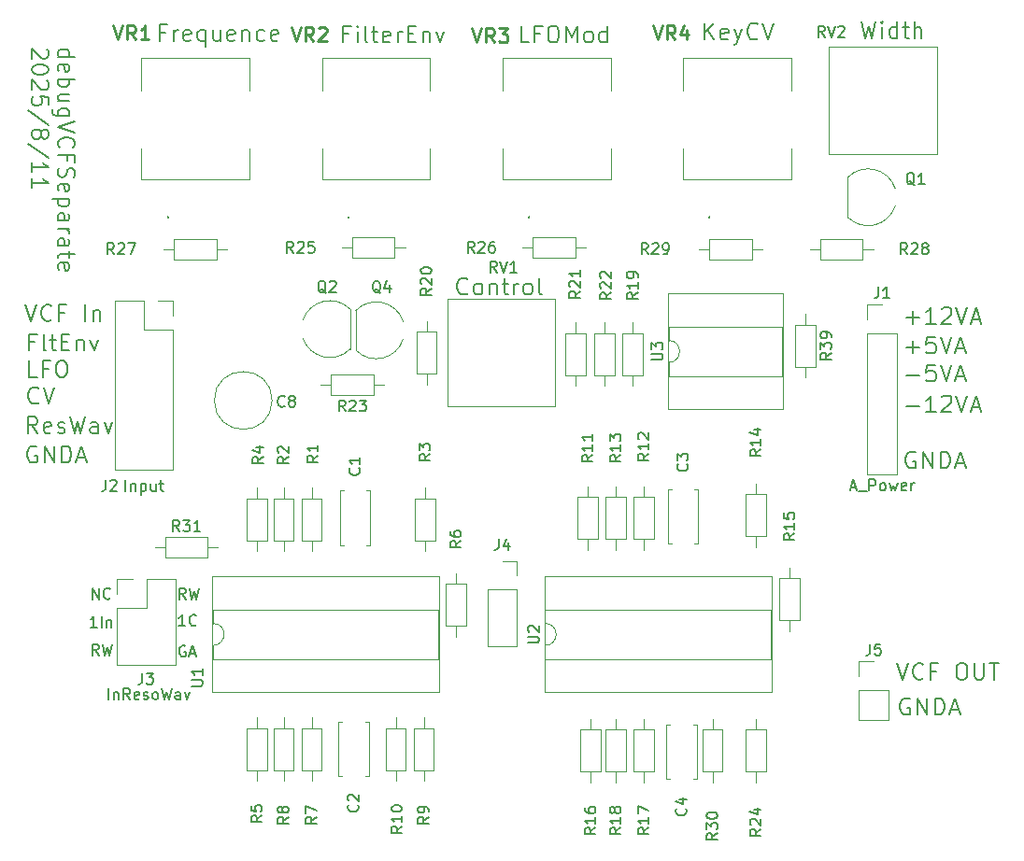
<source format=gbr>
%TF.GenerationSoftware,KiCad,Pcbnew,9.0.3*%
%TF.CreationDate,2025-08-11T18:09:03+09:00*%
%TF.ProjectId,debugVCFSeparate,64656275-6756-4434-9653-657061726174,rev?*%
%TF.SameCoordinates,Original*%
%TF.FileFunction,Legend,Top*%
%TF.FilePolarity,Positive*%
%FSLAX46Y46*%
G04 Gerber Fmt 4.6, Leading zero omitted, Abs format (unit mm)*
G04 Created by KiCad (PCBNEW 9.0.3) date 2025-08-11 18:09:03*
%MOMM*%
%LPD*%
G01*
G04 APERTURE LIST*
%ADD10C,0.200000*%
%ADD11C,0.150000*%
%ADD12C,0.254000*%
%ADD13C,0.120000*%
%ADD14C,0.100000*%
G04 APERTURE END LIST*
D10*
X104716887Y-33008578D02*
X106216887Y-33008578D01*
X104788316Y-33008578D02*
X104716887Y-32865720D01*
X104716887Y-32865720D02*
X104716887Y-32580006D01*
X104716887Y-32580006D02*
X104788316Y-32437149D01*
X104788316Y-32437149D02*
X104859744Y-32365720D01*
X104859744Y-32365720D02*
X105002601Y-32294292D01*
X105002601Y-32294292D02*
X105431173Y-32294292D01*
X105431173Y-32294292D02*
X105574030Y-32365720D01*
X105574030Y-32365720D02*
X105645458Y-32437149D01*
X105645458Y-32437149D02*
X105716887Y-32580006D01*
X105716887Y-32580006D02*
X105716887Y-32865720D01*
X105716887Y-32865720D02*
X105645458Y-33008578D01*
X104788316Y-34294292D02*
X104716887Y-34151435D01*
X104716887Y-34151435D02*
X104716887Y-33865721D01*
X104716887Y-33865721D02*
X104788316Y-33722863D01*
X104788316Y-33722863D02*
X104931173Y-33651435D01*
X104931173Y-33651435D02*
X105502601Y-33651435D01*
X105502601Y-33651435D02*
X105645458Y-33722863D01*
X105645458Y-33722863D02*
X105716887Y-33865721D01*
X105716887Y-33865721D02*
X105716887Y-34151435D01*
X105716887Y-34151435D02*
X105645458Y-34294292D01*
X105645458Y-34294292D02*
X105502601Y-34365721D01*
X105502601Y-34365721D02*
X105359744Y-34365721D01*
X105359744Y-34365721D02*
X105216887Y-33651435D01*
X104716887Y-35008577D02*
X106216887Y-35008577D01*
X105645458Y-35008577D02*
X105716887Y-35151435D01*
X105716887Y-35151435D02*
X105716887Y-35437149D01*
X105716887Y-35437149D02*
X105645458Y-35580006D01*
X105645458Y-35580006D02*
X105574030Y-35651435D01*
X105574030Y-35651435D02*
X105431173Y-35722863D01*
X105431173Y-35722863D02*
X105002601Y-35722863D01*
X105002601Y-35722863D02*
X104859744Y-35651435D01*
X104859744Y-35651435D02*
X104788316Y-35580006D01*
X104788316Y-35580006D02*
X104716887Y-35437149D01*
X104716887Y-35437149D02*
X104716887Y-35151435D01*
X104716887Y-35151435D02*
X104788316Y-35008577D01*
X105716887Y-37008578D02*
X104716887Y-37008578D01*
X105716887Y-36365720D02*
X104931173Y-36365720D01*
X104931173Y-36365720D02*
X104788316Y-36437149D01*
X104788316Y-36437149D02*
X104716887Y-36580006D01*
X104716887Y-36580006D02*
X104716887Y-36794292D01*
X104716887Y-36794292D02*
X104788316Y-36937149D01*
X104788316Y-36937149D02*
X104859744Y-37008578D01*
X105716887Y-38365721D02*
X104502601Y-38365721D01*
X104502601Y-38365721D02*
X104359744Y-38294292D01*
X104359744Y-38294292D02*
X104288316Y-38222863D01*
X104288316Y-38222863D02*
X104216887Y-38080006D01*
X104216887Y-38080006D02*
X104216887Y-37865721D01*
X104216887Y-37865721D02*
X104288316Y-37722863D01*
X104788316Y-38365721D02*
X104716887Y-38222863D01*
X104716887Y-38222863D02*
X104716887Y-37937149D01*
X104716887Y-37937149D02*
X104788316Y-37794292D01*
X104788316Y-37794292D02*
X104859744Y-37722863D01*
X104859744Y-37722863D02*
X105002601Y-37651435D01*
X105002601Y-37651435D02*
X105431173Y-37651435D01*
X105431173Y-37651435D02*
X105574030Y-37722863D01*
X105574030Y-37722863D02*
X105645458Y-37794292D01*
X105645458Y-37794292D02*
X105716887Y-37937149D01*
X105716887Y-37937149D02*
X105716887Y-38222863D01*
X105716887Y-38222863D02*
X105645458Y-38365721D01*
X106216887Y-38865721D02*
X104716887Y-39365721D01*
X104716887Y-39365721D02*
X106216887Y-39865721D01*
X104859744Y-41222863D02*
X104788316Y-41151435D01*
X104788316Y-41151435D02*
X104716887Y-40937149D01*
X104716887Y-40937149D02*
X104716887Y-40794292D01*
X104716887Y-40794292D02*
X104788316Y-40580006D01*
X104788316Y-40580006D02*
X104931173Y-40437149D01*
X104931173Y-40437149D02*
X105074030Y-40365720D01*
X105074030Y-40365720D02*
X105359744Y-40294292D01*
X105359744Y-40294292D02*
X105574030Y-40294292D01*
X105574030Y-40294292D02*
X105859744Y-40365720D01*
X105859744Y-40365720D02*
X106002601Y-40437149D01*
X106002601Y-40437149D02*
X106145458Y-40580006D01*
X106145458Y-40580006D02*
X106216887Y-40794292D01*
X106216887Y-40794292D02*
X106216887Y-40937149D01*
X106216887Y-40937149D02*
X106145458Y-41151435D01*
X106145458Y-41151435D02*
X106074030Y-41222863D01*
X105502601Y-42365720D02*
X105502601Y-41865720D01*
X104716887Y-41865720D02*
X106216887Y-41865720D01*
X106216887Y-41865720D02*
X106216887Y-42580006D01*
X104788316Y-43080006D02*
X104716887Y-43294292D01*
X104716887Y-43294292D02*
X104716887Y-43651434D01*
X104716887Y-43651434D02*
X104788316Y-43794292D01*
X104788316Y-43794292D02*
X104859744Y-43865720D01*
X104859744Y-43865720D02*
X105002601Y-43937149D01*
X105002601Y-43937149D02*
X105145458Y-43937149D01*
X105145458Y-43937149D02*
X105288316Y-43865720D01*
X105288316Y-43865720D02*
X105359744Y-43794292D01*
X105359744Y-43794292D02*
X105431173Y-43651434D01*
X105431173Y-43651434D02*
X105502601Y-43365720D01*
X105502601Y-43365720D02*
X105574030Y-43222863D01*
X105574030Y-43222863D02*
X105645458Y-43151434D01*
X105645458Y-43151434D02*
X105788316Y-43080006D01*
X105788316Y-43080006D02*
X105931173Y-43080006D01*
X105931173Y-43080006D02*
X106074030Y-43151434D01*
X106074030Y-43151434D02*
X106145458Y-43222863D01*
X106145458Y-43222863D02*
X106216887Y-43365720D01*
X106216887Y-43365720D02*
X106216887Y-43722863D01*
X106216887Y-43722863D02*
X106145458Y-43937149D01*
X104788316Y-45151434D02*
X104716887Y-45008577D01*
X104716887Y-45008577D02*
X104716887Y-44722863D01*
X104716887Y-44722863D02*
X104788316Y-44580005D01*
X104788316Y-44580005D02*
X104931173Y-44508577D01*
X104931173Y-44508577D02*
X105502601Y-44508577D01*
X105502601Y-44508577D02*
X105645458Y-44580005D01*
X105645458Y-44580005D02*
X105716887Y-44722863D01*
X105716887Y-44722863D02*
X105716887Y-45008577D01*
X105716887Y-45008577D02*
X105645458Y-45151434D01*
X105645458Y-45151434D02*
X105502601Y-45222863D01*
X105502601Y-45222863D02*
X105359744Y-45222863D01*
X105359744Y-45222863D02*
X105216887Y-44508577D01*
X105716887Y-45865719D02*
X104216887Y-45865719D01*
X105645458Y-45865719D02*
X105716887Y-46008577D01*
X105716887Y-46008577D02*
X105716887Y-46294291D01*
X105716887Y-46294291D02*
X105645458Y-46437148D01*
X105645458Y-46437148D02*
X105574030Y-46508577D01*
X105574030Y-46508577D02*
X105431173Y-46580005D01*
X105431173Y-46580005D02*
X105002601Y-46580005D01*
X105002601Y-46580005D02*
X104859744Y-46508577D01*
X104859744Y-46508577D02*
X104788316Y-46437148D01*
X104788316Y-46437148D02*
X104716887Y-46294291D01*
X104716887Y-46294291D02*
X104716887Y-46008577D01*
X104716887Y-46008577D02*
X104788316Y-45865719D01*
X104716887Y-47865720D02*
X105502601Y-47865720D01*
X105502601Y-47865720D02*
X105645458Y-47794291D01*
X105645458Y-47794291D02*
X105716887Y-47651434D01*
X105716887Y-47651434D02*
X105716887Y-47365720D01*
X105716887Y-47365720D02*
X105645458Y-47222862D01*
X104788316Y-47865720D02*
X104716887Y-47722862D01*
X104716887Y-47722862D02*
X104716887Y-47365720D01*
X104716887Y-47365720D02*
X104788316Y-47222862D01*
X104788316Y-47222862D02*
X104931173Y-47151434D01*
X104931173Y-47151434D02*
X105074030Y-47151434D01*
X105074030Y-47151434D02*
X105216887Y-47222862D01*
X105216887Y-47222862D02*
X105288316Y-47365720D01*
X105288316Y-47365720D02*
X105288316Y-47722862D01*
X105288316Y-47722862D02*
X105359744Y-47865720D01*
X104716887Y-48580005D02*
X105716887Y-48580005D01*
X105431173Y-48580005D02*
X105574030Y-48651434D01*
X105574030Y-48651434D02*
X105645458Y-48722863D01*
X105645458Y-48722863D02*
X105716887Y-48865720D01*
X105716887Y-48865720D02*
X105716887Y-49008577D01*
X104716887Y-50151434D02*
X105502601Y-50151434D01*
X105502601Y-50151434D02*
X105645458Y-50080005D01*
X105645458Y-50080005D02*
X105716887Y-49937148D01*
X105716887Y-49937148D02*
X105716887Y-49651434D01*
X105716887Y-49651434D02*
X105645458Y-49508576D01*
X104788316Y-50151434D02*
X104716887Y-50008576D01*
X104716887Y-50008576D02*
X104716887Y-49651434D01*
X104716887Y-49651434D02*
X104788316Y-49508576D01*
X104788316Y-49508576D02*
X104931173Y-49437148D01*
X104931173Y-49437148D02*
X105074030Y-49437148D01*
X105074030Y-49437148D02*
X105216887Y-49508576D01*
X105216887Y-49508576D02*
X105288316Y-49651434D01*
X105288316Y-49651434D02*
X105288316Y-50008576D01*
X105288316Y-50008576D02*
X105359744Y-50151434D01*
X105716887Y-50651434D02*
X105716887Y-51222862D01*
X106216887Y-50865719D02*
X104931173Y-50865719D01*
X104931173Y-50865719D02*
X104788316Y-50937148D01*
X104788316Y-50937148D02*
X104716887Y-51080005D01*
X104716887Y-51080005D02*
X104716887Y-51222862D01*
X104788316Y-52294291D02*
X104716887Y-52151434D01*
X104716887Y-52151434D02*
X104716887Y-51865720D01*
X104716887Y-51865720D02*
X104788316Y-51722862D01*
X104788316Y-51722862D02*
X104931173Y-51651434D01*
X104931173Y-51651434D02*
X105502601Y-51651434D01*
X105502601Y-51651434D02*
X105645458Y-51722862D01*
X105645458Y-51722862D02*
X105716887Y-51865720D01*
X105716887Y-51865720D02*
X105716887Y-52151434D01*
X105716887Y-52151434D02*
X105645458Y-52294291D01*
X105645458Y-52294291D02*
X105502601Y-52365720D01*
X105502601Y-52365720D02*
X105359744Y-52365720D01*
X105359744Y-52365720D02*
X105216887Y-51651434D01*
X103659114Y-32294292D02*
X103730542Y-32365720D01*
X103730542Y-32365720D02*
X103801971Y-32508578D01*
X103801971Y-32508578D02*
X103801971Y-32865720D01*
X103801971Y-32865720D02*
X103730542Y-33008578D01*
X103730542Y-33008578D02*
X103659114Y-33080006D01*
X103659114Y-33080006D02*
X103516257Y-33151435D01*
X103516257Y-33151435D02*
X103373400Y-33151435D01*
X103373400Y-33151435D02*
X103159114Y-33080006D01*
X103159114Y-33080006D02*
X102301971Y-32222863D01*
X102301971Y-32222863D02*
X102301971Y-33151435D01*
X103801971Y-34080006D02*
X103801971Y-34222863D01*
X103801971Y-34222863D02*
X103730542Y-34365720D01*
X103730542Y-34365720D02*
X103659114Y-34437149D01*
X103659114Y-34437149D02*
X103516257Y-34508577D01*
X103516257Y-34508577D02*
X103230542Y-34580006D01*
X103230542Y-34580006D02*
X102873400Y-34580006D01*
X102873400Y-34580006D02*
X102587685Y-34508577D01*
X102587685Y-34508577D02*
X102444828Y-34437149D01*
X102444828Y-34437149D02*
X102373400Y-34365720D01*
X102373400Y-34365720D02*
X102301971Y-34222863D01*
X102301971Y-34222863D02*
X102301971Y-34080006D01*
X102301971Y-34080006D02*
X102373400Y-33937149D01*
X102373400Y-33937149D02*
X102444828Y-33865720D01*
X102444828Y-33865720D02*
X102587685Y-33794291D01*
X102587685Y-33794291D02*
X102873400Y-33722863D01*
X102873400Y-33722863D02*
X103230542Y-33722863D01*
X103230542Y-33722863D02*
X103516257Y-33794291D01*
X103516257Y-33794291D02*
X103659114Y-33865720D01*
X103659114Y-33865720D02*
X103730542Y-33937149D01*
X103730542Y-33937149D02*
X103801971Y-34080006D01*
X103659114Y-35151434D02*
X103730542Y-35222862D01*
X103730542Y-35222862D02*
X103801971Y-35365720D01*
X103801971Y-35365720D02*
X103801971Y-35722862D01*
X103801971Y-35722862D02*
X103730542Y-35865720D01*
X103730542Y-35865720D02*
X103659114Y-35937148D01*
X103659114Y-35937148D02*
X103516257Y-36008577D01*
X103516257Y-36008577D02*
X103373400Y-36008577D01*
X103373400Y-36008577D02*
X103159114Y-35937148D01*
X103159114Y-35937148D02*
X102301971Y-35080005D01*
X102301971Y-35080005D02*
X102301971Y-36008577D01*
X103801971Y-37365719D02*
X103801971Y-36651433D01*
X103801971Y-36651433D02*
X103087685Y-36580005D01*
X103087685Y-36580005D02*
X103159114Y-36651433D01*
X103159114Y-36651433D02*
X103230542Y-36794291D01*
X103230542Y-36794291D02*
X103230542Y-37151433D01*
X103230542Y-37151433D02*
X103159114Y-37294291D01*
X103159114Y-37294291D02*
X103087685Y-37365719D01*
X103087685Y-37365719D02*
X102944828Y-37437148D01*
X102944828Y-37437148D02*
X102587685Y-37437148D01*
X102587685Y-37437148D02*
X102444828Y-37365719D01*
X102444828Y-37365719D02*
X102373400Y-37294291D01*
X102373400Y-37294291D02*
X102301971Y-37151433D01*
X102301971Y-37151433D02*
X102301971Y-36794291D01*
X102301971Y-36794291D02*
X102373400Y-36651433D01*
X102373400Y-36651433D02*
X102444828Y-36580005D01*
X103873400Y-39151433D02*
X101944828Y-37865719D01*
X103159114Y-39865719D02*
X103230542Y-39722862D01*
X103230542Y-39722862D02*
X103301971Y-39651433D01*
X103301971Y-39651433D02*
X103444828Y-39580005D01*
X103444828Y-39580005D02*
X103516257Y-39580005D01*
X103516257Y-39580005D02*
X103659114Y-39651433D01*
X103659114Y-39651433D02*
X103730542Y-39722862D01*
X103730542Y-39722862D02*
X103801971Y-39865719D01*
X103801971Y-39865719D02*
X103801971Y-40151433D01*
X103801971Y-40151433D02*
X103730542Y-40294291D01*
X103730542Y-40294291D02*
X103659114Y-40365719D01*
X103659114Y-40365719D02*
X103516257Y-40437148D01*
X103516257Y-40437148D02*
X103444828Y-40437148D01*
X103444828Y-40437148D02*
X103301971Y-40365719D01*
X103301971Y-40365719D02*
X103230542Y-40294291D01*
X103230542Y-40294291D02*
X103159114Y-40151433D01*
X103159114Y-40151433D02*
X103159114Y-39865719D01*
X103159114Y-39865719D02*
X103087685Y-39722862D01*
X103087685Y-39722862D02*
X103016257Y-39651433D01*
X103016257Y-39651433D02*
X102873400Y-39580005D01*
X102873400Y-39580005D02*
X102587685Y-39580005D01*
X102587685Y-39580005D02*
X102444828Y-39651433D01*
X102444828Y-39651433D02*
X102373400Y-39722862D01*
X102373400Y-39722862D02*
X102301971Y-39865719D01*
X102301971Y-39865719D02*
X102301971Y-40151433D01*
X102301971Y-40151433D02*
X102373400Y-40294291D01*
X102373400Y-40294291D02*
X102444828Y-40365719D01*
X102444828Y-40365719D02*
X102587685Y-40437148D01*
X102587685Y-40437148D02*
X102873400Y-40437148D01*
X102873400Y-40437148D02*
X103016257Y-40365719D01*
X103016257Y-40365719D02*
X103087685Y-40294291D01*
X103087685Y-40294291D02*
X103159114Y-40151433D01*
X103873400Y-42151433D02*
X101944828Y-40865719D01*
X102301971Y-43437148D02*
X102301971Y-42580005D01*
X102301971Y-43008576D02*
X103801971Y-43008576D01*
X103801971Y-43008576D02*
X103587685Y-42865719D01*
X103587685Y-42865719D02*
X103444828Y-42722862D01*
X103444828Y-42722862D02*
X103373400Y-42580005D01*
X102301971Y-44865719D02*
X102301971Y-44008576D01*
X102301971Y-44437147D02*
X103801971Y-44437147D01*
X103801971Y-44437147D02*
X103587685Y-44294290D01*
X103587685Y-44294290D02*
X103444828Y-44151433D01*
X103444828Y-44151433D02*
X103373400Y-44008576D01*
X181590720Y-56638600D02*
X182733578Y-56638600D01*
X182162149Y-57210028D02*
X182162149Y-56067171D01*
X184233578Y-57210028D02*
X183376435Y-57210028D01*
X183805006Y-57210028D02*
X183805006Y-55710028D01*
X183805006Y-55710028D02*
X183662149Y-55924314D01*
X183662149Y-55924314D02*
X183519292Y-56067171D01*
X183519292Y-56067171D02*
X183376435Y-56138600D01*
X184805006Y-55852885D02*
X184876434Y-55781457D01*
X184876434Y-55781457D02*
X185019292Y-55710028D01*
X185019292Y-55710028D02*
X185376434Y-55710028D01*
X185376434Y-55710028D02*
X185519292Y-55781457D01*
X185519292Y-55781457D02*
X185590720Y-55852885D01*
X185590720Y-55852885D02*
X185662149Y-55995742D01*
X185662149Y-55995742D02*
X185662149Y-56138600D01*
X185662149Y-56138600D02*
X185590720Y-56352885D01*
X185590720Y-56352885D02*
X184733577Y-57210028D01*
X184733577Y-57210028D02*
X185662149Y-57210028D01*
X186090720Y-55710028D02*
X186590720Y-57210028D01*
X186590720Y-57210028D02*
X187090720Y-55710028D01*
X187519291Y-56781457D02*
X188233577Y-56781457D01*
X187376434Y-57210028D02*
X187876434Y-55710028D01*
X187876434Y-55710028D02*
X188376434Y-57210028D01*
X181590720Y-59305600D02*
X182733578Y-59305600D01*
X182162149Y-59877028D02*
X182162149Y-58734171D01*
X184162149Y-58377028D02*
X183447863Y-58377028D01*
X183447863Y-58377028D02*
X183376435Y-59091314D01*
X183376435Y-59091314D02*
X183447863Y-59019885D01*
X183447863Y-59019885D02*
X183590721Y-58948457D01*
X183590721Y-58948457D02*
X183947863Y-58948457D01*
X183947863Y-58948457D02*
X184090721Y-59019885D01*
X184090721Y-59019885D02*
X184162149Y-59091314D01*
X184162149Y-59091314D02*
X184233578Y-59234171D01*
X184233578Y-59234171D02*
X184233578Y-59591314D01*
X184233578Y-59591314D02*
X184162149Y-59734171D01*
X184162149Y-59734171D02*
X184090721Y-59805600D01*
X184090721Y-59805600D02*
X183947863Y-59877028D01*
X183947863Y-59877028D02*
X183590721Y-59877028D01*
X183590721Y-59877028D02*
X183447863Y-59805600D01*
X183447863Y-59805600D02*
X183376435Y-59734171D01*
X184662149Y-58377028D02*
X185162149Y-59877028D01*
X185162149Y-59877028D02*
X185662149Y-58377028D01*
X186090720Y-59448457D02*
X186805006Y-59448457D01*
X185947863Y-59877028D02*
X186447863Y-58377028D01*
X186447863Y-58377028D02*
X186947863Y-59877028D01*
X181590720Y-61845600D02*
X182733578Y-61845600D01*
X184162149Y-60917028D02*
X183447863Y-60917028D01*
X183447863Y-60917028D02*
X183376435Y-61631314D01*
X183376435Y-61631314D02*
X183447863Y-61559885D01*
X183447863Y-61559885D02*
X183590721Y-61488457D01*
X183590721Y-61488457D02*
X183947863Y-61488457D01*
X183947863Y-61488457D02*
X184090721Y-61559885D01*
X184090721Y-61559885D02*
X184162149Y-61631314D01*
X184162149Y-61631314D02*
X184233578Y-61774171D01*
X184233578Y-61774171D02*
X184233578Y-62131314D01*
X184233578Y-62131314D02*
X184162149Y-62274171D01*
X184162149Y-62274171D02*
X184090721Y-62345600D01*
X184090721Y-62345600D02*
X183947863Y-62417028D01*
X183947863Y-62417028D02*
X183590721Y-62417028D01*
X183590721Y-62417028D02*
X183447863Y-62345600D01*
X183447863Y-62345600D02*
X183376435Y-62274171D01*
X184662149Y-60917028D02*
X185162149Y-62417028D01*
X185162149Y-62417028D02*
X185662149Y-60917028D01*
X186090720Y-61988457D02*
X186805006Y-61988457D01*
X185947863Y-62417028D02*
X186447863Y-60917028D01*
X186447863Y-60917028D02*
X186947863Y-62417028D01*
X181590720Y-64639600D02*
X182733578Y-64639600D01*
X184233578Y-65211028D02*
X183376435Y-65211028D01*
X183805006Y-65211028D02*
X183805006Y-63711028D01*
X183805006Y-63711028D02*
X183662149Y-63925314D01*
X183662149Y-63925314D02*
X183519292Y-64068171D01*
X183519292Y-64068171D02*
X183376435Y-64139600D01*
X184805006Y-63853885D02*
X184876434Y-63782457D01*
X184876434Y-63782457D02*
X185019292Y-63711028D01*
X185019292Y-63711028D02*
X185376434Y-63711028D01*
X185376434Y-63711028D02*
X185519292Y-63782457D01*
X185519292Y-63782457D02*
X185590720Y-63853885D01*
X185590720Y-63853885D02*
X185662149Y-63996742D01*
X185662149Y-63996742D02*
X185662149Y-64139600D01*
X185662149Y-64139600D02*
X185590720Y-64353885D01*
X185590720Y-64353885D02*
X184733577Y-65211028D01*
X184733577Y-65211028D02*
X185662149Y-65211028D01*
X186090720Y-63711028D02*
X186590720Y-65211028D01*
X186590720Y-65211028D02*
X187090720Y-63711028D01*
X187519291Y-64782457D02*
X188233577Y-64782457D01*
X187376434Y-65211028D02*
X187876434Y-63711028D01*
X187876434Y-63711028D02*
X188376434Y-65211028D01*
X182376435Y-68862457D02*
X182233578Y-68791028D01*
X182233578Y-68791028D02*
X182019292Y-68791028D01*
X182019292Y-68791028D02*
X181805006Y-68862457D01*
X181805006Y-68862457D02*
X181662149Y-69005314D01*
X181662149Y-69005314D02*
X181590720Y-69148171D01*
X181590720Y-69148171D02*
X181519292Y-69433885D01*
X181519292Y-69433885D02*
X181519292Y-69648171D01*
X181519292Y-69648171D02*
X181590720Y-69933885D01*
X181590720Y-69933885D02*
X181662149Y-70076742D01*
X181662149Y-70076742D02*
X181805006Y-70219600D01*
X181805006Y-70219600D02*
X182019292Y-70291028D01*
X182019292Y-70291028D02*
X182162149Y-70291028D01*
X182162149Y-70291028D02*
X182376435Y-70219600D01*
X182376435Y-70219600D02*
X182447863Y-70148171D01*
X182447863Y-70148171D02*
X182447863Y-69648171D01*
X182447863Y-69648171D02*
X182162149Y-69648171D01*
X183090720Y-70291028D02*
X183090720Y-68791028D01*
X183090720Y-68791028D02*
X183947863Y-70291028D01*
X183947863Y-70291028D02*
X183947863Y-68791028D01*
X184662149Y-70291028D02*
X184662149Y-68791028D01*
X184662149Y-68791028D02*
X185019292Y-68791028D01*
X185019292Y-68791028D02*
X185233578Y-68862457D01*
X185233578Y-68862457D02*
X185376435Y-69005314D01*
X185376435Y-69005314D02*
X185447864Y-69148171D01*
X185447864Y-69148171D02*
X185519292Y-69433885D01*
X185519292Y-69433885D02*
X185519292Y-69648171D01*
X185519292Y-69648171D02*
X185447864Y-69933885D01*
X185447864Y-69933885D02*
X185376435Y-70076742D01*
X185376435Y-70076742D02*
X185233578Y-70219600D01*
X185233578Y-70219600D02*
X185019292Y-70291028D01*
X185019292Y-70291028D02*
X184662149Y-70291028D01*
X186090721Y-69862457D02*
X186805007Y-69862457D01*
X185947864Y-70291028D02*
X186447864Y-68791028D01*
X186447864Y-68791028D02*
X186947864Y-70291028D01*
X181868435Y-91214457D02*
X181725578Y-91143028D01*
X181725578Y-91143028D02*
X181511292Y-91143028D01*
X181511292Y-91143028D02*
X181297006Y-91214457D01*
X181297006Y-91214457D02*
X181154149Y-91357314D01*
X181154149Y-91357314D02*
X181082720Y-91500171D01*
X181082720Y-91500171D02*
X181011292Y-91785885D01*
X181011292Y-91785885D02*
X181011292Y-92000171D01*
X181011292Y-92000171D02*
X181082720Y-92285885D01*
X181082720Y-92285885D02*
X181154149Y-92428742D01*
X181154149Y-92428742D02*
X181297006Y-92571600D01*
X181297006Y-92571600D02*
X181511292Y-92643028D01*
X181511292Y-92643028D02*
X181654149Y-92643028D01*
X181654149Y-92643028D02*
X181868435Y-92571600D01*
X181868435Y-92571600D02*
X181939863Y-92500171D01*
X181939863Y-92500171D02*
X181939863Y-92000171D01*
X181939863Y-92000171D02*
X181654149Y-92000171D01*
X182582720Y-92643028D02*
X182582720Y-91143028D01*
X182582720Y-91143028D02*
X183439863Y-92643028D01*
X183439863Y-92643028D02*
X183439863Y-91143028D01*
X184154149Y-92643028D02*
X184154149Y-91143028D01*
X184154149Y-91143028D02*
X184511292Y-91143028D01*
X184511292Y-91143028D02*
X184725578Y-91214457D01*
X184725578Y-91214457D02*
X184868435Y-91357314D01*
X184868435Y-91357314D02*
X184939864Y-91500171D01*
X184939864Y-91500171D02*
X185011292Y-91785885D01*
X185011292Y-91785885D02*
X185011292Y-92000171D01*
X185011292Y-92000171D02*
X184939864Y-92285885D01*
X184939864Y-92285885D02*
X184868435Y-92428742D01*
X184868435Y-92428742D02*
X184725578Y-92571600D01*
X184725578Y-92571600D02*
X184511292Y-92643028D01*
X184511292Y-92643028D02*
X184154149Y-92643028D01*
X185582721Y-92214457D02*
X186297007Y-92214457D01*
X185439864Y-92643028D02*
X185939864Y-91143028D01*
X185939864Y-91143028D02*
X186439864Y-92643028D01*
X180741435Y-87968028D02*
X181241435Y-89468028D01*
X181241435Y-89468028D02*
X181741435Y-87968028D01*
X183098577Y-89325171D02*
X183027149Y-89396600D01*
X183027149Y-89396600D02*
X182812863Y-89468028D01*
X182812863Y-89468028D02*
X182670006Y-89468028D01*
X182670006Y-89468028D02*
X182455720Y-89396600D01*
X182455720Y-89396600D02*
X182312863Y-89253742D01*
X182312863Y-89253742D02*
X182241434Y-89110885D01*
X182241434Y-89110885D02*
X182170006Y-88825171D01*
X182170006Y-88825171D02*
X182170006Y-88610885D01*
X182170006Y-88610885D02*
X182241434Y-88325171D01*
X182241434Y-88325171D02*
X182312863Y-88182314D01*
X182312863Y-88182314D02*
X182455720Y-88039457D01*
X182455720Y-88039457D02*
X182670006Y-87968028D01*
X182670006Y-87968028D02*
X182812863Y-87968028D01*
X182812863Y-87968028D02*
X183027149Y-88039457D01*
X183027149Y-88039457D02*
X183098577Y-88110885D01*
X184241434Y-88682314D02*
X183741434Y-88682314D01*
X183741434Y-89468028D02*
X183741434Y-87968028D01*
X183741434Y-87968028D02*
X184455720Y-87968028D01*
X186455720Y-87968028D02*
X186741434Y-87968028D01*
X186741434Y-87968028D02*
X186884291Y-88039457D01*
X186884291Y-88039457D02*
X187027148Y-88182314D01*
X187027148Y-88182314D02*
X187098577Y-88468028D01*
X187098577Y-88468028D02*
X187098577Y-88968028D01*
X187098577Y-88968028D02*
X187027148Y-89253742D01*
X187027148Y-89253742D02*
X186884291Y-89396600D01*
X186884291Y-89396600D02*
X186741434Y-89468028D01*
X186741434Y-89468028D02*
X186455720Y-89468028D01*
X186455720Y-89468028D02*
X186312863Y-89396600D01*
X186312863Y-89396600D02*
X186170005Y-89253742D01*
X186170005Y-89253742D02*
X186098577Y-88968028D01*
X186098577Y-88968028D02*
X186098577Y-88468028D01*
X186098577Y-88468028D02*
X186170005Y-88182314D01*
X186170005Y-88182314D02*
X186312863Y-88039457D01*
X186312863Y-88039457D02*
X186455720Y-87968028D01*
X187741434Y-87968028D02*
X187741434Y-89182314D01*
X187741434Y-89182314D02*
X187812863Y-89325171D01*
X187812863Y-89325171D02*
X187884292Y-89396600D01*
X187884292Y-89396600D02*
X188027149Y-89468028D01*
X188027149Y-89468028D02*
X188312863Y-89468028D01*
X188312863Y-89468028D02*
X188455720Y-89396600D01*
X188455720Y-89396600D02*
X188527149Y-89325171D01*
X188527149Y-89325171D02*
X188598577Y-89182314D01*
X188598577Y-89182314D02*
X188598577Y-87968028D01*
X189098578Y-87968028D02*
X189955721Y-87968028D01*
X189527149Y-89468028D02*
X189527149Y-87968028D01*
X107811673Y-82163219D02*
X107811673Y-81163219D01*
X107811673Y-81163219D02*
X108383101Y-82163219D01*
X108383101Y-82163219D02*
X108383101Y-81163219D01*
X109430720Y-82067980D02*
X109383101Y-82115600D01*
X109383101Y-82115600D02*
X109240244Y-82163219D01*
X109240244Y-82163219D02*
X109145006Y-82163219D01*
X109145006Y-82163219D02*
X109002149Y-82115600D01*
X109002149Y-82115600D02*
X108906911Y-82020361D01*
X108906911Y-82020361D02*
X108859292Y-81925123D01*
X108859292Y-81925123D02*
X108811673Y-81734647D01*
X108811673Y-81734647D02*
X108811673Y-81591790D01*
X108811673Y-81591790D02*
X108859292Y-81401314D01*
X108859292Y-81401314D02*
X108906911Y-81306076D01*
X108906911Y-81306076D02*
X109002149Y-81210838D01*
X109002149Y-81210838D02*
X109145006Y-81163219D01*
X109145006Y-81163219D02*
X109240244Y-81163219D01*
X109240244Y-81163219D02*
X109383101Y-81210838D01*
X109383101Y-81210838D02*
X109430720Y-81258457D01*
X108208482Y-84703219D02*
X107637054Y-84703219D01*
X107922768Y-84703219D02*
X107922768Y-83703219D01*
X107922768Y-83703219D02*
X107827530Y-83846076D01*
X107827530Y-83846076D02*
X107732292Y-83941314D01*
X107732292Y-83941314D02*
X107637054Y-83988933D01*
X108637054Y-84703219D02*
X108637054Y-83703219D01*
X109113244Y-84036552D02*
X109113244Y-84703219D01*
X109113244Y-84131790D02*
X109160863Y-84084171D01*
X109160863Y-84084171D02*
X109256101Y-84036552D01*
X109256101Y-84036552D02*
X109398958Y-84036552D01*
X109398958Y-84036552D02*
X109494196Y-84084171D01*
X109494196Y-84084171D02*
X109541815Y-84179409D01*
X109541815Y-84179409D02*
X109541815Y-84703219D01*
X108383101Y-87243219D02*
X108049768Y-86767028D01*
X107811673Y-87243219D02*
X107811673Y-86243219D01*
X107811673Y-86243219D02*
X108192625Y-86243219D01*
X108192625Y-86243219D02*
X108287863Y-86290838D01*
X108287863Y-86290838D02*
X108335482Y-86338457D01*
X108335482Y-86338457D02*
X108383101Y-86433695D01*
X108383101Y-86433695D02*
X108383101Y-86576552D01*
X108383101Y-86576552D02*
X108335482Y-86671790D01*
X108335482Y-86671790D02*
X108287863Y-86719409D01*
X108287863Y-86719409D02*
X108192625Y-86767028D01*
X108192625Y-86767028D02*
X107811673Y-86767028D01*
X108716435Y-86243219D02*
X108954530Y-87243219D01*
X108954530Y-87243219D02*
X109145006Y-86528933D01*
X109145006Y-86528933D02*
X109335482Y-87243219D01*
X109335482Y-87243219D02*
X109573578Y-86243219D01*
X116257101Y-82163219D02*
X115923768Y-81687028D01*
X115685673Y-82163219D02*
X115685673Y-81163219D01*
X115685673Y-81163219D02*
X116066625Y-81163219D01*
X116066625Y-81163219D02*
X116161863Y-81210838D01*
X116161863Y-81210838D02*
X116209482Y-81258457D01*
X116209482Y-81258457D02*
X116257101Y-81353695D01*
X116257101Y-81353695D02*
X116257101Y-81496552D01*
X116257101Y-81496552D02*
X116209482Y-81591790D01*
X116209482Y-81591790D02*
X116161863Y-81639409D01*
X116161863Y-81639409D02*
X116066625Y-81687028D01*
X116066625Y-81687028D02*
X115685673Y-81687028D01*
X116590435Y-81163219D02*
X116828530Y-82163219D01*
X116828530Y-82163219D02*
X117019006Y-81448933D01*
X117019006Y-81448933D02*
X117209482Y-82163219D01*
X117209482Y-82163219D02*
X117447578Y-81163219D01*
X116209482Y-84576219D02*
X115638054Y-84576219D01*
X115923768Y-84576219D02*
X115923768Y-83576219D01*
X115923768Y-83576219D02*
X115828530Y-83719076D01*
X115828530Y-83719076D02*
X115733292Y-83814314D01*
X115733292Y-83814314D02*
X115638054Y-83861933D01*
X117209482Y-84480980D02*
X117161863Y-84528600D01*
X117161863Y-84528600D02*
X117019006Y-84576219D01*
X117019006Y-84576219D02*
X116923768Y-84576219D01*
X116923768Y-84576219D02*
X116780911Y-84528600D01*
X116780911Y-84528600D02*
X116685673Y-84433361D01*
X116685673Y-84433361D02*
X116638054Y-84338123D01*
X116638054Y-84338123D02*
X116590435Y-84147647D01*
X116590435Y-84147647D02*
X116590435Y-84004790D01*
X116590435Y-84004790D02*
X116638054Y-83814314D01*
X116638054Y-83814314D02*
X116685673Y-83719076D01*
X116685673Y-83719076D02*
X116780911Y-83623838D01*
X116780911Y-83623838D02*
X116923768Y-83576219D01*
X116923768Y-83576219D02*
X117019006Y-83576219D01*
X117019006Y-83576219D02*
X117161863Y-83623838D01*
X117161863Y-83623838D02*
X117209482Y-83671457D01*
X116240482Y-86417838D02*
X116145244Y-86370219D01*
X116145244Y-86370219D02*
X116002387Y-86370219D01*
X116002387Y-86370219D02*
X115859530Y-86417838D01*
X115859530Y-86417838D02*
X115764292Y-86513076D01*
X115764292Y-86513076D02*
X115716673Y-86608314D01*
X115716673Y-86608314D02*
X115669054Y-86798790D01*
X115669054Y-86798790D02*
X115669054Y-86941647D01*
X115669054Y-86941647D02*
X115716673Y-87132123D01*
X115716673Y-87132123D02*
X115764292Y-87227361D01*
X115764292Y-87227361D02*
X115859530Y-87322600D01*
X115859530Y-87322600D02*
X116002387Y-87370219D01*
X116002387Y-87370219D02*
X116097625Y-87370219D01*
X116097625Y-87370219D02*
X116240482Y-87322600D01*
X116240482Y-87322600D02*
X116288101Y-87274980D01*
X116288101Y-87274980D02*
X116288101Y-86941647D01*
X116288101Y-86941647D02*
X116097625Y-86941647D01*
X116669054Y-87084504D02*
X117145244Y-87084504D01*
X116573816Y-87370219D02*
X116907149Y-86370219D01*
X116907149Y-86370219D02*
X117240482Y-87370219D01*
X102747435Y-68354457D02*
X102604578Y-68283028D01*
X102604578Y-68283028D02*
X102390292Y-68283028D01*
X102390292Y-68283028D02*
X102176006Y-68354457D01*
X102176006Y-68354457D02*
X102033149Y-68497314D01*
X102033149Y-68497314D02*
X101961720Y-68640171D01*
X101961720Y-68640171D02*
X101890292Y-68925885D01*
X101890292Y-68925885D02*
X101890292Y-69140171D01*
X101890292Y-69140171D02*
X101961720Y-69425885D01*
X101961720Y-69425885D02*
X102033149Y-69568742D01*
X102033149Y-69568742D02*
X102176006Y-69711600D01*
X102176006Y-69711600D02*
X102390292Y-69783028D01*
X102390292Y-69783028D02*
X102533149Y-69783028D01*
X102533149Y-69783028D02*
X102747435Y-69711600D01*
X102747435Y-69711600D02*
X102818863Y-69640171D01*
X102818863Y-69640171D02*
X102818863Y-69140171D01*
X102818863Y-69140171D02*
X102533149Y-69140171D01*
X103461720Y-69783028D02*
X103461720Y-68283028D01*
X103461720Y-68283028D02*
X104318863Y-69783028D01*
X104318863Y-69783028D02*
X104318863Y-68283028D01*
X105033149Y-69783028D02*
X105033149Y-68283028D01*
X105033149Y-68283028D02*
X105390292Y-68283028D01*
X105390292Y-68283028D02*
X105604578Y-68354457D01*
X105604578Y-68354457D02*
X105747435Y-68497314D01*
X105747435Y-68497314D02*
X105818864Y-68640171D01*
X105818864Y-68640171D02*
X105890292Y-68925885D01*
X105890292Y-68925885D02*
X105890292Y-69140171D01*
X105890292Y-69140171D02*
X105818864Y-69425885D01*
X105818864Y-69425885D02*
X105747435Y-69568742D01*
X105747435Y-69568742D02*
X105604578Y-69711600D01*
X105604578Y-69711600D02*
X105390292Y-69783028D01*
X105390292Y-69783028D02*
X105033149Y-69783028D01*
X106461721Y-69354457D02*
X107176007Y-69354457D01*
X106318864Y-69783028D02*
X106818864Y-68283028D01*
X106818864Y-68283028D02*
X107318864Y-69783028D01*
X102818863Y-67116028D02*
X102318863Y-66401742D01*
X101961720Y-67116028D02*
X101961720Y-65616028D01*
X101961720Y-65616028D02*
X102533149Y-65616028D01*
X102533149Y-65616028D02*
X102676006Y-65687457D01*
X102676006Y-65687457D02*
X102747435Y-65758885D01*
X102747435Y-65758885D02*
X102818863Y-65901742D01*
X102818863Y-65901742D02*
X102818863Y-66116028D01*
X102818863Y-66116028D02*
X102747435Y-66258885D01*
X102747435Y-66258885D02*
X102676006Y-66330314D01*
X102676006Y-66330314D02*
X102533149Y-66401742D01*
X102533149Y-66401742D02*
X101961720Y-66401742D01*
X104033149Y-67044600D02*
X103890292Y-67116028D01*
X103890292Y-67116028D02*
X103604578Y-67116028D01*
X103604578Y-67116028D02*
X103461720Y-67044600D01*
X103461720Y-67044600D02*
X103390292Y-66901742D01*
X103390292Y-66901742D02*
X103390292Y-66330314D01*
X103390292Y-66330314D02*
X103461720Y-66187457D01*
X103461720Y-66187457D02*
X103604578Y-66116028D01*
X103604578Y-66116028D02*
X103890292Y-66116028D01*
X103890292Y-66116028D02*
X104033149Y-66187457D01*
X104033149Y-66187457D02*
X104104578Y-66330314D01*
X104104578Y-66330314D02*
X104104578Y-66473171D01*
X104104578Y-66473171D02*
X103390292Y-66616028D01*
X104676006Y-67044600D02*
X104818863Y-67116028D01*
X104818863Y-67116028D02*
X105104577Y-67116028D01*
X105104577Y-67116028D02*
X105247434Y-67044600D01*
X105247434Y-67044600D02*
X105318863Y-66901742D01*
X105318863Y-66901742D02*
X105318863Y-66830314D01*
X105318863Y-66830314D02*
X105247434Y-66687457D01*
X105247434Y-66687457D02*
X105104577Y-66616028D01*
X105104577Y-66616028D02*
X104890292Y-66616028D01*
X104890292Y-66616028D02*
X104747434Y-66544600D01*
X104747434Y-66544600D02*
X104676006Y-66401742D01*
X104676006Y-66401742D02*
X104676006Y-66330314D01*
X104676006Y-66330314D02*
X104747434Y-66187457D01*
X104747434Y-66187457D02*
X104890292Y-66116028D01*
X104890292Y-66116028D02*
X105104577Y-66116028D01*
X105104577Y-66116028D02*
X105247434Y-66187457D01*
X105818863Y-65616028D02*
X106176006Y-67116028D01*
X106176006Y-67116028D02*
X106461720Y-66044600D01*
X106461720Y-66044600D02*
X106747435Y-67116028D01*
X106747435Y-67116028D02*
X107104578Y-65616028D01*
X108318864Y-67116028D02*
X108318864Y-66330314D01*
X108318864Y-66330314D02*
X108247435Y-66187457D01*
X108247435Y-66187457D02*
X108104578Y-66116028D01*
X108104578Y-66116028D02*
X107818864Y-66116028D01*
X107818864Y-66116028D02*
X107676006Y-66187457D01*
X108318864Y-67044600D02*
X108176006Y-67116028D01*
X108176006Y-67116028D02*
X107818864Y-67116028D01*
X107818864Y-67116028D02*
X107676006Y-67044600D01*
X107676006Y-67044600D02*
X107604578Y-66901742D01*
X107604578Y-66901742D02*
X107604578Y-66758885D01*
X107604578Y-66758885D02*
X107676006Y-66616028D01*
X107676006Y-66616028D02*
X107818864Y-66544600D01*
X107818864Y-66544600D02*
X108176006Y-66544600D01*
X108176006Y-66544600D02*
X108318864Y-66473171D01*
X108890292Y-66116028D02*
X109247435Y-67116028D01*
X109247435Y-67116028D02*
X109604578Y-66116028D01*
X102945863Y-64306171D02*
X102874435Y-64377600D01*
X102874435Y-64377600D02*
X102660149Y-64449028D01*
X102660149Y-64449028D02*
X102517292Y-64449028D01*
X102517292Y-64449028D02*
X102303006Y-64377600D01*
X102303006Y-64377600D02*
X102160149Y-64234742D01*
X102160149Y-64234742D02*
X102088720Y-64091885D01*
X102088720Y-64091885D02*
X102017292Y-63806171D01*
X102017292Y-63806171D02*
X102017292Y-63591885D01*
X102017292Y-63591885D02*
X102088720Y-63306171D01*
X102088720Y-63306171D02*
X102160149Y-63163314D01*
X102160149Y-63163314D02*
X102303006Y-63020457D01*
X102303006Y-63020457D02*
X102517292Y-62949028D01*
X102517292Y-62949028D02*
X102660149Y-62949028D01*
X102660149Y-62949028D02*
X102874435Y-63020457D01*
X102874435Y-63020457D02*
X102945863Y-63091885D01*
X103374435Y-62949028D02*
X103874435Y-64449028D01*
X103874435Y-64449028D02*
X104374435Y-62949028D01*
X102803006Y-62036028D02*
X102088720Y-62036028D01*
X102088720Y-62036028D02*
X102088720Y-60536028D01*
X103803006Y-61250314D02*
X103303006Y-61250314D01*
X103303006Y-62036028D02*
X103303006Y-60536028D01*
X103303006Y-60536028D02*
X104017292Y-60536028D01*
X104874435Y-60536028D02*
X105160149Y-60536028D01*
X105160149Y-60536028D02*
X105303006Y-60607457D01*
X105303006Y-60607457D02*
X105445863Y-60750314D01*
X105445863Y-60750314D02*
X105517292Y-61036028D01*
X105517292Y-61036028D02*
X105517292Y-61536028D01*
X105517292Y-61536028D02*
X105445863Y-61821742D01*
X105445863Y-61821742D02*
X105303006Y-61964600D01*
X105303006Y-61964600D02*
X105160149Y-62036028D01*
X105160149Y-62036028D02*
X104874435Y-62036028D01*
X104874435Y-62036028D02*
X104731578Y-61964600D01*
X104731578Y-61964600D02*
X104588720Y-61821742D01*
X104588720Y-61821742D02*
X104517292Y-61536028D01*
X104517292Y-61536028D02*
X104517292Y-61036028D01*
X104517292Y-61036028D02*
X104588720Y-60750314D01*
X104588720Y-60750314D02*
X104731578Y-60607457D01*
X104731578Y-60607457D02*
X104874435Y-60536028D01*
X102588720Y-58837314D02*
X102088720Y-58837314D01*
X102088720Y-59623028D02*
X102088720Y-58123028D01*
X102088720Y-58123028D02*
X102803006Y-58123028D01*
X103588720Y-59623028D02*
X103445863Y-59551600D01*
X103445863Y-59551600D02*
X103374434Y-59408742D01*
X103374434Y-59408742D02*
X103374434Y-58123028D01*
X103945863Y-58623028D02*
X104517291Y-58623028D01*
X104160148Y-58123028D02*
X104160148Y-59408742D01*
X104160148Y-59408742D02*
X104231577Y-59551600D01*
X104231577Y-59551600D02*
X104374434Y-59623028D01*
X104374434Y-59623028D02*
X104517291Y-59623028D01*
X105017291Y-58837314D02*
X105517291Y-58837314D01*
X105731577Y-59623028D02*
X105017291Y-59623028D01*
X105017291Y-59623028D02*
X105017291Y-58123028D01*
X105017291Y-58123028D02*
X105731577Y-58123028D01*
X106374434Y-58623028D02*
X106374434Y-59623028D01*
X106374434Y-58765885D02*
X106445863Y-58694457D01*
X106445863Y-58694457D02*
X106588720Y-58623028D01*
X106588720Y-58623028D02*
X106803006Y-58623028D01*
X106803006Y-58623028D02*
X106945863Y-58694457D01*
X106945863Y-58694457D02*
X107017292Y-58837314D01*
X107017292Y-58837314D02*
X107017292Y-59623028D01*
X107588720Y-58623028D02*
X107945863Y-59623028D01*
X107945863Y-59623028D02*
X108303006Y-58623028D01*
X101747435Y-55456028D02*
X102247435Y-56956028D01*
X102247435Y-56956028D02*
X102747435Y-55456028D01*
X104104577Y-56813171D02*
X104033149Y-56884600D01*
X104033149Y-56884600D02*
X103818863Y-56956028D01*
X103818863Y-56956028D02*
X103676006Y-56956028D01*
X103676006Y-56956028D02*
X103461720Y-56884600D01*
X103461720Y-56884600D02*
X103318863Y-56741742D01*
X103318863Y-56741742D02*
X103247434Y-56598885D01*
X103247434Y-56598885D02*
X103176006Y-56313171D01*
X103176006Y-56313171D02*
X103176006Y-56098885D01*
X103176006Y-56098885D02*
X103247434Y-55813171D01*
X103247434Y-55813171D02*
X103318863Y-55670314D01*
X103318863Y-55670314D02*
X103461720Y-55527457D01*
X103461720Y-55527457D02*
X103676006Y-55456028D01*
X103676006Y-55456028D02*
X103818863Y-55456028D01*
X103818863Y-55456028D02*
X104033149Y-55527457D01*
X104033149Y-55527457D02*
X104104577Y-55598885D01*
X105247434Y-56170314D02*
X104747434Y-56170314D01*
X104747434Y-56956028D02*
X104747434Y-55456028D01*
X104747434Y-55456028D02*
X105461720Y-55456028D01*
X107176005Y-56956028D02*
X107176005Y-55456028D01*
X107890291Y-55956028D02*
X107890291Y-56956028D01*
X107890291Y-56098885D02*
X107961720Y-56027457D01*
X107961720Y-56027457D02*
X108104577Y-55956028D01*
X108104577Y-55956028D02*
X108318863Y-55956028D01*
X108318863Y-55956028D02*
X108461720Y-56027457D01*
X108461720Y-56027457D02*
X108533149Y-56170314D01*
X108533149Y-56170314D02*
X108533149Y-56956028D01*
X141807863Y-54400171D02*
X141736435Y-54471600D01*
X141736435Y-54471600D02*
X141522149Y-54543028D01*
X141522149Y-54543028D02*
X141379292Y-54543028D01*
X141379292Y-54543028D02*
X141165006Y-54471600D01*
X141165006Y-54471600D02*
X141022149Y-54328742D01*
X141022149Y-54328742D02*
X140950720Y-54185885D01*
X140950720Y-54185885D02*
X140879292Y-53900171D01*
X140879292Y-53900171D02*
X140879292Y-53685885D01*
X140879292Y-53685885D02*
X140950720Y-53400171D01*
X140950720Y-53400171D02*
X141022149Y-53257314D01*
X141022149Y-53257314D02*
X141165006Y-53114457D01*
X141165006Y-53114457D02*
X141379292Y-53043028D01*
X141379292Y-53043028D02*
X141522149Y-53043028D01*
X141522149Y-53043028D02*
X141736435Y-53114457D01*
X141736435Y-53114457D02*
X141807863Y-53185885D01*
X142665006Y-54543028D02*
X142522149Y-54471600D01*
X142522149Y-54471600D02*
X142450720Y-54400171D01*
X142450720Y-54400171D02*
X142379292Y-54257314D01*
X142379292Y-54257314D02*
X142379292Y-53828742D01*
X142379292Y-53828742D02*
X142450720Y-53685885D01*
X142450720Y-53685885D02*
X142522149Y-53614457D01*
X142522149Y-53614457D02*
X142665006Y-53543028D01*
X142665006Y-53543028D02*
X142879292Y-53543028D01*
X142879292Y-53543028D02*
X143022149Y-53614457D01*
X143022149Y-53614457D02*
X143093578Y-53685885D01*
X143093578Y-53685885D02*
X143165006Y-53828742D01*
X143165006Y-53828742D02*
X143165006Y-54257314D01*
X143165006Y-54257314D02*
X143093578Y-54400171D01*
X143093578Y-54400171D02*
X143022149Y-54471600D01*
X143022149Y-54471600D02*
X142879292Y-54543028D01*
X142879292Y-54543028D02*
X142665006Y-54543028D01*
X143807863Y-53543028D02*
X143807863Y-54543028D01*
X143807863Y-53685885D02*
X143879292Y-53614457D01*
X143879292Y-53614457D02*
X144022149Y-53543028D01*
X144022149Y-53543028D02*
X144236435Y-53543028D01*
X144236435Y-53543028D02*
X144379292Y-53614457D01*
X144379292Y-53614457D02*
X144450721Y-53757314D01*
X144450721Y-53757314D02*
X144450721Y-54543028D01*
X144950721Y-53543028D02*
X145522149Y-53543028D01*
X145165006Y-53043028D02*
X145165006Y-54328742D01*
X145165006Y-54328742D02*
X145236435Y-54471600D01*
X145236435Y-54471600D02*
X145379292Y-54543028D01*
X145379292Y-54543028D02*
X145522149Y-54543028D01*
X146022149Y-54543028D02*
X146022149Y-53543028D01*
X146022149Y-53828742D02*
X146093578Y-53685885D01*
X146093578Y-53685885D02*
X146165007Y-53614457D01*
X146165007Y-53614457D02*
X146307864Y-53543028D01*
X146307864Y-53543028D02*
X146450721Y-53543028D01*
X147165006Y-54543028D02*
X147022149Y-54471600D01*
X147022149Y-54471600D02*
X146950720Y-54400171D01*
X146950720Y-54400171D02*
X146879292Y-54257314D01*
X146879292Y-54257314D02*
X146879292Y-53828742D01*
X146879292Y-53828742D02*
X146950720Y-53685885D01*
X146950720Y-53685885D02*
X147022149Y-53614457D01*
X147022149Y-53614457D02*
X147165006Y-53543028D01*
X147165006Y-53543028D02*
X147379292Y-53543028D01*
X147379292Y-53543028D02*
X147522149Y-53614457D01*
X147522149Y-53614457D02*
X147593578Y-53685885D01*
X147593578Y-53685885D02*
X147665006Y-53828742D01*
X147665006Y-53828742D02*
X147665006Y-54257314D01*
X147665006Y-54257314D02*
X147593578Y-54400171D01*
X147593578Y-54400171D02*
X147522149Y-54471600D01*
X147522149Y-54471600D02*
X147379292Y-54543028D01*
X147379292Y-54543028D02*
X147165006Y-54543028D01*
X148522149Y-54543028D02*
X148379292Y-54471600D01*
X148379292Y-54471600D02*
X148307863Y-54328742D01*
X148307863Y-54328742D02*
X148307863Y-53043028D01*
X177510863Y-29802028D02*
X177868006Y-31302028D01*
X177868006Y-31302028D02*
X178153720Y-30230600D01*
X178153720Y-30230600D02*
X178439435Y-31302028D01*
X178439435Y-31302028D02*
X178796578Y-29802028D01*
X179368006Y-31302028D02*
X179368006Y-30302028D01*
X179368006Y-29802028D02*
X179296578Y-29873457D01*
X179296578Y-29873457D02*
X179368006Y-29944885D01*
X179368006Y-29944885D02*
X179439435Y-29873457D01*
X179439435Y-29873457D02*
X179368006Y-29802028D01*
X179368006Y-29802028D02*
X179368006Y-29944885D01*
X180725150Y-31302028D02*
X180725150Y-29802028D01*
X180725150Y-31230600D02*
X180582292Y-31302028D01*
X180582292Y-31302028D02*
X180296578Y-31302028D01*
X180296578Y-31302028D02*
X180153721Y-31230600D01*
X180153721Y-31230600D02*
X180082292Y-31159171D01*
X180082292Y-31159171D02*
X180010864Y-31016314D01*
X180010864Y-31016314D02*
X180010864Y-30587742D01*
X180010864Y-30587742D02*
X180082292Y-30444885D01*
X180082292Y-30444885D02*
X180153721Y-30373457D01*
X180153721Y-30373457D02*
X180296578Y-30302028D01*
X180296578Y-30302028D02*
X180582292Y-30302028D01*
X180582292Y-30302028D02*
X180725150Y-30373457D01*
X181225150Y-30302028D02*
X181796578Y-30302028D01*
X181439435Y-29802028D02*
X181439435Y-31087742D01*
X181439435Y-31087742D02*
X181510864Y-31230600D01*
X181510864Y-31230600D02*
X181653721Y-31302028D01*
X181653721Y-31302028D02*
X181796578Y-31302028D01*
X182296578Y-31302028D02*
X182296578Y-29802028D01*
X182939436Y-31302028D02*
X182939436Y-30516314D01*
X182939436Y-30516314D02*
X182868007Y-30373457D01*
X182868007Y-30373457D02*
X182725150Y-30302028D01*
X182725150Y-30302028D02*
X182510864Y-30302028D01*
X182510864Y-30302028D02*
X182368007Y-30373457D01*
X182368007Y-30373457D02*
X182296578Y-30444885D01*
X163302720Y-31429028D02*
X163302720Y-29929028D01*
X164159863Y-31429028D02*
X163517006Y-30571885D01*
X164159863Y-29929028D02*
X163302720Y-30786171D01*
X165374149Y-31357600D02*
X165231292Y-31429028D01*
X165231292Y-31429028D02*
X164945578Y-31429028D01*
X164945578Y-31429028D02*
X164802720Y-31357600D01*
X164802720Y-31357600D02*
X164731292Y-31214742D01*
X164731292Y-31214742D02*
X164731292Y-30643314D01*
X164731292Y-30643314D02*
X164802720Y-30500457D01*
X164802720Y-30500457D02*
X164945578Y-30429028D01*
X164945578Y-30429028D02*
X165231292Y-30429028D01*
X165231292Y-30429028D02*
X165374149Y-30500457D01*
X165374149Y-30500457D02*
X165445578Y-30643314D01*
X165445578Y-30643314D02*
X165445578Y-30786171D01*
X165445578Y-30786171D02*
X164731292Y-30929028D01*
X165945577Y-30429028D02*
X166302720Y-31429028D01*
X166659863Y-30429028D02*
X166302720Y-31429028D01*
X166302720Y-31429028D02*
X166159863Y-31786171D01*
X166159863Y-31786171D02*
X166088434Y-31857600D01*
X166088434Y-31857600D02*
X165945577Y-31929028D01*
X168088434Y-31286171D02*
X168017006Y-31357600D01*
X168017006Y-31357600D02*
X167802720Y-31429028D01*
X167802720Y-31429028D02*
X167659863Y-31429028D01*
X167659863Y-31429028D02*
X167445577Y-31357600D01*
X167445577Y-31357600D02*
X167302720Y-31214742D01*
X167302720Y-31214742D02*
X167231291Y-31071885D01*
X167231291Y-31071885D02*
X167159863Y-30786171D01*
X167159863Y-30786171D02*
X167159863Y-30571885D01*
X167159863Y-30571885D02*
X167231291Y-30286171D01*
X167231291Y-30286171D02*
X167302720Y-30143314D01*
X167302720Y-30143314D02*
X167445577Y-30000457D01*
X167445577Y-30000457D02*
X167659863Y-29929028D01*
X167659863Y-29929028D02*
X167802720Y-29929028D01*
X167802720Y-29929028D02*
X168017006Y-30000457D01*
X168017006Y-30000457D02*
X168088434Y-30071885D01*
X168517006Y-29929028D02*
X169017006Y-31429028D01*
X169017006Y-31429028D02*
X169517006Y-29929028D01*
X147380006Y-31683028D02*
X146665720Y-31683028D01*
X146665720Y-31683028D02*
X146665720Y-30183028D01*
X148380006Y-30897314D02*
X147880006Y-30897314D01*
X147880006Y-31683028D02*
X147880006Y-30183028D01*
X147880006Y-30183028D02*
X148594292Y-30183028D01*
X149451435Y-30183028D02*
X149737149Y-30183028D01*
X149737149Y-30183028D02*
X149880006Y-30254457D01*
X149880006Y-30254457D02*
X150022863Y-30397314D01*
X150022863Y-30397314D02*
X150094292Y-30683028D01*
X150094292Y-30683028D02*
X150094292Y-31183028D01*
X150094292Y-31183028D02*
X150022863Y-31468742D01*
X150022863Y-31468742D02*
X149880006Y-31611600D01*
X149880006Y-31611600D02*
X149737149Y-31683028D01*
X149737149Y-31683028D02*
X149451435Y-31683028D01*
X149451435Y-31683028D02*
X149308578Y-31611600D01*
X149308578Y-31611600D02*
X149165720Y-31468742D01*
X149165720Y-31468742D02*
X149094292Y-31183028D01*
X149094292Y-31183028D02*
X149094292Y-30683028D01*
X149094292Y-30683028D02*
X149165720Y-30397314D01*
X149165720Y-30397314D02*
X149308578Y-30254457D01*
X149308578Y-30254457D02*
X149451435Y-30183028D01*
X150737149Y-31683028D02*
X150737149Y-30183028D01*
X150737149Y-30183028D02*
X151237149Y-31254457D01*
X151237149Y-31254457D02*
X151737149Y-30183028D01*
X151737149Y-30183028D02*
X151737149Y-31683028D01*
X152665721Y-31683028D02*
X152522864Y-31611600D01*
X152522864Y-31611600D02*
X152451435Y-31540171D01*
X152451435Y-31540171D02*
X152380007Y-31397314D01*
X152380007Y-31397314D02*
X152380007Y-30968742D01*
X152380007Y-30968742D02*
X152451435Y-30825885D01*
X152451435Y-30825885D02*
X152522864Y-30754457D01*
X152522864Y-30754457D02*
X152665721Y-30683028D01*
X152665721Y-30683028D02*
X152880007Y-30683028D01*
X152880007Y-30683028D02*
X153022864Y-30754457D01*
X153022864Y-30754457D02*
X153094293Y-30825885D01*
X153094293Y-30825885D02*
X153165721Y-30968742D01*
X153165721Y-30968742D02*
X153165721Y-31397314D01*
X153165721Y-31397314D02*
X153094293Y-31540171D01*
X153094293Y-31540171D02*
X153022864Y-31611600D01*
X153022864Y-31611600D02*
X152880007Y-31683028D01*
X152880007Y-31683028D02*
X152665721Y-31683028D01*
X154451436Y-31683028D02*
X154451436Y-30183028D01*
X154451436Y-31611600D02*
X154308578Y-31683028D01*
X154308578Y-31683028D02*
X154022864Y-31683028D01*
X154022864Y-31683028D02*
X153880007Y-31611600D01*
X153880007Y-31611600D02*
X153808578Y-31540171D01*
X153808578Y-31540171D02*
X153737150Y-31397314D01*
X153737150Y-31397314D02*
X153737150Y-30968742D01*
X153737150Y-30968742D02*
X153808578Y-30825885D01*
X153808578Y-30825885D02*
X153880007Y-30754457D01*
X153880007Y-30754457D02*
X154022864Y-30683028D01*
X154022864Y-30683028D02*
X154308578Y-30683028D01*
X154308578Y-30683028D02*
X154451436Y-30754457D01*
X131036720Y-30897314D02*
X130536720Y-30897314D01*
X130536720Y-31683028D02*
X130536720Y-30183028D01*
X130536720Y-30183028D02*
X131251006Y-30183028D01*
X131822434Y-31683028D02*
X131822434Y-30683028D01*
X131822434Y-30183028D02*
X131751006Y-30254457D01*
X131751006Y-30254457D02*
X131822434Y-30325885D01*
X131822434Y-30325885D02*
X131893863Y-30254457D01*
X131893863Y-30254457D02*
X131822434Y-30183028D01*
X131822434Y-30183028D02*
X131822434Y-30325885D01*
X132751006Y-31683028D02*
X132608149Y-31611600D01*
X132608149Y-31611600D02*
X132536720Y-31468742D01*
X132536720Y-31468742D02*
X132536720Y-30183028D01*
X133108149Y-30683028D02*
X133679577Y-30683028D01*
X133322434Y-30183028D02*
X133322434Y-31468742D01*
X133322434Y-31468742D02*
X133393863Y-31611600D01*
X133393863Y-31611600D02*
X133536720Y-31683028D01*
X133536720Y-31683028D02*
X133679577Y-31683028D01*
X134751006Y-31611600D02*
X134608149Y-31683028D01*
X134608149Y-31683028D02*
X134322435Y-31683028D01*
X134322435Y-31683028D02*
X134179577Y-31611600D01*
X134179577Y-31611600D02*
X134108149Y-31468742D01*
X134108149Y-31468742D02*
X134108149Y-30897314D01*
X134108149Y-30897314D02*
X134179577Y-30754457D01*
X134179577Y-30754457D02*
X134322435Y-30683028D01*
X134322435Y-30683028D02*
X134608149Y-30683028D01*
X134608149Y-30683028D02*
X134751006Y-30754457D01*
X134751006Y-30754457D02*
X134822435Y-30897314D01*
X134822435Y-30897314D02*
X134822435Y-31040171D01*
X134822435Y-31040171D02*
X134108149Y-31183028D01*
X135465291Y-31683028D02*
X135465291Y-30683028D01*
X135465291Y-30968742D02*
X135536720Y-30825885D01*
X135536720Y-30825885D02*
X135608149Y-30754457D01*
X135608149Y-30754457D02*
X135751006Y-30683028D01*
X135751006Y-30683028D02*
X135893863Y-30683028D01*
X136393862Y-30897314D02*
X136893862Y-30897314D01*
X137108148Y-31683028D02*
X136393862Y-31683028D01*
X136393862Y-31683028D02*
X136393862Y-30183028D01*
X136393862Y-30183028D02*
X137108148Y-30183028D01*
X137751005Y-30683028D02*
X137751005Y-31683028D01*
X137751005Y-30825885D02*
X137822434Y-30754457D01*
X137822434Y-30754457D02*
X137965291Y-30683028D01*
X137965291Y-30683028D02*
X138179577Y-30683028D01*
X138179577Y-30683028D02*
X138322434Y-30754457D01*
X138322434Y-30754457D02*
X138393863Y-30897314D01*
X138393863Y-30897314D02*
X138393863Y-31683028D01*
X138965291Y-30683028D02*
X139322434Y-31683028D01*
X139322434Y-31683028D02*
X139679577Y-30683028D01*
X114399720Y-30770314D02*
X113899720Y-30770314D01*
X113899720Y-31556028D02*
X113899720Y-30056028D01*
X113899720Y-30056028D02*
X114614006Y-30056028D01*
X115185434Y-31556028D02*
X115185434Y-30556028D01*
X115185434Y-30841742D02*
X115256863Y-30698885D01*
X115256863Y-30698885D02*
X115328292Y-30627457D01*
X115328292Y-30627457D02*
X115471149Y-30556028D01*
X115471149Y-30556028D02*
X115614006Y-30556028D01*
X116685434Y-31484600D02*
X116542577Y-31556028D01*
X116542577Y-31556028D02*
X116256863Y-31556028D01*
X116256863Y-31556028D02*
X116114005Y-31484600D01*
X116114005Y-31484600D02*
X116042577Y-31341742D01*
X116042577Y-31341742D02*
X116042577Y-30770314D01*
X116042577Y-30770314D02*
X116114005Y-30627457D01*
X116114005Y-30627457D02*
X116256863Y-30556028D01*
X116256863Y-30556028D02*
X116542577Y-30556028D01*
X116542577Y-30556028D02*
X116685434Y-30627457D01*
X116685434Y-30627457D02*
X116756863Y-30770314D01*
X116756863Y-30770314D02*
X116756863Y-30913171D01*
X116756863Y-30913171D02*
X116042577Y-31056028D01*
X118042577Y-30556028D02*
X118042577Y-32056028D01*
X118042577Y-31484600D02*
X117899719Y-31556028D01*
X117899719Y-31556028D02*
X117614005Y-31556028D01*
X117614005Y-31556028D02*
X117471148Y-31484600D01*
X117471148Y-31484600D02*
X117399719Y-31413171D01*
X117399719Y-31413171D02*
X117328291Y-31270314D01*
X117328291Y-31270314D02*
X117328291Y-30841742D01*
X117328291Y-30841742D02*
X117399719Y-30698885D01*
X117399719Y-30698885D02*
X117471148Y-30627457D01*
X117471148Y-30627457D02*
X117614005Y-30556028D01*
X117614005Y-30556028D02*
X117899719Y-30556028D01*
X117899719Y-30556028D02*
X118042577Y-30627457D01*
X119399720Y-30556028D02*
X119399720Y-31556028D01*
X118756862Y-30556028D02*
X118756862Y-31341742D01*
X118756862Y-31341742D02*
X118828291Y-31484600D01*
X118828291Y-31484600D02*
X118971148Y-31556028D01*
X118971148Y-31556028D02*
X119185434Y-31556028D01*
X119185434Y-31556028D02*
X119328291Y-31484600D01*
X119328291Y-31484600D02*
X119399720Y-31413171D01*
X120685434Y-31484600D02*
X120542577Y-31556028D01*
X120542577Y-31556028D02*
X120256863Y-31556028D01*
X120256863Y-31556028D02*
X120114005Y-31484600D01*
X120114005Y-31484600D02*
X120042577Y-31341742D01*
X120042577Y-31341742D02*
X120042577Y-30770314D01*
X120042577Y-30770314D02*
X120114005Y-30627457D01*
X120114005Y-30627457D02*
X120256863Y-30556028D01*
X120256863Y-30556028D02*
X120542577Y-30556028D01*
X120542577Y-30556028D02*
X120685434Y-30627457D01*
X120685434Y-30627457D02*
X120756863Y-30770314D01*
X120756863Y-30770314D02*
X120756863Y-30913171D01*
X120756863Y-30913171D02*
X120042577Y-31056028D01*
X121399719Y-30556028D02*
X121399719Y-31556028D01*
X121399719Y-30698885D02*
X121471148Y-30627457D01*
X121471148Y-30627457D02*
X121614005Y-30556028D01*
X121614005Y-30556028D02*
X121828291Y-30556028D01*
X121828291Y-30556028D02*
X121971148Y-30627457D01*
X121971148Y-30627457D02*
X122042577Y-30770314D01*
X122042577Y-30770314D02*
X122042577Y-31556028D01*
X123399720Y-31484600D02*
X123256862Y-31556028D01*
X123256862Y-31556028D02*
X122971148Y-31556028D01*
X122971148Y-31556028D02*
X122828291Y-31484600D01*
X122828291Y-31484600D02*
X122756862Y-31413171D01*
X122756862Y-31413171D02*
X122685434Y-31270314D01*
X122685434Y-31270314D02*
X122685434Y-30841742D01*
X122685434Y-30841742D02*
X122756862Y-30698885D01*
X122756862Y-30698885D02*
X122828291Y-30627457D01*
X122828291Y-30627457D02*
X122971148Y-30556028D01*
X122971148Y-30556028D02*
X123256862Y-30556028D01*
X123256862Y-30556028D02*
X123399720Y-30627457D01*
X124614005Y-31484600D02*
X124471148Y-31556028D01*
X124471148Y-31556028D02*
X124185434Y-31556028D01*
X124185434Y-31556028D02*
X124042576Y-31484600D01*
X124042576Y-31484600D02*
X123971148Y-31341742D01*
X123971148Y-31341742D02*
X123971148Y-30770314D01*
X123971148Y-30770314D02*
X124042576Y-30627457D01*
X124042576Y-30627457D02*
X124185434Y-30556028D01*
X124185434Y-30556028D02*
X124471148Y-30556028D01*
X124471148Y-30556028D02*
X124614005Y-30627457D01*
X124614005Y-30627457D02*
X124685434Y-30770314D01*
X124685434Y-30770314D02*
X124685434Y-30913171D01*
X124685434Y-30913171D02*
X123971148Y-31056028D01*
D11*
X115689142Y-76004819D02*
X115355809Y-75528628D01*
X115117714Y-76004819D02*
X115117714Y-75004819D01*
X115117714Y-75004819D02*
X115498666Y-75004819D01*
X115498666Y-75004819D02*
X115593904Y-75052438D01*
X115593904Y-75052438D02*
X115641523Y-75100057D01*
X115641523Y-75100057D02*
X115689142Y-75195295D01*
X115689142Y-75195295D02*
X115689142Y-75338152D01*
X115689142Y-75338152D02*
X115641523Y-75433390D01*
X115641523Y-75433390D02*
X115593904Y-75481009D01*
X115593904Y-75481009D02*
X115498666Y-75528628D01*
X115498666Y-75528628D02*
X115117714Y-75528628D01*
X116022476Y-75004819D02*
X116641523Y-75004819D01*
X116641523Y-75004819D02*
X116308190Y-75385771D01*
X116308190Y-75385771D02*
X116451047Y-75385771D01*
X116451047Y-75385771D02*
X116546285Y-75433390D01*
X116546285Y-75433390D02*
X116593904Y-75481009D01*
X116593904Y-75481009D02*
X116641523Y-75576247D01*
X116641523Y-75576247D02*
X116641523Y-75814342D01*
X116641523Y-75814342D02*
X116593904Y-75909580D01*
X116593904Y-75909580D02*
X116546285Y-75957200D01*
X116546285Y-75957200D02*
X116451047Y-76004819D01*
X116451047Y-76004819D02*
X116165333Y-76004819D01*
X116165333Y-76004819D02*
X116070095Y-75957200D01*
X116070095Y-75957200D02*
X116022476Y-75909580D01*
X117593904Y-76004819D02*
X117022476Y-76004819D01*
X117308190Y-76004819D02*
X117308190Y-75004819D01*
X117308190Y-75004819D02*
X117212952Y-75147676D01*
X117212952Y-75147676D02*
X117117714Y-75242914D01*
X117117714Y-75242914D02*
X117022476Y-75290533D01*
X138551819Y-53996857D02*
X138075628Y-54330190D01*
X138551819Y-54568285D02*
X137551819Y-54568285D01*
X137551819Y-54568285D02*
X137551819Y-54187333D01*
X137551819Y-54187333D02*
X137599438Y-54092095D01*
X137599438Y-54092095D02*
X137647057Y-54044476D01*
X137647057Y-54044476D02*
X137742295Y-53996857D01*
X137742295Y-53996857D02*
X137885152Y-53996857D01*
X137885152Y-53996857D02*
X137980390Y-54044476D01*
X137980390Y-54044476D02*
X138028009Y-54092095D01*
X138028009Y-54092095D02*
X138075628Y-54187333D01*
X138075628Y-54187333D02*
X138075628Y-54568285D01*
X137647057Y-53615904D02*
X137599438Y-53568285D01*
X137599438Y-53568285D02*
X137551819Y-53473047D01*
X137551819Y-53473047D02*
X137551819Y-53234952D01*
X137551819Y-53234952D02*
X137599438Y-53139714D01*
X137599438Y-53139714D02*
X137647057Y-53092095D01*
X137647057Y-53092095D02*
X137742295Y-53044476D01*
X137742295Y-53044476D02*
X137837533Y-53044476D01*
X137837533Y-53044476D02*
X137980390Y-53092095D01*
X137980390Y-53092095D02*
X138551819Y-53663523D01*
X138551819Y-53663523D02*
X138551819Y-53044476D01*
X137551819Y-52425428D02*
X137551819Y-52330190D01*
X137551819Y-52330190D02*
X137599438Y-52234952D01*
X137599438Y-52234952D02*
X137647057Y-52187333D01*
X137647057Y-52187333D02*
X137742295Y-52139714D01*
X137742295Y-52139714D02*
X137932771Y-52092095D01*
X137932771Y-52092095D02*
X138170866Y-52092095D01*
X138170866Y-52092095D02*
X138361342Y-52139714D01*
X138361342Y-52139714D02*
X138456580Y-52187333D01*
X138456580Y-52187333D02*
X138504200Y-52234952D01*
X138504200Y-52234952D02*
X138551819Y-52330190D01*
X138551819Y-52330190D02*
X138551819Y-52425428D01*
X138551819Y-52425428D02*
X138504200Y-52520666D01*
X138504200Y-52520666D02*
X138456580Y-52568285D01*
X138456580Y-52568285D02*
X138361342Y-52615904D01*
X138361342Y-52615904D02*
X138170866Y-52663523D01*
X138170866Y-52663523D02*
X137932771Y-52663523D01*
X137932771Y-52663523D02*
X137742295Y-52615904D01*
X137742295Y-52615904D02*
X137647057Y-52568285D01*
X137647057Y-52568285D02*
X137599438Y-52520666D01*
X137599438Y-52520666D02*
X137551819Y-52425428D01*
X125230333Y-64635580D02*
X125182714Y-64683200D01*
X125182714Y-64683200D02*
X125039857Y-64730819D01*
X125039857Y-64730819D02*
X124944619Y-64730819D01*
X124944619Y-64730819D02*
X124801762Y-64683200D01*
X124801762Y-64683200D02*
X124706524Y-64587961D01*
X124706524Y-64587961D02*
X124658905Y-64492723D01*
X124658905Y-64492723D02*
X124611286Y-64302247D01*
X124611286Y-64302247D02*
X124611286Y-64159390D01*
X124611286Y-64159390D02*
X124658905Y-63968914D01*
X124658905Y-63968914D02*
X124706524Y-63873676D01*
X124706524Y-63873676D02*
X124801762Y-63778438D01*
X124801762Y-63778438D02*
X124944619Y-63730819D01*
X124944619Y-63730819D02*
X125039857Y-63730819D01*
X125039857Y-63730819D02*
X125182714Y-63778438D01*
X125182714Y-63778438D02*
X125230333Y-63826057D01*
X125801762Y-64159390D02*
X125706524Y-64111771D01*
X125706524Y-64111771D02*
X125658905Y-64064152D01*
X125658905Y-64064152D02*
X125611286Y-63968914D01*
X125611286Y-63968914D02*
X125611286Y-63921295D01*
X125611286Y-63921295D02*
X125658905Y-63826057D01*
X125658905Y-63826057D02*
X125706524Y-63778438D01*
X125706524Y-63778438D02*
X125801762Y-63730819D01*
X125801762Y-63730819D02*
X125992238Y-63730819D01*
X125992238Y-63730819D02*
X126087476Y-63778438D01*
X126087476Y-63778438D02*
X126135095Y-63826057D01*
X126135095Y-63826057D02*
X126182714Y-63921295D01*
X126182714Y-63921295D02*
X126182714Y-63968914D01*
X126182714Y-63968914D02*
X126135095Y-64064152D01*
X126135095Y-64064152D02*
X126087476Y-64111771D01*
X126087476Y-64111771D02*
X125992238Y-64159390D01*
X125992238Y-64159390D02*
X125801762Y-64159390D01*
X125801762Y-64159390D02*
X125706524Y-64207009D01*
X125706524Y-64207009D02*
X125658905Y-64254628D01*
X125658905Y-64254628D02*
X125611286Y-64349866D01*
X125611286Y-64349866D02*
X125611286Y-64540342D01*
X125611286Y-64540342D02*
X125658905Y-64635580D01*
X125658905Y-64635580D02*
X125706524Y-64683200D01*
X125706524Y-64683200D02*
X125801762Y-64730819D01*
X125801762Y-64730819D02*
X125992238Y-64730819D01*
X125992238Y-64730819D02*
X126087476Y-64683200D01*
X126087476Y-64683200D02*
X126135095Y-64635580D01*
X126135095Y-64635580D02*
X126182714Y-64540342D01*
X126182714Y-64540342D02*
X126182714Y-64349866D01*
X126182714Y-64349866D02*
X126135095Y-64254628D01*
X126135095Y-64254628D02*
X126087476Y-64207009D01*
X126087476Y-64207009D02*
X125992238Y-64159390D01*
X116802819Y-90042904D02*
X117612342Y-90042904D01*
X117612342Y-90042904D02*
X117707580Y-89995285D01*
X117707580Y-89995285D02*
X117755200Y-89947666D01*
X117755200Y-89947666D02*
X117802819Y-89852428D01*
X117802819Y-89852428D02*
X117802819Y-89661952D01*
X117802819Y-89661952D02*
X117755200Y-89566714D01*
X117755200Y-89566714D02*
X117707580Y-89519095D01*
X117707580Y-89519095D02*
X117612342Y-89471476D01*
X117612342Y-89471476D02*
X116802819Y-89471476D01*
X117802819Y-88471476D02*
X117802819Y-89042904D01*
X117802819Y-88757190D02*
X116802819Y-88757190D01*
X116802819Y-88757190D02*
X116945676Y-88852428D01*
X116945676Y-88852428D02*
X117040914Y-88947666D01*
X117040914Y-88947666D02*
X117088533Y-89042904D01*
X181650142Y-50887819D02*
X181316809Y-50411628D01*
X181078714Y-50887819D02*
X181078714Y-49887819D01*
X181078714Y-49887819D02*
X181459666Y-49887819D01*
X181459666Y-49887819D02*
X181554904Y-49935438D01*
X181554904Y-49935438D02*
X181602523Y-49983057D01*
X181602523Y-49983057D02*
X181650142Y-50078295D01*
X181650142Y-50078295D02*
X181650142Y-50221152D01*
X181650142Y-50221152D02*
X181602523Y-50316390D01*
X181602523Y-50316390D02*
X181554904Y-50364009D01*
X181554904Y-50364009D02*
X181459666Y-50411628D01*
X181459666Y-50411628D02*
X181078714Y-50411628D01*
X182031095Y-49983057D02*
X182078714Y-49935438D01*
X182078714Y-49935438D02*
X182173952Y-49887819D01*
X182173952Y-49887819D02*
X182412047Y-49887819D01*
X182412047Y-49887819D02*
X182507285Y-49935438D01*
X182507285Y-49935438D02*
X182554904Y-49983057D01*
X182554904Y-49983057D02*
X182602523Y-50078295D01*
X182602523Y-50078295D02*
X182602523Y-50173533D01*
X182602523Y-50173533D02*
X182554904Y-50316390D01*
X182554904Y-50316390D02*
X181983476Y-50887819D01*
X181983476Y-50887819D02*
X182602523Y-50887819D01*
X183173952Y-50316390D02*
X183078714Y-50268771D01*
X183078714Y-50268771D02*
X183031095Y-50221152D01*
X183031095Y-50221152D02*
X182983476Y-50125914D01*
X182983476Y-50125914D02*
X182983476Y-50078295D01*
X182983476Y-50078295D02*
X183031095Y-49983057D01*
X183031095Y-49983057D02*
X183078714Y-49935438D01*
X183078714Y-49935438D02*
X183173952Y-49887819D01*
X183173952Y-49887819D02*
X183364428Y-49887819D01*
X183364428Y-49887819D02*
X183459666Y-49935438D01*
X183459666Y-49935438D02*
X183507285Y-49983057D01*
X183507285Y-49983057D02*
X183554904Y-50078295D01*
X183554904Y-50078295D02*
X183554904Y-50125914D01*
X183554904Y-50125914D02*
X183507285Y-50221152D01*
X183507285Y-50221152D02*
X183459666Y-50268771D01*
X183459666Y-50268771D02*
X183364428Y-50316390D01*
X183364428Y-50316390D02*
X183173952Y-50316390D01*
X183173952Y-50316390D02*
X183078714Y-50364009D01*
X183078714Y-50364009D02*
X183031095Y-50411628D01*
X183031095Y-50411628D02*
X182983476Y-50506866D01*
X182983476Y-50506866D02*
X182983476Y-50697342D01*
X182983476Y-50697342D02*
X183031095Y-50792580D01*
X183031095Y-50792580D02*
X183078714Y-50840200D01*
X183078714Y-50840200D02*
X183173952Y-50887819D01*
X183173952Y-50887819D02*
X183364428Y-50887819D01*
X183364428Y-50887819D02*
X183459666Y-50840200D01*
X183459666Y-50840200D02*
X183507285Y-50792580D01*
X183507285Y-50792580D02*
X183554904Y-50697342D01*
X183554904Y-50697342D02*
X183554904Y-50506866D01*
X183554904Y-50506866D02*
X183507285Y-50411628D01*
X183507285Y-50411628D02*
X183459666Y-50364009D01*
X183459666Y-50364009D02*
X183364428Y-50316390D01*
X164459819Y-103399857D02*
X163983628Y-103733190D01*
X164459819Y-103971285D02*
X163459819Y-103971285D01*
X163459819Y-103971285D02*
X163459819Y-103590333D01*
X163459819Y-103590333D02*
X163507438Y-103495095D01*
X163507438Y-103495095D02*
X163555057Y-103447476D01*
X163555057Y-103447476D02*
X163650295Y-103399857D01*
X163650295Y-103399857D02*
X163793152Y-103399857D01*
X163793152Y-103399857D02*
X163888390Y-103447476D01*
X163888390Y-103447476D02*
X163936009Y-103495095D01*
X163936009Y-103495095D02*
X163983628Y-103590333D01*
X163983628Y-103590333D02*
X163983628Y-103971285D01*
X163459819Y-103066523D02*
X163459819Y-102447476D01*
X163459819Y-102447476D02*
X163840771Y-102780809D01*
X163840771Y-102780809D02*
X163840771Y-102637952D01*
X163840771Y-102637952D02*
X163888390Y-102542714D01*
X163888390Y-102542714D02*
X163936009Y-102495095D01*
X163936009Y-102495095D02*
X164031247Y-102447476D01*
X164031247Y-102447476D02*
X164269342Y-102447476D01*
X164269342Y-102447476D02*
X164364580Y-102495095D01*
X164364580Y-102495095D02*
X164412200Y-102542714D01*
X164412200Y-102542714D02*
X164459819Y-102637952D01*
X164459819Y-102637952D02*
X164459819Y-102923666D01*
X164459819Y-102923666D02*
X164412200Y-103018904D01*
X164412200Y-103018904D02*
X164364580Y-103066523D01*
X163459819Y-101828428D02*
X163459819Y-101733190D01*
X163459819Y-101733190D02*
X163507438Y-101637952D01*
X163507438Y-101637952D02*
X163555057Y-101590333D01*
X163555057Y-101590333D02*
X163650295Y-101542714D01*
X163650295Y-101542714D02*
X163840771Y-101495095D01*
X163840771Y-101495095D02*
X164078866Y-101495095D01*
X164078866Y-101495095D02*
X164269342Y-101542714D01*
X164269342Y-101542714D02*
X164364580Y-101590333D01*
X164364580Y-101590333D02*
X164412200Y-101637952D01*
X164412200Y-101637952D02*
X164459819Y-101733190D01*
X164459819Y-101733190D02*
X164459819Y-101828428D01*
X164459819Y-101828428D02*
X164412200Y-101923666D01*
X164412200Y-101923666D02*
X164364580Y-101971285D01*
X164364580Y-101971285D02*
X164269342Y-102018904D01*
X164269342Y-102018904D02*
X164078866Y-102066523D01*
X164078866Y-102066523D02*
X163840771Y-102066523D01*
X163840771Y-102066523D02*
X163650295Y-102018904D01*
X163650295Y-102018904D02*
X163555057Y-101971285D01*
X163555057Y-101971285D02*
X163507438Y-101923666D01*
X163507438Y-101923666D02*
X163459819Y-101828428D01*
X144438761Y-52524819D02*
X144105428Y-52048628D01*
X143867333Y-52524819D02*
X143867333Y-51524819D01*
X143867333Y-51524819D02*
X144248285Y-51524819D01*
X144248285Y-51524819D02*
X144343523Y-51572438D01*
X144343523Y-51572438D02*
X144391142Y-51620057D01*
X144391142Y-51620057D02*
X144438761Y-51715295D01*
X144438761Y-51715295D02*
X144438761Y-51858152D01*
X144438761Y-51858152D02*
X144391142Y-51953390D01*
X144391142Y-51953390D02*
X144343523Y-52001009D01*
X144343523Y-52001009D02*
X144248285Y-52048628D01*
X144248285Y-52048628D02*
X143867333Y-52048628D01*
X144724476Y-51524819D02*
X145057809Y-52524819D01*
X145057809Y-52524819D02*
X145391142Y-51524819D01*
X146248285Y-52524819D02*
X145676857Y-52524819D01*
X145962571Y-52524819D02*
X145962571Y-51524819D01*
X145962571Y-51524819D02*
X145867333Y-51667676D01*
X145867333Y-51667676D02*
X145772095Y-51762914D01*
X145772095Y-51762914D02*
X145676857Y-51810533D01*
X126024142Y-50760819D02*
X125690809Y-50284628D01*
X125452714Y-50760819D02*
X125452714Y-49760819D01*
X125452714Y-49760819D02*
X125833666Y-49760819D01*
X125833666Y-49760819D02*
X125928904Y-49808438D01*
X125928904Y-49808438D02*
X125976523Y-49856057D01*
X125976523Y-49856057D02*
X126024142Y-49951295D01*
X126024142Y-49951295D02*
X126024142Y-50094152D01*
X126024142Y-50094152D02*
X125976523Y-50189390D01*
X125976523Y-50189390D02*
X125928904Y-50237009D01*
X125928904Y-50237009D02*
X125833666Y-50284628D01*
X125833666Y-50284628D02*
X125452714Y-50284628D01*
X126405095Y-49856057D02*
X126452714Y-49808438D01*
X126452714Y-49808438D02*
X126547952Y-49760819D01*
X126547952Y-49760819D02*
X126786047Y-49760819D01*
X126786047Y-49760819D02*
X126881285Y-49808438D01*
X126881285Y-49808438D02*
X126928904Y-49856057D01*
X126928904Y-49856057D02*
X126976523Y-49951295D01*
X126976523Y-49951295D02*
X126976523Y-50046533D01*
X126976523Y-50046533D02*
X126928904Y-50189390D01*
X126928904Y-50189390D02*
X126357476Y-50760819D01*
X126357476Y-50760819D02*
X126976523Y-50760819D01*
X127881285Y-49760819D02*
X127405095Y-49760819D01*
X127405095Y-49760819D02*
X127357476Y-50237009D01*
X127357476Y-50237009D02*
X127405095Y-50189390D01*
X127405095Y-50189390D02*
X127500333Y-50141771D01*
X127500333Y-50141771D02*
X127738428Y-50141771D01*
X127738428Y-50141771D02*
X127833666Y-50189390D01*
X127833666Y-50189390D02*
X127881285Y-50237009D01*
X127881285Y-50237009D02*
X127928904Y-50332247D01*
X127928904Y-50332247D02*
X127928904Y-50570342D01*
X127928904Y-50570342D02*
X127881285Y-50665580D01*
X127881285Y-50665580D02*
X127833666Y-50713200D01*
X127833666Y-50713200D02*
X127738428Y-50760819D01*
X127738428Y-50760819D02*
X127500333Y-50760819D01*
X127500333Y-50760819D02*
X127405095Y-50713200D01*
X127405095Y-50713200D02*
X127357476Y-50665580D01*
X112315666Y-88862819D02*
X112315666Y-89577104D01*
X112315666Y-89577104D02*
X112268047Y-89719961D01*
X112268047Y-89719961D02*
X112172809Y-89815200D01*
X112172809Y-89815200D02*
X112029952Y-89862819D01*
X112029952Y-89862819D02*
X111934714Y-89862819D01*
X112696619Y-88862819D02*
X113315666Y-88862819D01*
X113315666Y-88862819D02*
X112982333Y-89243771D01*
X112982333Y-89243771D02*
X113125190Y-89243771D01*
X113125190Y-89243771D02*
X113220428Y-89291390D01*
X113220428Y-89291390D02*
X113268047Y-89339009D01*
X113268047Y-89339009D02*
X113315666Y-89434247D01*
X113315666Y-89434247D02*
X113315666Y-89672342D01*
X113315666Y-89672342D02*
X113268047Y-89767580D01*
X113268047Y-89767580D02*
X113220428Y-89815200D01*
X113220428Y-89815200D02*
X113125190Y-89862819D01*
X113125190Y-89862819D02*
X112839476Y-89862819D01*
X112839476Y-89862819D02*
X112744238Y-89815200D01*
X112744238Y-89815200D02*
X112696619Y-89767580D01*
X109260143Y-91259819D02*
X109260143Y-90259819D01*
X109736333Y-90593152D02*
X109736333Y-91259819D01*
X109736333Y-90688390D02*
X109783952Y-90640771D01*
X109783952Y-90640771D02*
X109879190Y-90593152D01*
X109879190Y-90593152D02*
X110022047Y-90593152D01*
X110022047Y-90593152D02*
X110117285Y-90640771D01*
X110117285Y-90640771D02*
X110164904Y-90736009D01*
X110164904Y-90736009D02*
X110164904Y-91259819D01*
X111212523Y-91259819D02*
X110879190Y-90783628D01*
X110641095Y-91259819D02*
X110641095Y-90259819D01*
X110641095Y-90259819D02*
X111022047Y-90259819D01*
X111022047Y-90259819D02*
X111117285Y-90307438D01*
X111117285Y-90307438D02*
X111164904Y-90355057D01*
X111164904Y-90355057D02*
X111212523Y-90450295D01*
X111212523Y-90450295D02*
X111212523Y-90593152D01*
X111212523Y-90593152D02*
X111164904Y-90688390D01*
X111164904Y-90688390D02*
X111117285Y-90736009D01*
X111117285Y-90736009D02*
X111022047Y-90783628D01*
X111022047Y-90783628D02*
X110641095Y-90783628D01*
X112022047Y-91212200D02*
X111926809Y-91259819D01*
X111926809Y-91259819D02*
X111736333Y-91259819D01*
X111736333Y-91259819D02*
X111641095Y-91212200D01*
X111641095Y-91212200D02*
X111593476Y-91116961D01*
X111593476Y-91116961D02*
X111593476Y-90736009D01*
X111593476Y-90736009D02*
X111641095Y-90640771D01*
X111641095Y-90640771D02*
X111736333Y-90593152D01*
X111736333Y-90593152D02*
X111926809Y-90593152D01*
X111926809Y-90593152D02*
X112022047Y-90640771D01*
X112022047Y-90640771D02*
X112069666Y-90736009D01*
X112069666Y-90736009D02*
X112069666Y-90831247D01*
X112069666Y-90831247D02*
X111593476Y-90926485D01*
X112450619Y-91212200D02*
X112545857Y-91259819D01*
X112545857Y-91259819D02*
X112736333Y-91259819D01*
X112736333Y-91259819D02*
X112831571Y-91212200D01*
X112831571Y-91212200D02*
X112879190Y-91116961D01*
X112879190Y-91116961D02*
X112879190Y-91069342D01*
X112879190Y-91069342D02*
X112831571Y-90974104D01*
X112831571Y-90974104D02*
X112736333Y-90926485D01*
X112736333Y-90926485D02*
X112593476Y-90926485D01*
X112593476Y-90926485D02*
X112498238Y-90878866D01*
X112498238Y-90878866D02*
X112450619Y-90783628D01*
X112450619Y-90783628D02*
X112450619Y-90736009D01*
X112450619Y-90736009D02*
X112498238Y-90640771D01*
X112498238Y-90640771D02*
X112593476Y-90593152D01*
X112593476Y-90593152D02*
X112736333Y-90593152D01*
X112736333Y-90593152D02*
X112831571Y-90640771D01*
X113450619Y-91259819D02*
X113355381Y-91212200D01*
X113355381Y-91212200D02*
X113307762Y-91164580D01*
X113307762Y-91164580D02*
X113260143Y-91069342D01*
X113260143Y-91069342D02*
X113260143Y-90783628D01*
X113260143Y-90783628D02*
X113307762Y-90688390D01*
X113307762Y-90688390D02*
X113355381Y-90640771D01*
X113355381Y-90640771D02*
X113450619Y-90593152D01*
X113450619Y-90593152D02*
X113593476Y-90593152D01*
X113593476Y-90593152D02*
X113688714Y-90640771D01*
X113688714Y-90640771D02*
X113736333Y-90688390D01*
X113736333Y-90688390D02*
X113783952Y-90783628D01*
X113783952Y-90783628D02*
X113783952Y-91069342D01*
X113783952Y-91069342D02*
X113736333Y-91164580D01*
X113736333Y-91164580D02*
X113688714Y-91212200D01*
X113688714Y-91212200D02*
X113593476Y-91259819D01*
X113593476Y-91259819D02*
X113450619Y-91259819D01*
X114117286Y-90259819D02*
X114355381Y-91259819D01*
X114355381Y-91259819D02*
X114545857Y-90545533D01*
X114545857Y-90545533D02*
X114736333Y-91259819D01*
X114736333Y-91259819D02*
X114974429Y-90259819D01*
X115783952Y-91259819D02*
X115783952Y-90736009D01*
X115783952Y-90736009D02*
X115736333Y-90640771D01*
X115736333Y-90640771D02*
X115641095Y-90593152D01*
X115641095Y-90593152D02*
X115450619Y-90593152D01*
X115450619Y-90593152D02*
X115355381Y-90640771D01*
X115783952Y-91212200D02*
X115688714Y-91259819D01*
X115688714Y-91259819D02*
X115450619Y-91259819D01*
X115450619Y-91259819D02*
X115355381Y-91212200D01*
X115355381Y-91212200D02*
X115307762Y-91116961D01*
X115307762Y-91116961D02*
X115307762Y-91021723D01*
X115307762Y-91021723D02*
X115355381Y-90926485D01*
X115355381Y-90926485D02*
X115450619Y-90878866D01*
X115450619Y-90878866D02*
X115688714Y-90878866D01*
X115688714Y-90878866D02*
X115783952Y-90831247D01*
X116164905Y-90593152D02*
X116403000Y-91259819D01*
X116403000Y-91259819D02*
X116641095Y-90593152D01*
X179038666Y-53857819D02*
X179038666Y-54572104D01*
X179038666Y-54572104D02*
X178991047Y-54714961D01*
X178991047Y-54714961D02*
X178895809Y-54810200D01*
X178895809Y-54810200D02*
X178752952Y-54857819D01*
X178752952Y-54857819D02*
X178657714Y-54857819D01*
X180038666Y-54857819D02*
X179467238Y-54857819D01*
X179752952Y-54857819D02*
X179752952Y-53857819D01*
X179752952Y-53857819D02*
X179657714Y-54000676D01*
X179657714Y-54000676D02*
X179562476Y-54095914D01*
X179562476Y-54095914D02*
X179467238Y-54143533D01*
X176538666Y-72032104D02*
X177014856Y-72032104D01*
X176443428Y-72317819D02*
X176776761Y-71317819D01*
X176776761Y-71317819D02*
X177110094Y-72317819D01*
X177205333Y-72413057D02*
X177967237Y-72413057D01*
X178205333Y-72317819D02*
X178205333Y-71317819D01*
X178205333Y-71317819D02*
X178586285Y-71317819D01*
X178586285Y-71317819D02*
X178681523Y-71365438D01*
X178681523Y-71365438D02*
X178729142Y-71413057D01*
X178729142Y-71413057D02*
X178776761Y-71508295D01*
X178776761Y-71508295D02*
X178776761Y-71651152D01*
X178776761Y-71651152D02*
X178729142Y-71746390D01*
X178729142Y-71746390D02*
X178681523Y-71794009D01*
X178681523Y-71794009D02*
X178586285Y-71841628D01*
X178586285Y-71841628D02*
X178205333Y-71841628D01*
X179348190Y-72317819D02*
X179252952Y-72270200D01*
X179252952Y-72270200D02*
X179205333Y-72222580D01*
X179205333Y-72222580D02*
X179157714Y-72127342D01*
X179157714Y-72127342D02*
X179157714Y-71841628D01*
X179157714Y-71841628D02*
X179205333Y-71746390D01*
X179205333Y-71746390D02*
X179252952Y-71698771D01*
X179252952Y-71698771D02*
X179348190Y-71651152D01*
X179348190Y-71651152D02*
X179491047Y-71651152D01*
X179491047Y-71651152D02*
X179586285Y-71698771D01*
X179586285Y-71698771D02*
X179633904Y-71746390D01*
X179633904Y-71746390D02*
X179681523Y-71841628D01*
X179681523Y-71841628D02*
X179681523Y-72127342D01*
X179681523Y-72127342D02*
X179633904Y-72222580D01*
X179633904Y-72222580D02*
X179586285Y-72270200D01*
X179586285Y-72270200D02*
X179491047Y-72317819D01*
X179491047Y-72317819D02*
X179348190Y-72317819D01*
X180014857Y-71651152D02*
X180205333Y-72317819D01*
X180205333Y-72317819D02*
X180395809Y-71841628D01*
X180395809Y-71841628D02*
X180586285Y-72317819D01*
X180586285Y-72317819D02*
X180776761Y-71651152D01*
X181538666Y-72270200D02*
X181443428Y-72317819D01*
X181443428Y-72317819D02*
X181252952Y-72317819D01*
X181252952Y-72317819D02*
X181157714Y-72270200D01*
X181157714Y-72270200D02*
X181110095Y-72174961D01*
X181110095Y-72174961D02*
X181110095Y-71794009D01*
X181110095Y-71794009D02*
X181157714Y-71698771D01*
X181157714Y-71698771D02*
X181252952Y-71651152D01*
X181252952Y-71651152D02*
X181443428Y-71651152D01*
X181443428Y-71651152D02*
X181538666Y-71698771D01*
X181538666Y-71698771D02*
X181586285Y-71794009D01*
X181586285Y-71794009D02*
X181586285Y-71889247D01*
X181586285Y-71889247D02*
X181110095Y-71984485D01*
X182014857Y-72317819D02*
X182014857Y-71651152D01*
X182014857Y-71841628D02*
X182062476Y-71746390D01*
X182062476Y-71746390D02*
X182110095Y-71698771D01*
X182110095Y-71698771D02*
X182205333Y-71651152D01*
X182205333Y-71651152D02*
X182300571Y-71651152D01*
X128984761Y-54412057D02*
X128889523Y-54364438D01*
X128889523Y-54364438D02*
X128794285Y-54269200D01*
X128794285Y-54269200D02*
X128651428Y-54126342D01*
X128651428Y-54126342D02*
X128556190Y-54078723D01*
X128556190Y-54078723D02*
X128460952Y-54078723D01*
X128508571Y-54316819D02*
X128413333Y-54269200D01*
X128413333Y-54269200D02*
X128318095Y-54173961D01*
X128318095Y-54173961D02*
X128270476Y-53983485D01*
X128270476Y-53983485D02*
X128270476Y-53650152D01*
X128270476Y-53650152D02*
X128318095Y-53459676D01*
X128318095Y-53459676D02*
X128413333Y-53364438D01*
X128413333Y-53364438D02*
X128508571Y-53316819D01*
X128508571Y-53316819D02*
X128699047Y-53316819D01*
X128699047Y-53316819D02*
X128794285Y-53364438D01*
X128794285Y-53364438D02*
X128889523Y-53459676D01*
X128889523Y-53459676D02*
X128937142Y-53650152D01*
X128937142Y-53650152D02*
X128937142Y-53983485D01*
X128937142Y-53983485D02*
X128889523Y-54173961D01*
X128889523Y-54173961D02*
X128794285Y-54269200D01*
X128794285Y-54269200D02*
X128699047Y-54316819D01*
X128699047Y-54316819D02*
X128508571Y-54316819D01*
X129318095Y-53412057D02*
X129365714Y-53364438D01*
X129365714Y-53364438D02*
X129460952Y-53316819D01*
X129460952Y-53316819D02*
X129699047Y-53316819D01*
X129699047Y-53316819D02*
X129794285Y-53364438D01*
X129794285Y-53364438D02*
X129841904Y-53412057D01*
X129841904Y-53412057D02*
X129889523Y-53507295D01*
X129889523Y-53507295D02*
X129889523Y-53602533D01*
X129889523Y-53602533D02*
X129841904Y-53745390D01*
X129841904Y-53745390D02*
X129270476Y-54316819D01*
X129270476Y-54316819D02*
X129889523Y-54316819D01*
X155696819Y-102891857D02*
X155220628Y-103225190D01*
X155696819Y-103463285D02*
X154696819Y-103463285D01*
X154696819Y-103463285D02*
X154696819Y-103082333D01*
X154696819Y-103082333D02*
X154744438Y-102987095D01*
X154744438Y-102987095D02*
X154792057Y-102939476D01*
X154792057Y-102939476D02*
X154887295Y-102891857D01*
X154887295Y-102891857D02*
X155030152Y-102891857D01*
X155030152Y-102891857D02*
X155125390Y-102939476D01*
X155125390Y-102939476D02*
X155173009Y-102987095D01*
X155173009Y-102987095D02*
X155220628Y-103082333D01*
X155220628Y-103082333D02*
X155220628Y-103463285D01*
X155696819Y-101939476D02*
X155696819Y-102510904D01*
X155696819Y-102225190D02*
X154696819Y-102225190D01*
X154696819Y-102225190D02*
X154839676Y-102320428D01*
X154839676Y-102320428D02*
X154934914Y-102415666D01*
X154934914Y-102415666D02*
X154982533Y-102510904D01*
X155125390Y-101368047D02*
X155077771Y-101463285D01*
X155077771Y-101463285D02*
X155030152Y-101510904D01*
X155030152Y-101510904D02*
X154934914Y-101558523D01*
X154934914Y-101558523D02*
X154887295Y-101558523D01*
X154887295Y-101558523D02*
X154792057Y-101510904D01*
X154792057Y-101510904D02*
X154744438Y-101463285D01*
X154744438Y-101463285D02*
X154696819Y-101368047D01*
X154696819Y-101368047D02*
X154696819Y-101177571D01*
X154696819Y-101177571D02*
X154744438Y-101082333D01*
X154744438Y-101082333D02*
X154792057Y-101034714D01*
X154792057Y-101034714D02*
X154887295Y-100987095D01*
X154887295Y-100987095D02*
X154934914Y-100987095D01*
X154934914Y-100987095D02*
X155030152Y-101034714D01*
X155030152Y-101034714D02*
X155077771Y-101082333D01*
X155077771Y-101082333D02*
X155125390Y-101177571D01*
X155125390Y-101177571D02*
X155125390Y-101368047D01*
X155125390Y-101368047D02*
X155173009Y-101463285D01*
X155173009Y-101463285D02*
X155220628Y-101510904D01*
X155220628Y-101510904D02*
X155315866Y-101558523D01*
X155315866Y-101558523D02*
X155506342Y-101558523D01*
X155506342Y-101558523D02*
X155601580Y-101510904D01*
X155601580Y-101510904D02*
X155649200Y-101463285D01*
X155649200Y-101463285D02*
X155696819Y-101368047D01*
X155696819Y-101368047D02*
X155696819Y-101177571D01*
X155696819Y-101177571D02*
X155649200Y-101082333D01*
X155649200Y-101082333D02*
X155601580Y-101034714D01*
X155601580Y-101034714D02*
X155506342Y-100987095D01*
X155506342Y-100987095D02*
X155315866Y-100987095D01*
X155315866Y-100987095D02*
X155220628Y-101034714D01*
X155220628Y-101034714D02*
X155173009Y-101082333D01*
X155173009Y-101082333D02*
X155125390Y-101177571D01*
X138297819Y-101907666D02*
X137821628Y-102240999D01*
X138297819Y-102479094D02*
X137297819Y-102479094D01*
X137297819Y-102479094D02*
X137297819Y-102098142D01*
X137297819Y-102098142D02*
X137345438Y-102002904D01*
X137345438Y-102002904D02*
X137393057Y-101955285D01*
X137393057Y-101955285D02*
X137488295Y-101907666D01*
X137488295Y-101907666D02*
X137631152Y-101907666D01*
X137631152Y-101907666D02*
X137726390Y-101955285D01*
X137726390Y-101955285D02*
X137774009Y-102002904D01*
X137774009Y-102002904D02*
X137821628Y-102098142D01*
X137821628Y-102098142D02*
X137821628Y-102479094D01*
X138297819Y-101431475D02*
X138297819Y-101240999D01*
X138297819Y-101240999D02*
X138250200Y-101145761D01*
X138250200Y-101145761D02*
X138202580Y-101098142D01*
X138202580Y-101098142D02*
X138059723Y-101002904D01*
X138059723Y-101002904D02*
X137869247Y-100955285D01*
X137869247Y-100955285D02*
X137488295Y-100955285D01*
X137488295Y-100955285D02*
X137393057Y-101002904D01*
X137393057Y-101002904D02*
X137345438Y-101050523D01*
X137345438Y-101050523D02*
X137297819Y-101145761D01*
X137297819Y-101145761D02*
X137297819Y-101336237D01*
X137297819Y-101336237D02*
X137345438Y-101431475D01*
X137345438Y-101431475D02*
X137393057Y-101479094D01*
X137393057Y-101479094D02*
X137488295Y-101526713D01*
X137488295Y-101526713D02*
X137726390Y-101526713D01*
X137726390Y-101526713D02*
X137821628Y-101479094D01*
X137821628Y-101479094D02*
X137869247Y-101431475D01*
X137869247Y-101431475D02*
X137916866Y-101336237D01*
X137916866Y-101336237D02*
X137916866Y-101145761D01*
X137916866Y-101145761D02*
X137869247Y-101050523D01*
X137869247Y-101050523D02*
X137821628Y-101002904D01*
X137821628Y-101002904D02*
X137726390Y-100955285D01*
X171444819Y-76221857D02*
X170968628Y-76555190D01*
X171444819Y-76793285D02*
X170444819Y-76793285D01*
X170444819Y-76793285D02*
X170444819Y-76412333D01*
X170444819Y-76412333D02*
X170492438Y-76317095D01*
X170492438Y-76317095D02*
X170540057Y-76269476D01*
X170540057Y-76269476D02*
X170635295Y-76221857D01*
X170635295Y-76221857D02*
X170778152Y-76221857D01*
X170778152Y-76221857D02*
X170873390Y-76269476D01*
X170873390Y-76269476D02*
X170921009Y-76317095D01*
X170921009Y-76317095D02*
X170968628Y-76412333D01*
X170968628Y-76412333D02*
X170968628Y-76793285D01*
X171444819Y-75269476D02*
X171444819Y-75840904D01*
X171444819Y-75555190D02*
X170444819Y-75555190D01*
X170444819Y-75555190D02*
X170587676Y-75650428D01*
X170587676Y-75650428D02*
X170682914Y-75745666D01*
X170682914Y-75745666D02*
X170730533Y-75840904D01*
X170444819Y-74364714D02*
X170444819Y-74840904D01*
X170444819Y-74840904D02*
X170921009Y-74888523D01*
X170921009Y-74888523D02*
X170873390Y-74840904D01*
X170873390Y-74840904D02*
X170825771Y-74745666D01*
X170825771Y-74745666D02*
X170825771Y-74507571D01*
X170825771Y-74507571D02*
X170873390Y-74412333D01*
X170873390Y-74412333D02*
X170921009Y-74364714D01*
X170921009Y-74364714D02*
X171016247Y-74317095D01*
X171016247Y-74317095D02*
X171254342Y-74317095D01*
X171254342Y-74317095D02*
X171349580Y-74364714D01*
X171349580Y-74364714D02*
X171397200Y-74412333D01*
X171397200Y-74412333D02*
X171444819Y-74507571D01*
X171444819Y-74507571D02*
X171444819Y-74745666D01*
X171444819Y-74745666D02*
X171397200Y-74840904D01*
X171397200Y-74840904D02*
X171349580Y-74888523D01*
X178276666Y-86242819D02*
X178276666Y-86957104D01*
X178276666Y-86957104D02*
X178229047Y-87099961D01*
X178229047Y-87099961D02*
X178133809Y-87195200D01*
X178133809Y-87195200D02*
X177990952Y-87242819D01*
X177990952Y-87242819D02*
X177895714Y-87242819D01*
X179229047Y-86242819D02*
X178752857Y-86242819D01*
X178752857Y-86242819D02*
X178705238Y-86719009D01*
X178705238Y-86719009D02*
X178752857Y-86671390D01*
X178752857Y-86671390D02*
X178848095Y-86623771D01*
X178848095Y-86623771D02*
X179086190Y-86623771D01*
X179086190Y-86623771D02*
X179181428Y-86671390D01*
X179181428Y-86671390D02*
X179229047Y-86719009D01*
X179229047Y-86719009D02*
X179276666Y-86814247D01*
X179276666Y-86814247D02*
X179276666Y-87052342D01*
X179276666Y-87052342D02*
X179229047Y-87147580D01*
X179229047Y-87147580D02*
X179181428Y-87195200D01*
X179181428Y-87195200D02*
X179086190Y-87242819D01*
X179086190Y-87242819D02*
X178848095Y-87242819D01*
X178848095Y-87242819D02*
X178752857Y-87195200D01*
X178752857Y-87195200D02*
X178705238Y-87147580D01*
X182324761Y-44633057D02*
X182229523Y-44585438D01*
X182229523Y-44585438D02*
X182134285Y-44490200D01*
X182134285Y-44490200D02*
X181991428Y-44347342D01*
X181991428Y-44347342D02*
X181896190Y-44299723D01*
X181896190Y-44299723D02*
X181800952Y-44299723D01*
X181848571Y-44537819D02*
X181753333Y-44490200D01*
X181753333Y-44490200D02*
X181658095Y-44394961D01*
X181658095Y-44394961D02*
X181610476Y-44204485D01*
X181610476Y-44204485D02*
X181610476Y-43871152D01*
X181610476Y-43871152D02*
X181658095Y-43680676D01*
X181658095Y-43680676D02*
X181753333Y-43585438D01*
X181753333Y-43585438D02*
X181848571Y-43537819D01*
X181848571Y-43537819D02*
X182039047Y-43537819D01*
X182039047Y-43537819D02*
X182134285Y-43585438D01*
X182134285Y-43585438D02*
X182229523Y-43680676D01*
X182229523Y-43680676D02*
X182277142Y-43871152D01*
X182277142Y-43871152D02*
X182277142Y-44204485D01*
X182277142Y-44204485D02*
X182229523Y-44394961D01*
X182229523Y-44394961D02*
X182134285Y-44490200D01*
X182134285Y-44490200D02*
X182039047Y-44537819D01*
X182039047Y-44537819D02*
X181848571Y-44537819D01*
X183229523Y-44537819D02*
X182658095Y-44537819D01*
X182943809Y-44537819D02*
X182943809Y-43537819D01*
X182943809Y-43537819D02*
X182848571Y-43680676D01*
X182848571Y-43680676D02*
X182753333Y-43775914D01*
X182753333Y-43775914D02*
X182658095Y-43823533D01*
X157232819Y-54377857D02*
X156756628Y-54711190D01*
X157232819Y-54949285D02*
X156232819Y-54949285D01*
X156232819Y-54949285D02*
X156232819Y-54568333D01*
X156232819Y-54568333D02*
X156280438Y-54473095D01*
X156280438Y-54473095D02*
X156328057Y-54425476D01*
X156328057Y-54425476D02*
X156423295Y-54377857D01*
X156423295Y-54377857D02*
X156566152Y-54377857D01*
X156566152Y-54377857D02*
X156661390Y-54425476D01*
X156661390Y-54425476D02*
X156709009Y-54473095D01*
X156709009Y-54473095D02*
X156756628Y-54568333D01*
X156756628Y-54568333D02*
X156756628Y-54949285D01*
X157232819Y-53425476D02*
X157232819Y-53996904D01*
X157232819Y-53711190D02*
X156232819Y-53711190D01*
X156232819Y-53711190D02*
X156375676Y-53806428D01*
X156375676Y-53806428D02*
X156470914Y-53901666D01*
X156470914Y-53901666D02*
X156518533Y-53996904D01*
X157232819Y-52949285D02*
X157232819Y-52758809D01*
X157232819Y-52758809D02*
X157185200Y-52663571D01*
X157185200Y-52663571D02*
X157137580Y-52615952D01*
X157137580Y-52615952D02*
X156994723Y-52520714D01*
X156994723Y-52520714D02*
X156804247Y-52473095D01*
X156804247Y-52473095D02*
X156423295Y-52473095D01*
X156423295Y-52473095D02*
X156328057Y-52520714D01*
X156328057Y-52520714D02*
X156280438Y-52568333D01*
X156280438Y-52568333D02*
X156232819Y-52663571D01*
X156232819Y-52663571D02*
X156232819Y-52854047D01*
X156232819Y-52854047D02*
X156280438Y-52949285D01*
X156280438Y-52949285D02*
X156328057Y-52996904D01*
X156328057Y-52996904D02*
X156423295Y-53044523D01*
X156423295Y-53044523D02*
X156661390Y-53044523D01*
X156661390Y-53044523D02*
X156756628Y-52996904D01*
X156756628Y-52996904D02*
X156804247Y-52949285D01*
X156804247Y-52949285D02*
X156851866Y-52854047D01*
X156851866Y-52854047D02*
X156851866Y-52663571D01*
X156851866Y-52663571D02*
X156804247Y-52568333D01*
X156804247Y-52568333D02*
X156756628Y-52520714D01*
X156756628Y-52520714D02*
X156661390Y-52473095D01*
X131979580Y-70284666D02*
X132027200Y-70332285D01*
X132027200Y-70332285D02*
X132074819Y-70475142D01*
X132074819Y-70475142D02*
X132074819Y-70570380D01*
X132074819Y-70570380D02*
X132027200Y-70713237D01*
X132027200Y-70713237D02*
X131931961Y-70808475D01*
X131931961Y-70808475D02*
X131836723Y-70856094D01*
X131836723Y-70856094D02*
X131646247Y-70903713D01*
X131646247Y-70903713D02*
X131503390Y-70903713D01*
X131503390Y-70903713D02*
X131312914Y-70856094D01*
X131312914Y-70856094D02*
X131217676Y-70808475D01*
X131217676Y-70808475D02*
X131122438Y-70713237D01*
X131122438Y-70713237D02*
X131074819Y-70570380D01*
X131074819Y-70570380D02*
X131074819Y-70475142D01*
X131074819Y-70475142D02*
X131122438Y-70332285D01*
X131122438Y-70332285D02*
X131170057Y-70284666D01*
X132074819Y-69332285D02*
X132074819Y-69903713D01*
X132074819Y-69617999D02*
X131074819Y-69617999D01*
X131074819Y-69617999D02*
X131217676Y-69713237D01*
X131217676Y-69713237D02*
X131312914Y-69808475D01*
X131312914Y-69808475D02*
X131360533Y-69903713D01*
X153410819Y-102891857D02*
X152934628Y-103225190D01*
X153410819Y-103463285D02*
X152410819Y-103463285D01*
X152410819Y-103463285D02*
X152410819Y-103082333D01*
X152410819Y-103082333D02*
X152458438Y-102987095D01*
X152458438Y-102987095D02*
X152506057Y-102939476D01*
X152506057Y-102939476D02*
X152601295Y-102891857D01*
X152601295Y-102891857D02*
X152744152Y-102891857D01*
X152744152Y-102891857D02*
X152839390Y-102939476D01*
X152839390Y-102939476D02*
X152887009Y-102987095D01*
X152887009Y-102987095D02*
X152934628Y-103082333D01*
X152934628Y-103082333D02*
X152934628Y-103463285D01*
X153410819Y-101939476D02*
X153410819Y-102510904D01*
X153410819Y-102225190D02*
X152410819Y-102225190D01*
X152410819Y-102225190D02*
X152553676Y-102320428D01*
X152553676Y-102320428D02*
X152648914Y-102415666D01*
X152648914Y-102415666D02*
X152696533Y-102510904D01*
X152410819Y-101082333D02*
X152410819Y-101272809D01*
X152410819Y-101272809D02*
X152458438Y-101368047D01*
X152458438Y-101368047D02*
X152506057Y-101415666D01*
X152506057Y-101415666D02*
X152648914Y-101510904D01*
X152648914Y-101510904D02*
X152839390Y-101558523D01*
X152839390Y-101558523D02*
X153220342Y-101558523D01*
X153220342Y-101558523D02*
X153315580Y-101510904D01*
X153315580Y-101510904D02*
X153363200Y-101463285D01*
X153363200Y-101463285D02*
X153410819Y-101368047D01*
X153410819Y-101368047D02*
X153410819Y-101177571D01*
X153410819Y-101177571D02*
X153363200Y-101082333D01*
X153363200Y-101082333D02*
X153315580Y-101034714D01*
X153315580Y-101034714D02*
X153220342Y-100987095D01*
X153220342Y-100987095D02*
X152982247Y-100987095D01*
X152982247Y-100987095D02*
X152887009Y-101034714D01*
X152887009Y-101034714D02*
X152839390Y-101082333D01*
X152839390Y-101082333D02*
X152791771Y-101177571D01*
X152791771Y-101177571D02*
X152791771Y-101368047D01*
X152791771Y-101368047D02*
X152839390Y-101463285D01*
X152839390Y-101463285D02*
X152887009Y-101510904D01*
X152887009Y-101510904D02*
X152982247Y-101558523D01*
X131852580Y-100804666D02*
X131900200Y-100852285D01*
X131900200Y-100852285D02*
X131947819Y-100995142D01*
X131947819Y-100995142D02*
X131947819Y-101090380D01*
X131947819Y-101090380D02*
X131900200Y-101233237D01*
X131900200Y-101233237D02*
X131804961Y-101328475D01*
X131804961Y-101328475D02*
X131709723Y-101376094D01*
X131709723Y-101376094D02*
X131519247Y-101423713D01*
X131519247Y-101423713D02*
X131376390Y-101423713D01*
X131376390Y-101423713D02*
X131185914Y-101376094D01*
X131185914Y-101376094D02*
X131090676Y-101328475D01*
X131090676Y-101328475D02*
X130995438Y-101233237D01*
X130995438Y-101233237D02*
X130947819Y-101090380D01*
X130947819Y-101090380D02*
X130947819Y-100995142D01*
X130947819Y-100995142D02*
X130995438Y-100852285D01*
X130995438Y-100852285D02*
X131043057Y-100804666D01*
X131043057Y-100423713D02*
X130995438Y-100376094D01*
X130995438Y-100376094D02*
X130947819Y-100280856D01*
X130947819Y-100280856D02*
X130947819Y-100042761D01*
X130947819Y-100042761D02*
X130995438Y-99947523D01*
X130995438Y-99947523D02*
X131043057Y-99899904D01*
X131043057Y-99899904D02*
X131138295Y-99852285D01*
X131138295Y-99852285D02*
X131233533Y-99852285D01*
X131233533Y-99852285D02*
X131376390Y-99899904D01*
X131376390Y-99899904D02*
X131947819Y-100471332D01*
X131947819Y-100471332D02*
X131947819Y-99852285D01*
X135884819Y-102764857D02*
X135408628Y-103098190D01*
X135884819Y-103336285D02*
X134884819Y-103336285D01*
X134884819Y-103336285D02*
X134884819Y-102955333D01*
X134884819Y-102955333D02*
X134932438Y-102860095D01*
X134932438Y-102860095D02*
X134980057Y-102812476D01*
X134980057Y-102812476D02*
X135075295Y-102764857D01*
X135075295Y-102764857D02*
X135218152Y-102764857D01*
X135218152Y-102764857D02*
X135313390Y-102812476D01*
X135313390Y-102812476D02*
X135361009Y-102860095D01*
X135361009Y-102860095D02*
X135408628Y-102955333D01*
X135408628Y-102955333D02*
X135408628Y-103336285D01*
X135884819Y-101812476D02*
X135884819Y-102383904D01*
X135884819Y-102098190D02*
X134884819Y-102098190D01*
X134884819Y-102098190D02*
X135027676Y-102193428D01*
X135027676Y-102193428D02*
X135122914Y-102288666D01*
X135122914Y-102288666D02*
X135170533Y-102383904D01*
X134884819Y-101193428D02*
X134884819Y-101098190D01*
X134884819Y-101098190D02*
X134932438Y-101002952D01*
X134932438Y-101002952D02*
X134980057Y-100955333D01*
X134980057Y-100955333D02*
X135075295Y-100907714D01*
X135075295Y-100907714D02*
X135265771Y-100860095D01*
X135265771Y-100860095D02*
X135503866Y-100860095D01*
X135503866Y-100860095D02*
X135694342Y-100907714D01*
X135694342Y-100907714D02*
X135789580Y-100955333D01*
X135789580Y-100955333D02*
X135837200Y-101002952D01*
X135837200Y-101002952D02*
X135884819Y-101098190D01*
X135884819Y-101098190D02*
X135884819Y-101193428D01*
X135884819Y-101193428D02*
X135837200Y-101288666D01*
X135837200Y-101288666D02*
X135789580Y-101336285D01*
X135789580Y-101336285D02*
X135694342Y-101383904D01*
X135694342Y-101383904D02*
X135503866Y-101431523D01*
X135503866Y-101431523D02*
X135265771Y-101431523D01*
X135265771Y-101431523D02*
X135075295Y-101383904D01*
X135075295Y-101383904D02*
X134980057Y-101336285D01*
X134980057Y-101336285D02*
X134932438Y-101288666D01*
X134932438Y-101288666D02*
X134884819Y-101193428D01*
X109013666Y-71336819D02*
X109013666Y-72051104D01*
X109013666Y-72051104D02*
X108966047Y-72193961D01*
X108966047Y-72193961D02*
X108870809Y-72289200D01*
X108870809Y-72289200D02*
X108727952Y-72336819D01*
X108727952Y-72336819D02*
X108632714Y-72336819D01*
X109442238Y-71432057D02*
X109489857Y-71384438D01*
X109489857Y-71384438D02*
X109585095Y-71336819D01*
X109585095Y-71336819D02*
X109823190Y-71336819D01*
X109823190Y-71336819D02*
X109918428Y-71384438D01*
X109918428Y-71384438D02*
X109966047Y-71432057D01*
X109966047Y-71432057D02*
X110013666Y-71527295D01*
X110013666Y-71527295D02*
X110013666Y-71622533D01*
X110013666Y-71622533D02*
X109966047Y-71765390D01*
X109966047Y-71765390D02*
X109394619Y-72336819D01*
X109394619Y-72336819D02*
X110013666Y-72336819D01*
X110820143Y-72351819D02*
X110820143Y-71351819D01*
X111296333Y-71685152D02*
X111296333Y-72351819D01*
X111296333Y-71780390D02*
X111343952Y-71732771D01*
X111343952Y-71732771D02*
X111439190Y-71685152D01*
X111439190Y-71685152D02*
X111582047Y-71685152D01*
X111582047Y-71685152D02*
X111677285Y-71732771D01*
X111677285Y-71732771D02*
X111724904Y-71828009D01*
X111724904Y-71828009D02*
X111724904Y-72351819D01*
X112201095Y-71685152D02*
X112201095Y-72685152D01*
X112201095Y-71732771D02*
X112296333Y-71685152D01*
X112296333Y-71685152D02*
X112486809Y-71685152D01*
X112486809Y-71685152D02*
X112582047Y-71732771D01*
X112582047Y-71732771D02*
X112629666Y-71780390D01*
X112629666Y-71780390D02*
X112677285Y-71875628D01*
X112677285Y-71875628D02*
X112677285Y-72161342D01*
X112677285Y-72161342D02*
X112629666Y-72256580D01*
X112629666Y-72256580D02*
X112582047Y-72304200D01*
X112582047Y-72304200D02*
X112486809Y-72351819D01*
X112486809Y-72351819D02*
X112296333Y-72351819D01*
X112296333Y-72351819D02*
X112201095Y-72304200D01*
X113534428Y-71685152D02*
X113534428Y-72351819D01*
X113105857Y-71685152D02*
X113105857Y-72208961D01*
X113105857Y-72208961D02*
X113153476Y-72304200D01*
X113153476Y-72304200D02*
X113248714Y-72351819D01*
X113248714Y-72351819D02*
X113391571Y-72351819D01*
X113391571Y-72351819D02*
X113486809Y-72304200D01*
X113486809Y-72304200D02*
X113534428Y-72256580D01*
X113867762Y-71685152D02*
X114248714Y-71685152D01*
X114010619Y-71351819D02*
X114010619Y-72208961D01*
X114010619Y-72208961D02*
X114058238Y-72304200D01*
X114058238Y-72304200D02*
X114153476Y-72351819D01*
X114153476Y-72351819D02*
X114248714Y-72351819D01*
X161697580Y-69903666D02*
X161745200Y-69951285D01*
X161745200Y-69951285D02*
X161792819Y-70094142D01*
X161792819Y-70094142D02*
X161792819Y-70189380D01*
X161792819Y-70189380D02*
X161745200Y-70332237D01*
X161745200Y-70332237D02*
X161649961Y-70427475D01*
X161649961Y-70427475D02*
X161554723Y-70475094D01*
X161554723Y-70475094D02*
X161364247Y-70522713D01*
X161364247Y-70522713D02*
X161221390Y-70522713D01*
X161221390Y-70522713D02*
X161030914Y-70475094D01*
X161030914Y-70475094D02*
X160935676Y-70427475D01*
X160935676Y-70427475D02*
X160840438Y-70332237D01*
X160840438Y-70332237D02*
X160792819Y-70189380D01*
X160792819Y-70189380D02*
X160792819Y-70094142D01*
X160792819Y-70094142D02*
X160840438Y-69951285D01*
X160840438Y-69951285D02*
X160888057Y-69903666D01*
X160792819Y-69570332D02*
X160792819Y-68951285D01*
X160792819Y-68951285D02*
X161173771Y-69284618D01*
X161173771Y-69284618D02*
X161173771Y-69141761D01*
X161173771Y-69141761D02*
X161221390Y-69046523D01*
X161221390Y-69046523D02*
X161269009Y-68998904D01*
X161269009Y-68998904D02*
X161364247Y-68951285D01*
X161364247Y-68951285D02*
X161602342Y-68951285D01*
X161602342Y-68951285D02*
X161697580Y-68998904D01*
X161697580Y-68998904D02*
X161745200Y-69046523D01*
X161745200Y-69046523D02*
X161792819Y-69141761D01*
X161792819Y-69141761D02*
X161792819Y-69427475D01*
X161792819Y-69427475D02*
X161745200Y-69522713D01*
X161745200Y-69522713D02*
X161697580Y-69570332D01*
X161570580Y-101145666D02*
X161618200Y-101193285D01*
X161618200Y-101193285D02*
X161665819Y-101336142D01*
X161665819Y-101336142D02*
X161665819Y-101431380D01*
X161665819Y-101431380D02*
X161618200Y-101574237D01*
X161618200Y-101574237D02*
X161522961Y-101669475D01*
X161522961Y-101669475D02*
X161427723Y-101717094D01*
X161427723Y-101717094D02*
X161237247Y-101764713D01*
X161237247Y-101764713D02*
X161094390Y-101764713D01*
X161094390Y-101764713D02*
X160903914Y-101717094D01*
X160903914Y-101717094D02*
X160808676Y-101669475D01*
X160808676Y-101669475D02*
X160713438Y-101574237D01*
X160713438Y-101574237D02*
X160665819Y-101431380D01*
X160665819Y-101431380D02*
X160665819Y-101336142D01*
X160665819Y-101336142D02*
X160713438Y-101193285D01*
X160713438Y-101193285D02*
X160761057Y-101145666D01*
X160999152Y-100288523D02*
X161665819Y-100288523D01*
X160618200Y-100526618D02*
X161332485Y-100764713D01*
X161332485Y-100764713D02*
X161332485Y-100145666D01*
X142407142Y-50760819D02*
X142073809Y-50284628D01*
X141835714Y-50760819D02*
X141835714Y-49760819D01*
X141835714Y-49760819D02*
X142216666Y-49760819D01*
X142216666Y-49760819D02*
X142311904Y-49808438D01*
X142311904Y-49808438D02*
X142359523Y-49856057D01*
X142359523Y-49856057D02*
X142407142Y-49951295D01*
X142407142Y-49951295D02*
X142407142Y-50094152D01*
X142407142Y-50094152D02*
X142359523Y-50189390D01*
X142359523Y-50189390D02*
X142311904Y-50237009D01*
X142311904Y-50237009D02*
X142216666Y-50284628D01*
X142216666Y-50284628D02*
X141835714Y-50284628D01*
X142788095Y-49856057D02*
X142835714Y-49808438D01*
X142835714Y-49808438D02*
X142930952Y-49760819D01*
X142930952Y-49760819D02*
X143169047Y-49760819D01*
X143169047Y-49760819D02*
X143264285Y-49808438D01*
X143264285Y-49808438D02*
X143311904Y-49856057D01*
X143311904Y-49856057D02*
X143359523Y-49951295D01*
X143359523Y-49951295D02*
X143359523Y-50046533D01*
X143359523Y-50046533D02*
X143311904Y-50189390D01*
X143311904Y-50189390D02*
X142740476Y-50760819D01*
X142740476Y-50760819D02*
X143359523Y-50760819D01*
X144216666Y-49760819D02*
X144026190Y-49760819D01*
X144026190Y-49760819D02*
X143930952Y-49808438D01*
X143930952Y-49808438D02*
X143883333Y-49856057D01*
X143883333Y-49856057D02*
X143788095Y-49998914D01*
X143788095Y-49998914D02*
X143740476Y-50189390D01*
X143740476Y-50189390D02*
X143740476Y-50570342D01*
X143740476Y-50570342D02*
X143788095Y-50665580D01*
X143788095Y-50665580D02*
X143835714Y-50713200D01*
X143835714Y-50713200D02*
X143930952Y-50760819D01*
X143930952Y-50760819D02*
X144121428Y-50760819D01*
X144121428Y-50760819D02*
X144216666Y-50713200D01*
X144216666Y-50713200D02*
X144264285Y-50665580D01*
X144264285Y-50665580D02*
X144311904Y-50570342D01*
X144311904Y-50570342D02*
X144311904Y-50332247D01*
X144311904Y-50332247D02*
X144264285Y-50237009D01*
X144264285Y-50237009D02*
X144216666Y-50189390D01*
X144216666Y-50189390D02*
X144121428Y-50141771D01*
X144121428Y-50141771D02*
X143930952Y-50141771D01*
X143930952Y-50141771D02*
X143835714Y-50189390D01*
X143835714Y-50189390D02*
X143788095Y-50237009D01*
X143788095Y-50237009D02*
X143740476Y-50332247D01*
X158474819Y-60465904D02*
X159284342Y-60465904D01*
X159284342Y-60465904D02*
X159379580Y-60418285D01*
X159379580Y-60418285D02*
X159427200Y-60370666D01*
X159427200Y-60370666D02*
X159474819Y-60275428D01*
X159474819Y-60275428D02*
X159474819Y-60084952D01*
X159474819Y-60084952D02*
X159427200Y-59989714D01*
X159427200Y-59989714D02*
X159379580Y-59942095D01*
X159379580Y-59942095D02*
X159284342Y-59894476D01*
X159284342Y-59894476D02*
X158474819Y-59894476D01*
X158474819Y-59513523D02*
X158474819Y-58894476D01*
X158474819Y-58894476D02*
X158855771Y-59227809D01*
X158855771Y-59227809D02*
X158855771Y-59084952D01*
X158855771Y-59084952D02*
X158903390Y-58989714D01*
X158903390Y-58989714D02*
X158951009Y-58942095D01*
X158951009Y-58942095D02*
X159046247Y-58894476D01*
X159046247Y-58894476D02*
X159284342Y-58894476D01*
X159284342Y-58894476D02*
X159379580Y-58942095D01*
X159379580Y-58942095D02*
X159427200Y-58989714D01*
X159427200Y-58989714D02*
X159474819Y-59084952D01*
X159474819Y-59084952D02*
X159474819Y-59370666D01*
X159474819Y-59370666D02*
X159427200Y-59465904D01*
X159427200Y-59465904D02*
X159379580Y-59513523D01*
X147286819Y-86119904D02*
X148096342Y-86119904D01*
X148096342Y-86119904D02*
X148191580Y-86072285D01*
X148191580Y-86072285D02*
X148239200Y-86024666D01*
X148239200Y-86024666D02*
X148286819Y-85929428D01*
X148286819Y-85929428D02*
X148286819Y-85738952D01*
X148286819Y-85738952D02*
X148239200Y-85643714D01*
X148239200Y-85643714D02*
X148191580Y-85596095D01*
X148191580Y-85596095D02*
X148096342Y-85548476D01*
X148096342Y-85548476D02*
X147286819Y-85548476D01*
X147382057Y-85119904D02*
X147334438Y-85072285D01*
X147334438Y-85072285D02*
X147286819Y-84977047D01*
X147286819Y-84977047D02*
X147286819Y-84738952D01*
X147286819Y-84738952D02*
X147334438Y-84643714D01*
X147334438Y-84643714D02*
X147382057Y-84596095D01*
X147382057Y-84596095D02*
X147477295Y-84548476D01*
X147477295Y-84548476D02*
X147572533Y-84548476D01*
X147572533Y-84548476D02*
X147715390Y-84596095D01*
X147715390Y-84596095D02*
X148286819Y-85167523D01*
X148286819Y-85167523D02*
X148286819Y-84548476D01*
D12*
X109715905Y-30165318D02*
X110139238Y-31435318D01*
X110139238Y-31435318D02*
X110562572Y-30165318D01*
X111711619Y-31435318D02*
X111288285Y-30830556D01*
X110985904Y-31435318D02*
X110985904Y-30165318D01*
X110985904Y-30165318D02*
X111469714Y-30165318D01*
X111469714Y-30165318D02*
X111590666Y-30225794D01*
X111590666Y-30225794D02*
X111651143Y-30286270D01*
X111651143Y-30286270D02*
X111711619Y-30407222D01*
X111711619Y-30407222D02*
X111711619Y-30588651D01*
X111711619Y-30588651D02*
X111651143Y-30709603D01*
X111651143Y-30709603D02*
X111590666Y-30770080D01*
X111590666Y-30770080D02*
X111469714Y-30830556D01*
X111469714Y-30830556D02*
X110985904Y-30830556D01*
X112921143Y-31435318D02*
X112195428Y-31435318D01*
X112558285Y-31435318D02*
X112558285Y-30165318D01*
X112558285Y-30165318D02*
X112437333Y-30346746D01*
X112437333Y-30346746D02*
X112316381Y-30467699D01*
X112316381Y-30467699D02*
X112195428Y-30528175D01*
D11*
X123311819Y-69268666D02*
X122835628Y-69601999D01*
X123311819Y-69840094D02*
X122311819Y-69840094D01*
X122311819Y-69840094D02*
X122311819Y-69459142D01*
X122311819Y-69459142D02*
X122359438Y-69363904D01*
X122359438Y-69363904D02*
X122407057Y-69316285D01*
X122407057Y-69316285D02*
X122502295Y-69268666D01*
X122502295Y-69268666D02*
X122645152Y-69268666D01*
X122645152Y-69268666D02*
X122740390Y-69316285D01*
X122740390Y-69316285D02*
X122788009Y-69363904D01*
X122788009Y-69363904D02*
X122835628Y-69459142D01*
X122835628Y-69459142D02*
X122835628Y-69840094D01*
X122645152Y-68411523D02*
X123311819Y-68411523D01*
X122264200Y-68649618D02*
X122978485Y-68887713D01*
X122978485Y-68887713D02*
X122978485Y-68268666D01*
X128264819Y-69141666D02*
X127788628Y-69474999D01*
X128264819Y-69713094D02*
X127264819Y-69713094D01*
X127264819Y-69713094D02*
X127264819Y-69332142D01*
X127264819Y-69332142D02*
X127312438Y-69236904D01*
X127312438Y-69236904D02*
X127360057Y-69189285D01*
X127360057Y-69189285D02*
X127455295Y-69141666D01*
X127455295Y-69141666D02*
X127598152Y-69141666D01*
X127598152Y-69141666D02*
X127693390Y-69189285D01*
X127693390Y-69189285D02*
X127741009Y-69236904D01*
X127741009Y-69236904D02*
X127788628Y-69332142D01*
X127788628Y-69332142D02*
X127788628Y-69713094D01*
X128264819Y-68189285D02*
X128264819Y-68760713D01*
X128264819Y-68474999D02*
X127264819Y-68474999D01*
X127264819Y-68474999D02*
X127407676Y-68570237D01*
X127407676Y-68570237D02*
X127502914Y-68665475D01*
X127502914Y-68665475D02*
X127550533Y-68760713D01*
X158155142Y-50887819D02*
X157821809Y-50411628D01*
X157583714Y-50887819D02*
X157583714Y-49887819D01*
X157583714Y-49887819D02*
X157964666Y-49887819D01*
X157964666Y-49887819D02*
X158059904Y-49935438D01*
X158059904Y-49935438D02*
X158107523Y-49983057D01*
X158107523Y-49983057D02*
X158155142Y-50078295D01*
X158155142Y-50078295D02*
X158155142Y-50221152D01*
X158155142Y-50221152D02*
X158107523Y-50316390D01*
X158107523Y-50316390D02*
X158059904Y-50364009D01*
X158059904Y-50364009D02*
X157964666Y-50411628D01*
X157964666Y-50411628D02*
X157583714Y-50411628D01*
X158536095Y-49983057D02*
X158583714Y-49935438D01*
X158583714Y-49935438D02*
X158678952Y-49887819D01*
X158678952Y-49887819D02*
X158917047Y-49887819D01*
X158917047Y-49887819D02*
X159012285Y-49935438D01*
X159012285Y-49935438D02*
X159059904Y-49983057D01*
X159059904Y-49983057D02*
X159107523Y-50078295D01*
X159107523Y-50078295D02*
X159107523Y-50173533D01*
X159107523Y-50173533D02*
X159059904Y-50316390D01*
X159059904Y-50316390D02*
X158488476Y-50887819D01*
X158488476Y-50887819D02*
X159107523Y-50887819D01*
X159583714Y-50887819D02*
X159774190Y-50887819D01*
X159774190Y-50887819D02*
X159869428Y-50840200D01*
X159869428Y-50840200D02*
X159917047Y-50792580D01*
X159917047Y-50792580D02*
X160012285Y-50649723D01*
X160012285Y-50649723D02*
X160059904Y-50459247D01*
X160059904Y-50459247D02*
X160059904Y-50078295D01*
X160059904Y-50078295D02*
X160012285Y-49983057D01*
X160012285Y-49983057D02*
X159964666Y-49935438D01*
X159964666Y-49935438D02*
X159869428Y-49887819D01*
X159869428Y-49887819D02*
X159678952Y-49887819D01*
X159678952Y-49887819D02*
X159583714Y-49935438D01*
X159583714Y-49935438D02*
X159536095Y-49983057D01*
X159536095Y-49983057D02*
X159488476Y-50078295D01*
X159488476Y-50078295D02*
X159488476Y-50316390D01*
X159488476Y-50316390D02*
X159536095Y-50411628D01*
X159536095Y-50411628D02*
X159583714Y-50459247D01*
X159583714Y-50459247D02*
X159678952Y-50506866D01*
X159678952Y-50506866D02*
X159869428Y-50506866D01*
X159869428Y-50506866D02*
X159964666Y-50459247D01*
X159964666Y-50459247D02*
X160012285Y-50411628D01*
X160012285Y-50411628D02*
X160059904Y-50316390D01*
X141218819Y-76888666D02*
X140742628Y-77221999D01*
X141218819Y-77460094D02*
X140218819Y-77460094D01*
X140218819Y-77460094D02*
X140218819Y-77079142D01*
X140218819Y-77079142D02*
X140266438Y-76983904D01*
X140266438Y-76983904D02*
X140314057Y-76936285D01*
X140314057Y-76936285D02*
X140409295Y-76888666D01*
X140409295Y-76888666D02*
X140552152Y-76888666D01*
X140552152Y-76888666D02*
X140647390Y-76936285D01*
X140647390Y-76936285D02*
X140695009Y-76983904D01*
X140695009Y-76983904D02*
X140742628Y-77079142D01*
X140742628Y-77079142D02*
X140742628Y-77460094D01*
X140218819Y-76031523D02*
X140218819Y-76221999D01*
X140218819Y-76221999D02*
X140266438Y-76317237D01*
X140266438Y-76317237D02*
X140314057Y-76364856D01*
X140314057Y-76364856D02*
X140456914Y-76460094D01*
X140456914Y-76460094D02*
X140647390Y-76507713D01*
X140647390Y-76507713D02*
X141028342Y-76507713D01*
X141028342Y-76507713D02*
X141123580Y-76460094D01*
X141123580Y-76460094D02*
X141171200Y-76412475D01*
X141171200Y-76412475D02*
X141218819Y-76317237D01*
X141218819Y-76317237D02*
X141218819Y-76126761D01*
X141218819Y-76126761D02*
X141171200Y-76031523D01*
X141171200Y-76031523D02*
X141123580Y-75983904D01*
X141123580Y-75983904D02*
X141028342Y-75936285D01*
X141028342Y-75936285D02*
X140790247Y-75936285D01*
X140790247Y-75936285D02*
X140695009Y-75983904D01*
X140695009Y-75983904D02*
X140647390Y-76031523D01*
X140647390Y-76031523D02*
X140599771Y-76126761D01*
X140599771Y-76126761D02*
X140599771Y-76317237D01*
X140599771Y-76317237D02*
X140647390Y-76412475D01*
X140647390Y-76412475D02*
X140695009Y-76460094D01*
X140695009Y-76460094D02*
X140790247Y-76507713D01*
X144621666Y-76708819D02*
X144621666Y-77423104D01*
X144621666Y-77423104D02*
X144574047Y-77565961D01*
X144574047Y-77565961D02*
X144478809Y-77661200D01*
X144478809Y-77661200D02*
X144335952Y-77708819D01*
X144335952Y-77708819D02*
X144240714Y-77708819D01*
X145526428Y-77042152D02*
X145526428Y-77708819D01*
X145288333Y-76661200D02*
X145050238Y-77375485D01*
X145050238Y-77375485D02*
X145669285Y-77375485D01*
X128137819Y-101907666D02*
X127661628Y-102240999D01*
X128137819Y-102479094D02*
X127137819Y-102479094D01*
X127137819Y-102479094D02*
X127137819Y-102098142D01*
X127137819Y-102098142D02*
X127185438Y-102002904D01*
X127185438Y-102002904D02*
X127233057Y-101955285D01*
X127233057Y-101955285D02*
X127328295Y-101907666D01*
X127328295Y-101907666D02*
X127471152Y-101907666D01*
X127471152Y-101907666D02*
X127566390Y-101955285D01*
X127566390Y-101955285D02*
X127614009Y-102002904D01*
X127614009Y-102002904D02*
X127661628Y-102098142D01*
X127661628Y-102098142D02*
X127661628Y-102479094D01*
X127137819Y-101574332D02*
X127137819Y-100907666D01*
X127137819Y-100907666D02*
X128137819Y-101336237D01*
X109768142Y-50887819D02*
X109434809Y-50411628D01*
X109196714Y-50887819D02*
X109196714Y-49887819D01*
X109196714Y-49887819D02*
X109577666Y-49887819D01*
X109577666Y-49887819D02*
X109672904Y-49935438D01*
X109672904Y-49935438D02*
X109720523Y-49983057D01*
X109720523Y-49983057D02*
X109768142Y-50078295D01*
X109768142Y-50078295D02*
X109768142Y-50221152D01*
X109768142Y-50221152D02*
X109720523Y-50316390D01*
X109720523Y-50316390D02*
X109672904Y-50364009D01*
X109672904Y-50364009D02*
X109577666Y-50411628D01*
X109577666Y-50411628D02*
X109196714Y-50411628D01*
X110149095Y-49983057D02*
X110196714Y-49935438D01*
X110196714Y-49935438D02*
X110291952Y-49887819D01*
X110291952Y-49887819D02*
X110530047Y-49887819D01*
X110530047Y-49887819D02*
X110625285Y-49935438D01*
X110625285Y-49935438D02*
X110672904Y-49983057D01*
X110672904Y-49983057D02*
X110720523Y-50078295D01*
X110720523Y-50078295D02*
X110720523Y-50173533D01*
X110720523Y-50173533D02*
X110672904Y-50316390D01*
X110672904Y-50316390D02*
X110101476Y-50887819D01*
X110101476Y-50887819D02*
X110720523Y-50887819D01*
X111053857Y-49887819D02*
X111720523Y-49887819D01*
X111720523Y-49887819D02*
X111291952Y-50887819D01*
X158236819Y-102891857D02*
X157760628Y-103225190D01*
X158236819Y-103463285D02*
X157236819Y-103463285D01*
X157236819Y-103463285D02*
X157236819Y-103082333D01*
X157236819Y-103082333D02*
X157284438Y-102987095D01*
X157284438Y-102987095D02*
X157332057Y-102939476D01*
X157332057Y-102939476D02*
X157427295Y-102891857D01*
X157427295Y-102891857D02*
X157570152Y-102891857D01*
X157570152Y-102891857D02*
X157665390Y-102939476D01*
X157665390Y-102939476D02*
X157713009Y-102987095D01*
X157713009Y-102987095D02*
X157760628Y-103082333D01*
X157760628Y-103082333D02*
X157760628Y-103463285D01*
X158236819Y-101939476D02*
X158236819Y-102510904D01*
X158236819Y-102225190D02*
X157236819Y-102225190D01*
X157236819Y-102225190D02*
X157379676Y-102320428D01*
X157379676Y-102320428D02*
X157474914Y-102415666D01*
X157474914Y-102415666D02*
X157522533Y-102510904D01*
X157236819Y-101606142D02*
X157236819Y-100939476D01*
X157236819Y-100939476D02*
X158236819Y-101368047D01*
X138424819Y-69014666D02*
X137948628Y-69347999D01*
X138424819Y-69586094D02*
X137424819Y-69586094D01*
X137424819Y-69586094D02*
X137424819Y-69205142D01*
X137424819Y-69205142D02*
X137472438Y-69109904D01*
X137472438Y-69109904D02*
X137520057Y-69062285D01*
X137520057Y-69062285D02*
X137615295Y-69014666D01*
X137615295Y-69014666D02*
X137758152Y-69014666D01*
X137758152Y-69014666D02*
X137853390Y-69062285D01*
X137853390Y-69062285D02*
X137901009Y-69109904D01*
X137901009Y-69109904D02*
X137948628Y-69205142D01*
X137948628Y-69205142D02*
X137948628Y-69586094D01*
X137424819Y-68681332D02*
X137424819Y-68062285D01*
X137424819Y-68062285D02*
X137805771Y-68395618D01*
X137805771Y-68395618D02*
X137805771Y-68252761D01*
X137805771Y-68252761D02*
X137853390Y-68157523D01*
X137853390Y-68157523D02*
X137901009Y-68109904D01*
X137901009Y-68109904D02*
X137996247Y-68062285D01*
X137996247Y-68062285D02*
X138234342Y-68062285D01*
X138234342Y-68062285D02*
X138329580Y-68109904D01*
X138329580Y-68109904D02*
X138377200Y-68157523D01*
X138377200Y-68157523D02*
X138424819Y-68252761D01*
X138424819Y-68252761D02*
X138424819Y-68538475D01*
X138424819Y-68538475D02*
X138377200Y-68633713D01*
X138377200Y-68633713D02*
X138329580Y-68681332D01*
X168396819Y-103018857D02*
X167920628Y-103352190D01*
X168396819Y-103590285D02*
X167396819Y-103590285D01*
X167396819Y-103590285D02*
X167396819Y-103209333D01*
X167396819Y-103209333D02*
X167444438Y-103114095D01*
X167444438Y-103114095D02*
X167492057Y-103066476D01*
X167492057Y-103066476D02*
X167587295Y-103018857D01*
X167587295Y-103018857D02*
X167730152Y-103018857D01*
X167730152Y-103018857D02*
X167825390Y-103066476D01*
X167825390Y-103066476D02*
X167873009Y-103114095D01*
X167873009Y-103114095D02*
X167920628Y-103209333D01*
X167920628Y-103209333D02*
X167920628Y-103590285D01*
X167492057Y-102637904D02*
X167444438Y-102590285D01*
X167444438Y-102590285D02*
X167396819Y-102495047D01*
X167396819Y-102495047D02*
X167396819Y-102256952D01*
X167396819Y-102256952D02*
X167444438Y-102161714D01*
X167444438Y-102161714D02*
X167492057Y-102114095D01*
X167492057Y-102114095D02*
X167587295Y-102066476D01*
X167587295Y-102066476D02*
X167682533Y-102066476D01*
X167682533Y-102066476D02*
X167825390Y-102114095D01*
X167825390Y-102114095D02*
X168396819Y-102685523D01*
X168396819Y-102685523D02*
X168396819Y-102066476D01*
X167730152Y-101209333D02*
X168396819Y-101209333D01*
X167349200Y-101447428D02*
X168063485Y-101685523D01*
X168063485Y-101685523D02*
X168063485Y-101066476D01*
X174156761Y-31188819D02*
X173823428Y-30712628D01*
X173585333Y-31188819D02*
X173585333Y-30188819D01*
X173585333Y-30188819D02*
X173966285Y-30188819D01*
X173966285Y-30188819D02*
X174061523Y-30236438D01*
X174061523Y-30236438D02*
X174109142Y-30284057D01*
X174109142Y-30284057D02*
X174156761Y-30379295D01*
X174156761Y-30379295D02*
X174156761Y-30522152D01*
X174156761Y-30522152D02*
X174109142Y-30617390D01*
X174109142Y-30617390D02*
X174061523Y-30665009D01*
X174061523Y-30665009D02*
X173966285Y-30712628D01*
X173966285Y-30712628D02*
X173585333Y-30712628D01*
X174442476Y-30188819D02*
X174775809Y-31188819D01*
X174775809Y-31188819D02*
X175109142Y-30188819D01*
X175394857Y-30284057D02*
X175442476Y-30236438D01*
X175442476Y-30236438D02*
X175537714Y-30188819D01*
X175537714Y-30188819D02*
X175775809Y-30188819D01*
X175775809Y-30188819D02*
X175871047Y-30236438D01*
X175871047Y-30236438D02*
X175918666Y-30284057D01*
X175918666Y-30284057D02*
X175966285Y-30379295D01*
X175966285Y-30379295D02*
X175966285Y-30474533D01*
X175966285Y-30474533D02*
X175918666Y-30617390D01*
X175918666Y-30617390D02*
X175347238Y-31188819D01*
X175347238Y-31188819D02*
X175966285Y-31188819D01*
D12*
X158610905Y-30165318D02*
X159034238Y-31435318D01*
X159034238Y-31435318D02*
X159457572Y-30165318D01*
X160606619Y-31435318D02*
X160183285Y-30830556D01*
X159880904Y-31435318D02*
X159880904Y-30165318D01*
X159880904Y-30165318D02*
X160364714Y-30165318D01*
X160364714Y-30165318D02*
X160485666Y-30225794D01*
X160485666Y-30225794D02*
X160546143Y-30286270D01*
X160546143Y-30286270D02*
X160606619Y-30407222D01*
X160606619Y-30407222D02*
X160606619Y-30588651D01*
X160606619Y-30588651D02*
X160546143Y-30709603D01*
X160546143Y-30709603D02*
X160485666Y-30770080D01*
X160485666Y-30770080D02*
X160364714Y-30830556D01*
X160364714Y-30830556D02*
X159880904Y-30830556D01*
X161695190Y-30588651D02*
X161695190Y-31435318D01*
X161392809Y-30104842D02*
X161090428Y-31011984D01*
X161090428Y-31011984D02*
X161876619Y-31011984D01*
D11*
X123184819Y-101780666D02*
X122708628Y-102113999D01*
X123184819Y-102352094D02*
X122184819Y-102352094D01*
X122184819Y-102352094D02*
X122184819Y-101971142D01*
X122184819Y-101971142D02*
X122232438Y-101875904D01*
X122232438Y-101875904D02*
X122280057Y-101828285D01*
X122280057Y-101828285D02*
X122375295Y-101780666D01*
X122375295Y-101780666D02*
X122518152Y-101780666D01*
X122518152Y-101780666D02*
X122613390Y-101828285D01*
X122613390Y-101828285D02*
X122661009Y-101875904D01*
X122661009Y-101875904D02*
X122708628Y-101971142D01*
X122708628Y-101971142D02*
X122708628Y-102352094D01*
X122184819Y-100875904D02*
X122184819Y-101352094D01*
X122184819Y-101352094D02*
X122661009Y-101399713D01*
X122661009Y-101399713D02*
X122613390Y-101352094D01*
X122613390Y-101352094D02*
X122565771Y-101256856D01*
X122565771Y-101256856D02*
X122565771Y-101018761D01*
X122565771Y-101018761D02*
X122613390Y-100923523D01*
X122613390Y-100923523D02*
X122661009Y-100875904D01*
X122661009Y-100875904D02*
X122756247Y-100828285D01*
X122756247Y-100828285D02*
X122994342Y-100828285D01*
X122994342Y-100828285D02*
X123089580Y-100875904D01*
X123089580Y-100875904D02*
X123137200Y-100923523D01*
X123137200Y-100923523D02*
X123184819Y-101018761D01*
X123184819Y-101018761D02*
X123184819Y-101256856D01*
X123184819Y-101256856D02*
X123137200Y-101352094D01*
X123137200Y-101352094D02*
X123089580Y-101399713D01*
X168396819Y-68601857D02*
X167920628Y-68935190D01*
X168396819Y-69173285D02*
X167396819Y-69173285D01*
X167396819Y-69173285D02*
X167396819Y-68792333D01*
X167396819Y-68792333D02*
X167444438Y-68697095D01*
X167444438Y-68697095D02*
X167492057Y-68649476D01*
X167492057Y-68649476D02*
X167587295Y-68601857D01*
X167587295Y-68601857D02*
X167730152Y-68601857D01*
X167730152Y-68601857D02*
X167825390Y-68649476D01*
X167825390Y-68649476D02*
X167873009Y-68697095D01*
X167873009Y-68697095D02*
X167920628Y-68792333D01*
X167920628Y-68792333D02*
X167920628Y-69173285D01*
X168396819Y-67649476D02*
X168396819Y-68220904D01*
X168396819Y-67935190D02*
X167396819Y-67935190D01*
X167396819Y-67935190D02*
X167539676Y-68030428D01*
X167539676Y-68030428D02*
X167634914Y-68125666D01*
X167634914Y-68125666D02*
X167682533Y-68220904D01*
X167730152Y-66792333D02*
X168396819Y-66792333D01*
X167349200Y-67030428D02*
X168063485Y-67268523D01*
X168063485Y-67268523D02*
X168063485Y-66649476D01*
X130723142Y-65126819D02*
X130389809Y-64650628D01*
X130151714Y-65126819D02*
X130151714Y-64126819D01*
X130151714Y-64126819D02*
X130532666Y-64126819D01*
X130532666Y-64126819D02*
X130627904Y-64174438D01*
X130627904Y-64174438D02*
X130675523Y-64222057D01*
X130675523Y-64222057D02*
X130723142Y-64317295D01*
X130723142Y-64317295D02*
X130723142Y-64460152D01*
X130723142Y-64460152D02*
X130675523Y-64555390D01*
X130675523Y-64555390D02*
X130627904Y-64603009D01*
X130627904Y-64603009D02*
X130532666Y-64650628D01*
X130532666Y-64650628D02*
X130151714Y-64650628D01*
X131104095Y-64222057D02*
X131151714Y-64174438D01*
X131151714Y-64174438D02*
X131246952Y-64126819D01*
X131246952Y-64126819D02*
X131485047Y-64126819D01*
X131485047Y-64126819D02*
X131580285Y-64174438D01*
X131580285Y-64174438D02*
X131627904Y-64222057D01*
X131627904Y-64222057D02*
X131675523Y-64317295D01*
X131675523Y-64317295D02*
X131675523Y-64412533D01*
X131675523Y-64412533D02*
X131627904Y-64555390D01*
X131627904Y-64555390D02*
X131056476Y-65126819D01*
X131056476Y-65126819D02*
X131675523Y-65126819D01*
X132008857Y-64126819D02*
X132627904Y-64126819D01*
X132627904Y-64126819D02*
X132294571Y-64507771D01*
X132294571Y-64507771D02*
X132437428Y-64507771D01*
X132437428Y-64507771D02*
X132532666Y-64555390D01*
X132532666Y-64555390D02*
X132580285Y-64603009D01*
X132580285Y-64603009D02*
X132627904Y-64698247D01*
X132627904Y-64698247D02*
X132627904Y-64936342D01*
X132627904Y-64936342D02*
X132580285Y-65031580D01*
X132580285Y-65031580D02*
X132532666Y-65079200D01*
X132532666Y-65079200D02*
X132437428Y-65126819D01*
X132437428Y-65126819D02*
X132151714Y-65126819D01*
X132151714Y-65126819D02*
X132056476Y-65079200D01*
X132056476Y-65079200D02*
X132008857Y-65031580D01*
X174773819Y-59838857D02*
X174297628Y-60172190D01*
X174773819Y-60410285D02*
X173773819Y-60410285D01*
X173773819Y-60410285D02*
X173773819Y-60029333D01*
X173773819Y-60029333D02*
X173821438Y-59934095D01*
X173821438Y-59934095D02*
X173869057Y-59886476D01*
X173869057Y-59886476D02*
X173964295Y-59838857D01*
X173964295Y-59838857D02*
X174107152Y-59838857D01*
X174107152Y-59838857D02*
X174202390Y-59886476D01*
X174202390Y-59886476D02*
X174250009Y-59934095D01*
X174250009Y-59934095D02*
X174297628Y-60029333D01*
X174297628Y-60029333D02*
X174297628Y-60410285D01*
X173773819Y-59505523D02*
X173773819Y-58886476D01*
X173773819Y-58886476D02*
X174154771Y-59219809D01*
X174154771Y-59219809D02*
X174154771Y-59076952D01*
X174154771Y-59076952D02*
X174202390Y-58981714D01*
X174202390Y-58981714D02*
X174250009Y-58934095D01*
X174250009Y-58934095D02*
X174345247Y-58886476D01*
X174345247Y-58886476D02*
X174583342Y-58886476D01*
X174583342Y-58886476D02*
X174678580Y-58934095D01*
X174678580Y-58934095D02*
X174726200Y-58981714D01*
X174726200Y-58981714D02*
X174773819Y-59076952D01*
X174773819Y-59076952D02*
X174773819Y-59362666D01*
X174773819Y-59362666D02*
X174726200Y-59457904D01*
X174726200Y-59457904D02*
X174678580Y-59505523D01*
X174773819Y-58410285D02*
X174773819Y-58219809D01*
X174773819Y-58219809D02*
X174726200Y-58124571D01*
X174726200Y-58124571D02*
X174678580Y-58076952D01*
X174678580Y-58076952D02*
X174535723Y-57981714D01*
X174535723Y-57981714D02*
X174345247Y-57934095D01*
X174345247Y-57934095D02*
X173964295Y-57934095D01*
X173964295Y-57934095D02*
X173869057Y-57981714D01*
X173869057Y-57981714D02*
X173821438Y-58029333D01*
X173821438Y-58029333D02*
X173773819Y-58124571D01*
X173773819Y-58124571D02*
X173773819Y-58315047D01*
X173773819Y-58315047D02*
X173821438Y-58410285D01*
X173821438Y-58410285D02*
X173869057Y-58457904D01*
X173869057Y-58457904D02*
X173964295Y-58505523D01*
X173964295Y-58505523D02*
X174202390Y-58505523D01*
X174202390Y-58505523D02*
X174297628Y-58457904D01*
X174297628Y-58457904D02*
X174345247Y-58410285D01*
X174345247Y-58410285D02*
X174392866Y-58315047D01*
X174392866Y-58315047D02*
X174392866Y-58124571D01*
X174392866Y-58124571D02*
X174345247Y-58029333D01*
X174345247Y-58029333D02*
X174297628Y-57981714D01*
X174297628Y-57981714D02*
X174202390Y-57934095D01*
X155696819Y-69109857D02*
X155220628Y-69443190D01*
X155696819Y-69681285D02*
X154696819Y-69681285D01*
X154696819Y-69681285D02*
X154696819Y-69300333D01*
X154696819Y-69300333D02*
X154744438Y-69205095D01*
X154744438Y-69205095D02*
X154792057Y-69157476D01*
X154792057Y-69157476D02*
X154887295Y-69109857D01*
X154887295Y-69109857D02*
X155030152Y-69109857D01*
X155030152Y-69109857D02*
X155125390Y-69157476D01*
X155125390Y-69157476D02*
X155173009Y-69205095D01*
X155173009Y-69205095D02*
X155220628Y-69300333D01*
X155220628Y-69300333D02*
X155220628Y-69681285D01*
X155696819Y-68157476D02*
X155696819Y-68728904D01*
X155696819Y-68443190D02*
X154696819Y-68443190D01*
X154696819Y-68443190D02*
X154839676Y-68538428D01*
X154839676Y-68538428D02*
X154934914Y-68633666D01*
X154934914Y-68633666D02*
X154982533Y-68728904D01*
X154696819Y-67824142D02*
X154696819Y-67205095D01*
X154696819Y-67205095D02*
X155077771Y-67538428D01*
X155077771Y-67538428D02*
X155077771Y-67395571D01*
X155077771Y-67395571D02*
X155125390Y-67300333D01*
X155125390Y-67300333D02*
X155173009Y-67252714D01*
X155173009Y-67252714D02*
X155268247Y-67205095D01*
X155268247Y-67205095D02*
X155506342Y-67205095D01*
X155506342Y-67205095D02*
X155601580Y-67252714D01*
X155601580Y-67252714D02*
X155649200Y-67300333D01*
X155649200Y-67300333D02*
X155696819Y-67395571D01*
X155696819Y-67395571D02*
X155696819Y-67681285D01*
X155696819Y-67681285D02*
X155649200Y-67776523D01*
X155649200Y-67776523D02*
X155601580Y-67824142D01*
D12*
X125844905Y-30292318D02*
X126268238Y-31562318D01*
X126268238Y-31562318D02*
X126691572Y-30292318D01*
X127840619Y-31562318D02*
X127417285Y-30957556D01*
X127114904Y-31562318D02*
X127114904Y-30292318D01*
X127114904Y-30292318D02*
X127598714Y-30292318D01*
X127598714Y-30292318D02*
X127719666Y-30352794D01*
X127719666Y-30352794D02*
X127780143Y-30413270D01*
X127780143Y-30413270D02*
X127840619Y-30534222D01*
X127840619Y-30534222D02*
X127840619Y-30715651D01*
X127840619Y-30715651D02*
X127780143Y-30836603D01*
X127780143Y-30836603D02*
X127719666Y-30897080D01*
X127719666Y-30897080D02*
X127598714Y-30957556D01*
X127598714Y-30957556D02*
X127114904Y-30957556D01*
X128324428Y-30413270D02*
X128384904Y-30352794D01*
X128384904Y-30352794D02*
X128505857Y-30292318D01*
X128505857Y-30292318D02*
X128808238Y-30292318D01*
X128808238Y-30292318D02*
X128929190Y-30352794D01*
X128929190Y-30352794D02*
X128989666Y-30413270D01*
X128989666Y-30413270D02*
X129050143Y-30534222D01*
X129050143Y-30534222D02*
X129050143Y-30655175D01*
X129050143Y-30655175D02*
X128989666Y-30836603D01*
X128989666Y-30836603D02*
X128263952Y-31562318D01*
X128263952Y-31562318D02*
X129050143Y-31562318D01*
X142227905Y-30419318D02*
X142651238Y-31689318D01*
X142651238Y-31689318D02*
X143074572Y-30419318D01*
X144223619Y-31689318D02*
X143800285Y-31084556D01*
X143497904Y-31689318D02*
X143497904Y-30419318D01*
X143497904Y-30419318D02*
X143981714Y-30419318D01*
X143981714Y-30419318D02*
X144102666Y-30479794D01*
X144102666Y-30479794D02*
X144163143Y-30540270D01*
X144163143Y-30540270D02*
X144223619Y-30661222D01*
X144223619Y-30661222D02*
X144223619Y-30842651D01*
X144223619Y-30842651D02*
X144163143Y-30963603D01*
X144163143Y-30963603D02*
X144102666Y-31024080D01*
X144102666Y-31024080D02*
X143981714Y-31084556D01*
X143981714Y-31084556D02*
X143497904Y-31084556D01*
X144646952Y-30419318D02*
X145433143Y-30419318D01*
X145433143Y-30419318D02*
X145009809Y-30903127D01*
X145009809Y-30903127D02*
X145191238Y-30903127D01*
X145191238Y-30903127D02*
X145312190Y-30963603D01*
X145312190Y-30963603D02*
X145372666Y-31024080D01*
X145372666Y-31024080D02*
X145433143Y-31145032D01*
X145433143Y-31145032D02*
X145433143Y-31447413D01*
X145433143Y-31447413D02*
X145372666Y-31568365D01*
X145372666Y-31568365D02*
X145312190Y-31628842D01*
X145312190Y-31628842D02*
X145191238Y-31689318D01*
X145191238Y-31689318D02*
X144828381Y-31689318D01*
X144828381Y-31689318D02*
X144707428Y-31628842D01*
X144707428Y-31628842D02*
X144646952Y-31568365D01*
D11*
X152025819Y-54250857D02*
X151549628Y-54584190D01*
X152025819Y-54822285D02*
X151025819Y-54822285D01*
X151025819Y-54822285D02*
X151025819Y-54441333D01*
X151025819Y-54441333D02*
X151073438Y-54346095D01*
X151073438Y-54346095D02*
X151121057Y-54298476D01*
X151121057Y-54298476D02*
X151216295Y-54250857D01*
X151216295Y-54250857D02*
X151359152Y-54250857D01*
X151359152Y-54250857D02*
X151454390Y-54298476D01*
X151454390Y-54298476D02*
X151502009Y-54346095D01*
X151502009Y-54346095D02*
X151549628Y-54441333D01*
X151549628Y-54441333D02*
X151549628Y-54822285D01*
X151121057Y-53869904D02*
X151073438Y-53822285D01*
X151073438Y-53822285D02*
X151025819Y-53727047D01*
X151025819Y-53727047D02*
X151025819Y-53488952D01*
X151025819Y-53488952D02*
X151073438Y-53393714D01*
X151073438Y-53393714D02*
X151121057Y-53346095D01*
X151121057Y-53346095D02*
X151216295Y-53298476D01*
X151216295Y-53298476D02*
X151311533Y-53298476D01*
X151311533Y-53298476D02*
X151454390Y-53346095D01*
X151454390Y-53346095D02*
X152025819Y-53917523D01*
X152025819Y-53917523D02*
X152025819Y-53298476D01*
X152025819Y-52346095D02*
X152025819Y-52917523D01*
X152025819Y-52631809D02*
X151025819Y-52631809D01*
X151025819Y-52631809D02*
X151168676Y-52727047D01*
X151168676Y-52727047D02*
X151263914Y-52822285D01*
X151263914Y-52822285D02*
X151311533Y-52917523D01*
X133937761Y-54412057D02*
X133842523Y-54364438D01*
X133842523Y-54364438D02*
X133747285Y-54269200D01*
X133747285Y-54269200D02*
X133604428Y-54126342D01*
X133604428Y-54126342D02*
X133509190Y-54078723D01*
X133509190Y-54078723D02*
X133413952Y-54078723D01*
X133461571Y-54316819D02*
X133366333Y-54269200D01*
X133366333Y-54269200D02*
X133271095Y-54173961D01*
X133271095Y-54173961D02*
X133223476Y-53983485D01*
X133223476Y-53983485D02*
X133223476Y-53650152D01*
X133223476Y-53650152D02*
X133271095Y-53459676D01*
X133271095Y-53459676D02*
X133366333Y-53364438D01*
X133366333Y-53364438D02*
X133461571Y-53316819D01*
X133461571Y-53316819D02*
X133652047Y-53316819D01*
X133652047Y-53316819D02*
X133747285Y-53364438D01*
X133747285Y-53364438D02*
X133842523Y-53459676D01*
X133842523Y-53459676D02*
X133890142Y-53650152D01*
X133890142Y-53650152D02*
X133890142Y-53983485D01*
X133890142Y-53983485D02*
X133842523Y-54173961D01*
X133842523Y-54173961D02*
X133747285Y-54269200D01*
X133747285Y-54269200D02*
X133652047Y-54316819D01*
X133652047Y-54316819D02*
X133461571Y-54316819D01*
X134747285Y-53650152D02*
X134747285Y-54316819D01*
X134509190Y-53269200D02*
X134271095Y-53983485D01*
X134271095Y-53983485D02*
X134890142Y-53983485D01*
X125597819Y-101907666D02*
X125121628Y-102240999D01*
X125597819Y-102479094D02*
X124597819Y-102479094D01*
X124597819Y-102479094D02*
X124597819Y-102098142D01*
X124597819Y-102098142D02*
X124645438Y-102002904D01*
X124645438Y-102002904D02*
X124693057Y-101955285D01*
X124693057Y-101955285D02*
X124788295Y-101907666D01*
X124788295Y-101907666D02*
X124931152Y-101907666D01*
X124931152Y-101907666D02*
X125026390Y-101955285D01*
X125026390Y-101955285D02*
X125074009Y-102002904D01*
X125074009Y-102002904D02*
X125121628Y-102098142D01*
X125121628Y-102098142D02*
X125121628Y-102479094D01*
X125026390Y-101336237D02*
X124978771Y-101431475D01*
X124978771Y-101431475D02*
X124931152Y-101479094D01*
X124931152Y-101479094D02*
X124835914Y-101526713D01*
X124835914Y-101526713D02*
X124788295Y-101526713D01*
X124788295Y-101526713D02*
X124693057Y-101479094D01*
X124693057Y-101479094D02*
X124645438Y-101431475D01*
X124645438Y-101431475D02*
X124597819Y-101336237D01*
X124597819Y-101336237D02*
X124597819Y-101145761D01*
X124597819Y-101145761D02*
X124645438Y-101050523D01*
X124645438Y-101050523D02*
X124693057Y-101002904D01*
X124693057Y-101002904D02*
X124788295Y-100955285D01*
X124788295Y-100955285D02*
X124835914Y-100955285D01*
X124835914Y-100955285D02*
X124931152Y-101002904D01*
X124931152Y-101002904D02*
X124978771Y-101050523D01*
X124978771Y-101050523D02*
X125026390Y-101145761D01*
X125026390Y-101145761D02*
X125026390Y-101336237D01*
X125026390Y-101336237D02*
X125074009Y-101431475D01*
X125074009Y-101431475D02*
X125121628Y-101479094D01*
X125121628Y-101479094D02*
X125216866Y-101526713D01*
X125216866Y-101526713D02*
X125407342Y-101526713D01*
X125407342Y-101526713D02*
X125502580Y-101479094D01*
X125502580Y-101479094D02*
X125550200Y-101431475D01*
X125550200Y-101431475D02*
X125597819Y-101336237D01*
X125597819Y-101336237D02*
X125597819Y-101145761D01*
X125597819Y-101145761D02*
X125550200Y-101050523D01*
X125550200Y-101050523D02*
X125502580Y-101002904D01*
X125502580Y-101002904D02*
X125407342Y-100955285D01*
X125407342Y-100955285D02*
X125216866Y-100955285D01*
X125216866Y-100955285D02*
X125121628Y-101002904D01*
X125121628Y-101002904D02*
X125074009Y-101050523D01*
X125074009Y-101050523D02*
X125026390Y-101145761D01*
X125597819Y-69268666D02*
X125121628Y-69601999D01*
X125597819Y-69840094D02*
X124597819Y-69840094D01*
X124597819Y-69840094D02*
X124597819Y-69459142D01*
X124597819Y-69459142D02*
X124645438Y-69363904D01*
X124645438Y-69363904D02*
X124693057Y-69316285D01*
X124693057Y-69316285D02*
X124788295Y-69268666D01*
X124788295Y-69268666D02*
X124931152Y-69268666D01*
X124931152Y-69268666D02*
X125026390Y-69316285D01*
X125026390Y-69316285D02*
X125074009Y-69363904D01*
X125074009Y-69363904D02*
X125121628Y-69459142D01*
X125121628Y-69459142D02*
X125121628Y-69840094D01*
X124693057Y-68887713D02*
X124645438Y-68840094D01*
X124645438Y-68840094D02*
X124597819Y-68744856D01*
X124597819Y-68744856D02*
X124597819Y-68506761D01*
X124597819Y-68506761D02*
X124645438Y-68411523D01*
X124645438Y-68411523D02*
X124693057Y-68363904D01*
X124693057Y-68363904D02*
X124788295Y-68316285D01*
X124788295Y-68316285D02*
X124883533Y-68316285D01*
X124883533Y-68316285D02*
X125026390Y-68363904D01*
X125026390Y-68363904D02*
X125597819Y-68935332D01*
X125597819Y-68935332D02*
X125597819Y-68316285D01*
X158236819Y-68982857D02*
X157760628Y-69316190D01*
X158236819Y-69554285D02*
X157236819Y-69554285D01*
X157236819Y-69554285D02*
X157236819Y-69173333D01*
X157236819Y-69173333D02*
X157284438Y-69078095D01*
X157284438Y-69078095D02*
X157332057Y-69030476D01*
X157332057Y-69030476D02*
X157427295Y-68982857D01*
X157427295Y-68982857D02*
X157570152Y-68982857D01*
X157570152Y-68982857D02*
X157665390Y-69030476D01*
X157665390Y-69030476D02*
X157713009Y-69078095D01*
X157713009Y-69078095D02*
X157760628Y-69173333D01*
X157760628Y-69173333D02*
X157760628Y-69554285D01*
X158236819Y-68030476D02*
X158236819Y-68601904D01*
X158236819Y-68316190D02*
X157236819Y-68316190D01*
X157236819Y-68316190D02*
X157379676Y-68411428D01*
X157379676Y-68411428D02*
X157474914Y-68506666D01*
X157474914Y-68506666D02*
X157522533Y-68601904D01*
X157332057Y-67649523D02*
X157284438Y-67601904D01*
X157284438Y-67601904D02*
X157236819Y-67506666D01*
X157236819Y-67506666D02*
X157236819Y-67268571D01*
X157236819Y-67268571D02*
X157284438Y-67173333D01*
X157284438Y-67173333D02*
X157332057Y-67125714D01*
X157332057Y-67125714D02*
X157427295Y-67078095D01*
X157427295Y-67078095D02*
X157522533Y-67078095D01*
X157522533Y-67078095D02*
X157665390Y-67125714D01*
X157665390Y-67125714D02*
X158236819Y-67697142D01*
X158236819Y-67697142D02*
X158236819Y-67078095D01*
X153156819Y-69109857D02*
X152680628Y-69443190D01*
X153156819Y-69681285D02*
X152156819Y-69681285D01*
X152156819Y-69681285D02*
X152156819Y-69300333D01*
X152156819Y-69300333D02*
X152204438Y-69205095D01*
X152204438Y-69205095D02*
X152252057Y-69157476D01*
X152252057Y-69157476D02*
X152347295Y-69109857D01*
X152347295Y-69109857D02*
X152490152Y-69109857D01*
X152490152Y-69109857D02*
X152585390Y-69157476D01*
X152585390Y-69157476D02*
X152633009Y-69205095D01*
X152633009Y-69205095D02*
X152680628Y-69300333D01*
X152680628Y-69300333D02*
X152680628Y-69681285D01*
X153156819Y-68157476D02*
X153156819Y-68728904D01*
X153156819Y-68443190D02*
X152156819Y-68443190D01*
X152156819Y-68443190D02*
X152299676Y-68538428D01*
X152299676Y-68538428D02*
X152394914Y-68633666D01*
X152394914Y-68633666D02*
X152442533Y-68728904D01*
X153156819Y-67205095D02*
X153156819Y-67776523D01*
X153156819Y-67490809D02*
X152156819Y-67490809D01*
X152156819Y-67490809D02*
X152299676Y-67586047D01*
X152299676Y-67586047D02*
X152394914Y-67681285D01*
X152394914Y-67681285D02*
X152442533Y-67776523D01*
X154819819Y-54377857D02*
X154343628Y-54711190D01*
X154819819Y-54949285D02*
X153819819Y-54949285D01*
X153819819Y-54949285D02*
X153819819Y-54568333D01*
X153819819Y-54568333D02*
X153867438Y-54473095D01*
X153867438Y-54473095D02*
X153915057Y-54425476D01*
X153915057Y-54425476D02*
X154010295Y-54377857D01*
X154010295Y-54377857D02*
X154153152Y-54377857D01*
X154153152Y-54377857D02*
X154248390Y-54425476D01*
X154248390Y-54425476D02*
X154296009Y-54473095D01*
X154296009Y-54473095D02*
X154343628Y-54568333D01*
X154343628Y-54568333D02*
X154343628Y-54949285D01*
X153915057Y-53996904D02*
X153867438Y-53949285D01*
X153867438Y-53949285D02*
X153819819Y-53854047D01*
X153819819Y-53854047D02*
X153819819Y-53615952D01*
X153819819Y-53615952D02*
X153867438Y-53520714D01*
X153867438Y-53520714D02*
X153915057Y-53473095D01*
X153915057Y-53473095D02*
X154010295Y-53425476D01*
X154010295Y-53425476D02*
X154105533Y-53425476D01*
X154105533Y-53425476D02*
X154248390Y-53473095D01*
X154248390Y-53473095D02*
X154819819Y-54044523D01*
X154819819Y-54044523D02*
X154819819Y-53425476D01*
X153915057Y-53044523D02*
X153867438Y-52996904D01*
X153867438Y-52996904D02*
X153819819Y-52901666D01*
X153819819Y-52901666D02*
X153819819Y-52663571D01*
X153819819Y-52663571D02*
X153867438Y-52568333D01*
X153867438Y-52568333D02*
X153915057Y-52520714D01*
X153915057Y-52520714D02*
X154010295Y-52473095D01*
X154010295Y-52473095D02*
X154105533Y-52473095D01*
X154105533Y-52473095D02*
X154248390Y-52520714D01*
X154248390Y-52520714D02*
X154819819Y-53092142D01*
X154819819Y-53092142D02*
X154819819Y-52473095D01*
D13*
%TO.C,R31*%
X113462000Y-77470000D02*
X114412000Y-77470000D01*
X119202000Y-77470000D02*
X118252000Y-77470000D01*
X114412000Y-76550000D02*
X118252000Y-76550000D01*
X118252000Y-78390000D01*
X114412000Y-78390000D01*
X114412000Y-76550000D01*
%TO.C,R20*%
X138097000Y-56961000D02*
X138097000Y-57911000D01*
X138097000Y-62701000D02*
X138097000Y-61751000D01*
X137177000Y-61751000D02*
X139017000Y-61751000D01*
X139017000Y-57911000D01*
X137177000Y-57911000D01*
X137177000Y-61751000D01*
%TO.C,C8*%
X124096000Y-64149000D02*
G75*
G02*
X118856000Y-64149000I-2620000J0D01*
G01*
X118856000Y-64149000D02*
G75*
G02*
X124096000Y-64149000I2620000J0D01*
G01*
%TO.C,U1*%
X118733000Y-83108000D02*
X118733000Y-84358000D01*
X118733000Y-86358000D02*
X118733000Y-87608000D01*
X118733000Y-87608000D02*
X139173000Y-87608000D01*
X139173000Y-83108000D02*
X118733000Y-83108000D01*
X139173000Y-87608000D02*
X139173000Y-83108000D01*
X118673000Y-90608000D02*
X139233000Y-90608000D01*
X139233000Y-80108000D01*
X118673000Y-80108000D01*
X118673000Y-90608000D01*
X118733000Y-84358000D02*
G75*
G02*
X118733000Y-86358000I0J-1000000D01*
G01*
%TO.C,R28*%
X172819000Y-50433000D02*
X173769000Y-50433000D01*
X178559000Y-50433000D02*
X177609000Y-50433000D01*
X173769000Y-49513000D02*
X177609000Y-49513000D01*
X177609000Y-51353000D01*
X173769000Y-51353000D01*
X173769000Y-49513000D01*
%TO.C,R30*%
X164005000Y-93029000D02*
X164005000Y-93979000D01*
X164005000Y-98769000D02*
X164005000Y-97819000D01*
X164925000Y-93979000D02*
X163085000Y-93979000D01*
X163085000Y-97819000D01*
X164925000Y-97819000D01*
X164925000Y-93979000D01*
%TO.C,RV1*%
X139953000Y-54956000D02*
X149703000Y-54956000D01*
X139953000Y-64706000D02*
X139953000Y-54956000D01*
X149703000Y-54956000D02*
X149703000Y-64706000D01*
X149703000Y-64706000D02*
X139953000Y-64706000D01*
%TO.C,R25*%
X130401000Y-50306000D02*
X131351000Y-50306000D01*
X136141000Y-50306000D02*
X135191000Y-50306000D01*
X131351000Y-49386000D02*
X135191000Y-49386000D01*
X135191000Y-51226000D01*
X131351000Y-51226000D01*
X131351000Y-49386000D01*
%TO.C,J3*%
X110047000Y-80295000D02*
X111427000Y-80295000D01*
X110047000Y-81675000D02*
X110047000Y-80295000D01*
X110047000Y-82945000D02*
X110047000Y-88135000D01*
X110047000Y-82945000D02*
X112697000Y-82945000D01*
X110047000Y-88135000D02*
X115347000Y-88135000D01*
X112697000Y-80295000D02*
X115347000Y-80295000D01*
X112697000Y-82945000D02*
X112697000Y-80295000D01*
X115347000Y-80295000D02*
X115347000Y-88135000D01*
%TO.C,J1*%
X177992000Y-55403000D02*
X179372000Y-55403000D01*
X177992000Y-56783000D02*
X177992000Y-55403000D01*
X177992000Y-58053000D02*
X177992000Y-70863000D01*
X177992000Y-58053000D02*
X180752000Y-58053000D01*
X177992000Y-70863000D02*
X180752000Y-70863000D01*
X180752000Y-58053000D02*
X180752000Y-70863000D01*
%TO.C,Q2*%
X131184000Y-59472000D02*
X131184000Y-55872000D01*
X126884000Y-56892000D02*
G75*
G02*
X131161684Y-55863555I2450000J-780000D01*
G01*
X131175741Y-59483875D02*
G75*
G02*
X126884000Y-58492000I-1841741J1811875D01*
G01*
%TO.C,R18*%
X155242000Y-93029000D02*
X155242000Y-93979000D01*
X155242000Y-98769000D02*
X155242000Y-97819000D01*
X154322000Y-97819000D02*
X156162000Y-97819000D01*
X156162000Y-93979000D01*
X154322000Y-93979000D01*
X154322000Y-97819000D01*
%TO.C,R9*%
X137843000Y-92902000D02*
X137843000Y-93852000D01*
X137843000Y-98642000D02*
X137843000Y-97692000D01*
X138763000Y-93852000D02*
X136923000Y-93852000D01*
X136923000Y-97692000D01*
X138763000Y-97692000D01*
X138763000Y-93852000D01*
%TO.C,R15*%
X170990000Y-79313000D02*
X170990000Y-80263000D01*
X170990000Y-85053000D02*
X170990000Y-84103000D01*
X170070000Y-84103000D02*
X171910000Y-84103000D01*
X171910000Y-80263000D01*
X170070000Y-80263000D01*
X170070000Y-84103000D01*
%TO.C,J5*%
X177230000Y-87788000D02*
X178610000Y-87788000D01*
X177230000Y-89168000D02*
X177230000Y-87788000D01*
X177230000Y-90438000D02*
X177230000Y-93088000D01*
X177230000Y-90438000D02*
X179990000Y-90438000D01*
X177230000Y-93088000D02*
X179990000Y-93088000D01*
X179990000Y-90438000D02*
X179990000Y-93088000D01*
%TO.C,Q1*%
X176252000Y-43934000D02*
X176252000Y-47534000D01*
X176260259Y-43922125D02*
G75*
G02*
X180552000Y-44914000I1841741J-1811875D01*
G01*
X180552000Y-46514000D02*
G75*
G02*
X176274316Y-47542445I-2450000J780000D01*
G01*
%TO.C,R19*%
X156778000Y-57088000D02*
X156778000Y-58038000D01*
X156778000Y-62828000D02*
X156778000Y-61878000D01*
X155858000Y-61878000D02*
X157698000Y-61878000D01*
X157698000Y-58038000D01*
X155858000Y-58038000D01*
X155858000Y-61878000D01*
%TO.C,C1*%
X130250000Y-72307000D02*
X130580000Y-72307000D01*
X130250000Y-77247000D02*
X130250000Y-72307000D01*
X130580000Y-77247000D02*
X130250000Y-77247000D01*
X132660000Y-72307000D02*
X132990000Y-72307000D01*
X132990000Y-72307000D02*
X132990000Y-77247000D01*
X132990000Y-77247000D02*
X132660000Y-77247000D01*
%TO.C,R16*%
X152956000Y-93029000D02*
X152956000Y-93979000D01*
X152956000Y-98769000D02*
X152956000Y-97819000D01*
X153876000Y-93979000D02*
X152036000Y-93979000D01*
X152036000Y-97819000D01*
X153876000Y-97819000D01*
X153876000Y-93979000D01*
%TO.C,C2*%
X130123000Y-93302000D02*
X130453000Y-93302000D01*
X130123000Y-98242000D02*
X130123000Y-93302000D01*
X130453000Y-98242000D02*
X130123000Y-98242000D01*
X132533000Y-93302000D02*
X132863000Y-93302000D01*
X132863000Y-93302000D02*
X132863000Y-98242000D01*
X132863000Y-98242000D02*
X132533000Y-98242000D01*
%TO.C,R10*%
X135303000Y-92902000D02*
X135303000Y-93852000D01*
X135303000Y-98642000D02*
X135303000Y-97692000D01*
X136223000Y-93852000D02*
X134383000Y-93852000D01*
X134383000Y-97692000D01*
X136223000Y-97692000D01*
X136223000Y-93852000D01*
%TO.C,J2*%
X109863000Y-55097000D02*
X109863000Y-70457000D01*
X109863000Y-55097000D02*
X112463000Y-55097000D01*
X109863000Y-70457000D02*
X115063000Y-70457000D01*
X112463000Y-55097000D02*
X112463000Y-57697000D01*
X112463000Y-57697000D02*
X115063000Y-57697000D01*
X113733000Y-55097000D02*
X115063000Y-55097000D01*
X115063000Y-55097000D02*
X115063000Y-56427000D01*
X115063000Y-57697000D02*
X115063000Y-70457000D01*
%TO.C,C3*%
X159968000Y-72220000D02*
X160298000Y-72220000D01*
X159968000Y-77160000D02*
X159968000Y-72220000D01*
X160298000Y-77160000D02*
X159968000Y-77160000D01*
X162378000Y-72220000D02*
X162708000Y-72220000D01*
X162708000Y-72220000D02*
X162708000Y-77160000D01*
X162708000Y-77160000D02*
X162378000Y-77160000D01*
%TO.C,C4*%
X159841000Y-93556000D02*
X160171000Y-93556000D01*
X159841000Y-98496000D02*
X159841000Y-93556000D01*
X160171000Y-98496000D02*
X159841000Y-98496000D01*
X162251000Y-93556000D02*
X162581000Y-93556000D01*
X162581000Y-93556000D02*
X162581000Y-98496000D01*
X162581000Y-98496000D02*
X162251000Y-98496000D01*
%TO.C,R26*%
X146784000Y-50306000D02*
X147734000Y-50306000D01*
X152524000Y-50306000D02*
X151574000Y-50306000D01*
X147734000Y-49386000D02*
X151574000Y-49386000D01*
X151574000Y-51226000D01*
X147734000Y-51226000D01*
X147734000Y-49386000D01*
%TO.C,U3*%
X160020000Y-57454000D02*
X160020000Y-58704000D01*
X160020000Y-60704000D02*
X160020000Y-61954000D01*
X160020000Y-61954000D02*
X170300000Y-61954000D01*
X170300000Y-57454000D02*
X160020000Y-57454000D01*
X170300000Y-61954000D02*
X170300000Y-57454000D01*
X159960000Y-64954000D02*
X170360000Y-64954000D01*
X170360000Y-54454000D01*
X159960000Y-54454000D01*
X159960000Y-64954000D01*
X160020000Y-58704000D02*
G75*
G02*
X160020000Y-60704000I0J-1000000D01*
G01*
%TO.C,U2*%
X148832000Y-83108000D02*
X148832000Y-84358000D01*
X148832000Y-86358000D02*
X148832000Y-87608000D01*
X148832000Y-87608000D02*
X169272000Y-87608000D01*
X169272000Y-83108000D02*
X148832000Y-83108000D01*
X169272000Y-87608000D02*
X169272000Y-83108000D01*
X148772000Y-90608000D02*
X169332000Y-90608000D01*
X169332000Y-80108000D01*
X148772000Y-80108000D01*
X148772000Y-90608000D01*
X148832000Y-84358000D02*
G75*
G02*
X148832000Y-86358000I0J-1000000D01*
G01*
D14*
%TO.C,VR1*%
X112261000Y-33093000D02*
X122061000Y-33093000D01*
X112261000Y-36093000D02*
X112261000Y-33093000D01*
X112261000Y-41343000D02*
X112261000Y-44093000D01*
X112261000Y-44093000D02*
X122061000Y-44093000D01*
D10*
X114661000Y-47493000D02*
X114661000Y-47493000D01*
X114661000Y-47493000D02*
X114661000Y-47493000D01*
X114661000Y-47593000D02*
X114661000Y-47593000D01*
D14*
X122061000Y-33093000D02*
X122061000Y-36093000D01*
X122061000Y-44093000D02*
X122061000Y-41343000D01*
D10*
X114661000Y-47493000D02*
G75*
G02*
X114661000Y-47593000I0J-50000D01*
G01*
X114661000Y-47593000D02*
G75*
G02*
X114661000Y-47493000I0J50000D01*
G01*
X114661000Y-47593000D02*
G75*
G02*
X114661000Y-47493000I0J50000D01*
G01*
D13*
%TO.C,R4*%
X122730000Y-72074000D02*
X122730000Y-73024000D01*
X122730000Y-77814000D02*
X122730000Y-76864000D01*
X123650000Y-73024000D02*
X121810000Y-73024000D01*
X121810000Y-76864000D01*
X123650000Y-76864000D01*
X123650000Y-73024000D01*
%TO.C,R1*%
X127683000Y-72074000D02*
X127683000Y-73024000D01*
X127683000Y-77814000D02*
X127683000Y-76864000D01*
X128603000Y-73024000D02*
X126763000Y-73024000D01*
X126763000Y-76864000D01*
X128603000Y-76864000D01*
X128603000Y-73024000D01*
%TO.C,R29*%
X162786000Y-50433000D02*
X163736000Y-50433000D01*
X168526000Y-50433000D02*
X167576000Y-50433000D01*
X167576000Y-51353000D02*
X163736000Y-51353000D01*
X163736000Y-49513000D01*
X167576000Y-49513000D01*
X167576000Y-51353000D01*
%TO.C,R6*%
X140764000Y-79821000D02*
X140764000Y-80771000D01*
X140764000Y-85561000D02*
X140764000Y-84611000D01*
X139844000Y-84611000D02*
X141684000Y-84611000D01*
X141684000Y-80771000D01*
X139844000Y-80771000D01*
X139844000Y-84611000D01*
%TO.C,J4*%
X143625000Y-81294000D02*
X143625000Y-86434000D01*
X143625000Y-81294000D02*
X146285000Y-81294000D01*
X143625000Y-86434000D02*
X146285000Y-86434000D01*
X144955000Y-78694000D02*
X146285000Y-78694000D01*
X146285000Y-78694000D02*
X146285000Y-80024000D01*
X146285000Y-81294000D02*
X146285000Y-86434000D01*
%TO.C,R7*%
X127683000Y-92902000D02*
X127683000Y-93852000D01*
X127683000Y-98642000D02*
X127683000Y-97692000D01*
X126763000Y-97692000D02*
X128603000Y-97692000D01*
X128603000Y-93852000D01*
X126763000Y-93852000D01*
X126763000Y-97692000D01*
%TO.C,R27*%
X114272000Y-50433000D02*
X115222000Y-50433000D01*
X120012000Y-50433000D02*
X119062000Y-50433000D01*
X115222000Y-49513000D02*
X119062000Y-49513000D01*
X119062000Y-51353000D01*
X115222000Y-51353000D01*
X115222000Y-49513000D01*
%TO.C,R17*%
X157782000Y-93029000D02*
X157782000Y-93979000D01*
X157782000Y-98769000D02*
X157782000Y-97819000D01*
X156862000Y-97819000D02*
X158702000Y-97819000D01*
X158702000Y-93979000D01*
X156862000Y-93979000D01*
X156862000Y-97819000D01*
%TO.C,R3*%
X137970000Y-72074000D02*
X137970000Y-73024000D01*
X137970000Y-77814000D02*
X137970000Y-76864000D01*
X138890000Y-73024000D02*
X137050000Y-73024000D01*
X137050000Y-76864000D01*
X138890000Y-76864000D01*
X138890000Y-73024000D01*
%TO.C,R24*%
X167942000Y-93029000D02*
X167942000Y-93979000D01*
X167942000Y-98769000D02*
X167942000Y-97819000D01*
X167022000Y-97819000D02*
X168862000Y-97819000D01*
X168862000Y-93979000D01*
X167022000Y-93979000D01*
X167022000Y-97819000D01*
%TO.C,RV2*%
X174570000Y-32096000D02*
X184320000Y-32096000D01*
X174570000Y-41846000D02*
X174570000Y-32096000D01*
X184320000Y-32096000D02*
X184320000Y-41846000D01*
X184320000Y-41846000D02*
X174570000Y-41846000D01*
D14*
%TO.C,VR4*%
X161329000Y-33093000D02*
X171129000Y-33093000D01*
X161329000Y-36093000D02*
X161329000Y-33093000D01*
X161329000Y-41343000D02*
X161329000Y-44093000D01*
X161329000Y-44093000D02*
X171129000Y-44093000D01*
D10*
X163729000Y-47493000D02*
X163729000Y-47493000D01*
X163729000Y-47493000D02*
X163729000Y-47493000D01*
X163729000Y-47593000D02*
X163729000Y-47593000D01*
D14*
X171129000Y-33093000D02*
X171129000Y-36093000D01*
X171129000Y-44093000D02*
X171129000Y-41343000D01*
D10*
X163729000Y-47493000D02*
G75*
G02*
X163729000Y-47593000I0J-50000D01*
G01*
X163729000Y-47593000D02*
G75*
G02*
X163729000Y-47493000I0J50000D01*
G01*
X163729000Y-47593000D02*
G75*
G02*
X163729000Y-47493000I0J50000D01*
G01*
D13*
%TO.C,R5*%
X122730000Y-92902000D02*
X122730000Y-93852000D01*
X122730000Y-98642000D02*
X122730000Y-97692000D01*
X123650000Y-93852000D02*
X121810000Y-93852000D01*
X121810000Y-97692000D01*
X123650000Y-97692000D01*
X123650000Y-93852000D01*
%TO.C,R14*%
X167942000Y-71693000D02*
X167942000Y-72643000D01*
X167942000Y-77433000D02*
X167942000Y-76483000D01*
X168862000Y-72643000D02*
X167022000Y-72643000D01*
X167022000Y-76483000D01*
X168862000Y-76483000D01*
X168862000Y-72643000D01*
%TO.C,R23*%
X128496000Y-62752000D02*
X129446000Y-62752000D01*
X134236000Y-62752000D02*
X133286000Y-62752000D01*
X133286000Y-63672000D02*
X129446000Y-63672000D01*
X129446000Y-61832000D01*
X133286000Y-61832000D01*
X133286000Y-63672000D01*
%TO.C,R39*%
X172399000Y-56326000D02*
X172399000Y-57276000D01*
X172399000Y-62066000D02*
X172399000Y-61116000D01*
X173319000Y-57276000D02*
X171479000Y-57276000D01*
X171479000Y-61116000D01*
X173319000Y-61116000D01*
X173319000Y-57276000D01*
%TO.C,R13*%
X155242000Y-71947000D02*
X155242000Y-72897000D01*
X155242000Y-77687000D02*
X155242000Y-76737000D01*
X156162000Y-72897000D02*
X154322000Y-72897000D01*
X154322000Y-76737000D01*
X156162000Y-76737000D01*
X156162000Y-72897000D01*
D14*
%TO.C,VR2*%
X128617000Y-33093000D02*
X138417000Y-33093000D01*
X128617000Y-36093000D02*
X128617000Y-33093000D01*
X128617000Y-41343000D02*
X128617000Y-44093000D01*
X128617000Y-44093000D02*
X138417000Y-44093000D01*
D10*
X131017000Y-47493000D02*
X131017000Y-47493000D01*
X131017000Y-47493000D02*
X131017000Y-47493000D01*
X131017000Y-47593000D02*
X131017000Y-47593000D01*
D14*
X138417000Y-33093000D02*
X138417000Y-36093000D01*
X138417000Y-44093000D02*
X138417000Y-41343000D01*
D10*
X131017000Y-47493000D02*
G75*
G02*
X131017000Y-47593000I0J-50000D01*
G01*
X131017000Y-47593000D02*
G75*
G02*
X131017000Y-47493000I0J50000D01*
G01*
X131017000Y-47593000D02*
G75*
G02*
X131017000Y-47493000I0J50000D01*
G01*
D14*
%TO.C,VR3*%
X144973000Y-33093000D02*
X154773000Y-33093000D01*
X144973000Y-36093000D02*
X144973000Y-33093000D01*
X144973000Y-41343000D02*
X144973000Y-44093000D01*
X144973000Y-44093000D02*
X154773000Y-44093000D01*
D10*
X147373000Y-47493000D02*
X147373000Y-47493000D01*
X147373000Y-47493000D02*
X147373000Y-47493000D01*
X147373000Y-47593000D02*
X147373000Y-47593000D01*
D14*
X154773000Y-33093000D02*
X154773000Y-36093000D01*
X154773000Y-44093000D02*
X154773000Y-41343000D01*
D10*
X147373000Y-47493000D02*
G75*
G02*
X147373000Y-47593000I0J-50000D01*
G01*
X147373000Y-47593000D02*
G75*
G02*
X147373000Y-47493000I0J50000D01*
G01*
X147373000Y-47593000D02*
G75*
G02*
X147373000Y-47493000I0J50000D01*
G01*
D13*
%TO.C,R21*%
X151571000Y-57088000D02*
X151571000Y-58038000D01*
X151571000Y-62828000D02*
X151571000Y-61878000D01*
X150651000Y-61878000D02*
X152491000Y-61878000D01*
X152491000Y-58038000D01*
X150651000Y-58038000D01*
X150651000Y-61878000D01*
%TO.C,Q4*%
X131675000Y-55999000D02*
X131675000Y-59599000D01*
X131683259Y-55987125D02*
G75*
G02*
X135975000Y-56979000I1841741J-1811875D01*
G01*
X135975000Y-58579000D02*
G75*
G02*
X131697316Y-59607445I-2450000J780000D01*
G01*
%TO.C,R8*%
X125143000Y-92902000D02*
X125143000Y-93852000D01*
X125143000Y-98642000D02*
X125143000Y-97692000D01*
X124223000Y-97692000D02*
X126063000Y-97692000D01*
X126063000Y-93852000D01*
X124223000Y-93852000D01*
X124223000Y-97692000D01*
%TO.C,R2*%
X125143000Y-72074000D02*
X125143000Y-73024000D01*
X125143000Y-77814000D02*
X125143000Y-76864000D01*
X126063000Y-73024000D02*
X124223000Y-73024000D01*
X124223000Y-76864000D01*
X126063000Y-76864000D01*
X126063000Y-73024000D01*
%TO.C,R12*%
X157782000Y-71947000D02*
X157782000Y-72897000D01*
X157782000Y-77687000D02*
X157782000Y-76737000D01*
X158702000Y-72897000D02*
X156862000Y-72897000D01*
X156862000Y-76737000D01*
X158702000Y-76737000D01*
X158702000Y-72897000D01*
%TO.C,R11*%
X152702000Y-71947000D02*
X152702000Y-72897000D01*
X152702000Y-77687000D02*
X152702000Y-76737000D01*
X153622000Y-72897000D02*
X151782000Y-72897000D01*
X151782000Y-76737000D01*
X153622000Y-76737000D01*
X153622000Y-72897000D01*
%TO.C,R22*%
X154238000Y-57088000D02*
X154238000Y-58038000D01*
X154238000Y-62828000D02*
X154238000Y-61878000D01*
X153318000Y-61878000D02*
X155158000Y-61878000D01*
X155158000Y-58038000D01*
X153318000Y-58038000D01*
X153318000Y-61878000D01*
%TD*%
M02*

</source>
